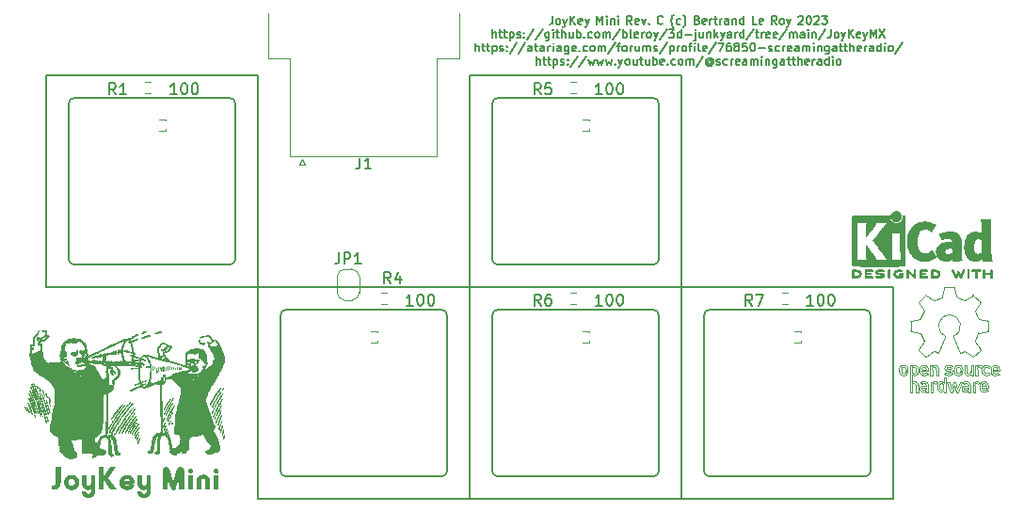
<source format=gbr>
%TF.GenerationSoftware,KiCad,Pcbnew,(7.0.0)*%
%TF.CreationDate,2023-03-01T23:29:27-08:00*%
%TF.ProjectId,JoyKeyMini,4a6f794b-6579-44d6-996e-692e6b696361,1*%
%TF.SameCoordinates,Original*%
%TF.FileFunction,Legend,Top*%
%TF.FilePolarity,Positive*%
%FSLAX46Y46*%
G04 Gerber Fmt 4.6, Leading zero omitted, Abs format (unit mm)*
G04 Created by KiCad (PCBNEW (7.0.0)) date 2023-03-01 23:29:27*
%MOMM*%
%LPD*%
G01*
G04 APERTURE LIST*
%ADD10C,0.150000*%
%ADD11C,0.010000*%
%ADD12C,0.090000*%
%ADD13C,0.120000*%
%ADD14C,0.152400*%
G04 APERTURE END LIST*
D10*
G36*
X31100984Y-66537941D02*
G01*
X31100984Y-65129149D01*
X30664278Y-65129149D01*
X30664278Y-66546246D01*
X30663230Y-66569527D01*
X30660110Y-66591171D01*
X30654952Y-66611418D01*
X30647791Y-66630509D01*
X30638661Y-66648685D01*
X30627595Y-66666184D01*
X30614630Y-66683249D01*
X30599797Y-66700119D01*
X30583361Y-66714689D01*
X30567123Y-66726929D01*
X30545321Y-66739966D01*
X30522769Y-66749674D01*
X30498838Y-66756517D01*
X30479605Y-66760048D01*
X30458976Y-66762424D01*
X30436686Y-66763840D01*
X30412469Y-66764492D01*
X30395122Y-66764599D01*
X30272024Y-66764599D01*
X30272024Y-67167600D01*
X30400984Y-67167600D01*
X30437102Y-67167864D01*
X30472059Y-67167475D01*
X30505942Y-67166305D01*
X30538836Y-67164226D01*
X30570829Y-67161111D01*
X30602006Y-67156832D01*
X30632455Y-67151262D01*
X30662263Y-67144274D01*
X30691515Y-67135741D01*
X30720298Y-67125534D01*
X30748699Y-67113528D01*
X30776805Y-67099593D01*
X30804702Y-67083604D01*
X30832476Y-67065432D01*
X30860215Y-67044950D01*
X30888004Y-67022031D01*
X30915753Y-66996700D01*
X30941334Y-66971036D01*
X30964798Y-66944971D01*
X30986197Y-66918434D01*
X31005585Y-66891355D01*
X31023012Y-66863667D01*
X31038532Y-66835299D01*
X31052196Y-66806181D01*
X31064057Y-66776245D01*
X31074168Y-66745421D01*
X31082579Y-66713639D01*
X31089344Y-66680831D01*
X31094515Y-66646927D01*
X31098144Y-66611856D01*
X31100282Y-66575551D01*
X31100984Y-66537941D01*
G37*
G36*
X32122966Y-65824191D02*
G01*
X32157767Y-65826874D01*
X32192084Y-65831290D01*
X32225873Y-65837396D01*
X32259088Y-65845146D01*
X32291686Y-65854495D01*
X32323622Y-65865399D01*
X32354850Y-65877814D01*
X32385328Y-65891694D01*
X32415009Y-65906995D01*
X32443850Y-65923672D01*
X32471806Y-65941680D01*
X32498833Y-65960974D01*
X32524885Y-65981511D01*
X32549919Y-66003245D01*
X32573890Y-66026131D01*
X32596753Y-66050124D01*
X32618464Y-66075181D01*
X32638979Y-66101256D01*
X32658251Y-66128304D01*
X32676238Y-66156281D01*
X32692895Y-66185143D01*
X32708177Y-66214843D01*
X32722039Y-66245339D01*
X32734437Y-66276584D01*
X32745327Y-66308534D01*
X32754663Y-66341145D01*
X32762402Y-66374371D01*
X32768499Y-66408169D01*
X32772908Y-66442493D01*
X32775587Y-66477298D01*
X32776490Y-66512540D01*
X32775587Y-66547817D01*
X32772908Y-66582635D01*
X32768499Y-66616952D01*
X32762402Y-66650723D01*
X32754663Y-66683906D01*
X32745327Y-66716457D01*
X32734437Y-66748333D01*
X32722039Y-66779490D01*
X32708177Y-66809885D01*
X32692895Y-66839474D01*
X32676238Y-66868215D01*
X32658251Y-66896063D01*
X32638979Y-66922976D01*
X32618464Y-66948910D01*
X32596753Y-66973822D01*
X32573890Y-66997668D01*
X32549919Y-67020404D01*
X32524885Y-67041988D01*
X32498833Y-67062377D01*
X32471806Y-67081526D01*
X32443850Y-67099392D01*
X32415009Y-67115933D01*
X32385328Y-67131104D01*
X32354850Y-67144862D01*
X32323622Y-67157164D01*
X32291686Y-67167967D01*
X32259088Y-67177226D01*
X32225873Y-67184900D01*
X32192084Y-67190943D01*
X32157767Y-67195314D01*
X32122966Y-67197968D01*
X32087725Y-67198863D01*
X32052484Y-67197968D01*
X32017683Y-67195314D01*
X31983366Y-67190943D01*
X31949577Y-67184900D01*
X31916362Y-67177226D01*
X31883764Y-67167967D01*
X31851828Y-67157164D01*
X31820600Y-67144862D01*
X31790122Y-67131104D01*
X31760441Y-67115933D01*
X31731600Y-67099392D01*
X31703643Y-67081526D01*
X31676617Y-67062377D01*
X31650564Y-67041988D01*
X31625530Y-67020404D01*
X31601560Y-66997668D01*
X31578696Y-66973822D01*
X31556985Y-66948910D01*
X31536471Y-66922976D01*
X31517198Y-66896063D01*
X31499211Y-66868215D01*
X31482555Y-66839474D01*
X31467273Y-66809885D01*
X31453411Y-66779490D01*
X31441013Y-66748333D01*
X31430123Y-66716457D01*
X31420787Y-66683906D01*
X31413048Y-66650723D01*
X31406951Y-66616952D01*
X31402541Y-66582635D01*
X31399863Y-66547817D01*
X31398960Y-66512540D01*
X31782421Y-66512540D01*
X31784036Y-66543231D01*
X31788768Y-66573098D01*
X31796448Y-66601982D01*
X31806907Y-66629723D01*
X31819976Y-66656162D01*
X31835487Y-66681139D01*
X31853270Y-66704495D01*
X31873158Y-66726069D01*
X31894980Y-66745703D01*
X31918568Y-66763237D01*
X31943753Y-66778511D01*
X31970366Y-66791366D01*
X31998239Y-66801642D01*
X32027202Y-66809180D01*
X32057087Y-66813819D01*
X32087725Y-66815401D01*
X32118363Y-66813819D01*
X32148248Y-66809180D01*
X32177211Y-66801642D01*
X32205084Y-66791366D01*
X32231697Y-66778511D01*
X32256882Y-66763237D01*
X32280470Y-66745703D01*
X32302292Y-66726069D01*
X32322179Y-66704495D01*
X32339963Y-66681139D01*
X32355474Y-66656162D01*
X32368543Y-66629723D01*
X32379002Y-66601982D01*
X32386682Y-66573098D01*
X32391414Y-66543231D01*
X32393028Y-66512540D01*
X32391446Y-66481419D01*
X32386802Y-66451176D01*
X32379253Y-66421966D01*
X32368955Y-66393945D01*
X32356064Y-66367269D01*
X32340736Y-66342095D01*
X32323126Y-66318578D01*
X32303391Y-66296874D01*
X32281687Y-66277139D01*
X32258170Y-66259529D01*
X32232996Y-66244201D01*
X32206320Y-66231310D01*
X32178299Y-66221012D01*
X32149089Y-66213463D01*
X32118846Y-66208819D01*
X32087725Y-66207237D01*
X32056604Y-66208819D01*
X32026361Y-66213463D01*
X31997151Y-66221012D01*
X31969130Y-66231310D01*
X31942454Y-66244201D01*
X31917280Y-66259529D01*
X31893762Y-66277139D01*
X31872058Y-66296874D01*
X31852324Y-66318578D01*
X31834714Y-66342095D01*
X31819386Y-66367269D01*
X31806495Y-66393945D01*
X31796196Y-66421966D01*
X31788648Y-66451176D01*
X31784004Y-66481419D01*
X31782421Y-66512540D01*
X31398960Y-66512540D01*
X31399863Y-66477298D01*
X31402541Y-66442493D01*
X31406951Y-66408169D01*
X31413048Y-66374371D01*
X31420787Y-66341145D01*
X31430123Y-66308534D01*
X31441013Y-66276584D01*
X31453411Y-66245339D01*
X31467273Y-66214843D01*
X31482555Y-66185143D01*
X31499211Y-66156281D01*
X31517198Y-66128304D01*
X31536471Y-66101256D01*
X31556985Y-66075181D01*
X31578696Y-66050124D01*
X31601560Y-66026131D01*
X31625530Y-66003245D01*
X31650564Y-65981511D01*
X31676617Y-65960974D01*
X31703643Y-65941680D01*
X31731600Y-65923672D01*
X31760441Y-65906995D01*
X31790122Y-65891694D01*
X31820600Y-65877814D01*
X31851828Y-65865399D01*
X31883764Y-65854495D01*
X31916362Y-65845146D01*
X31949577Y-65837396D01*
X31983366Y-65831290D01*
X32017683Y-65826874D01*
X32052484Y-65824191D01*
X32087725Y-65823287D01*
X32122966Y-65824191D01*
G37*
G36*
X34218500Y-67321472D02*
G01*
X34218500Y-65826218D01*
X33812568Y-65826218D01*
X33812568Y-66611703D01*
X33810609Y-66640523D01*
X33804879Y-66668230D01*
X33795600Y-66694483D01*
X33782995Y-66718942D01*
X33767287Y-66741265D01*
X33748696Y-66761114D01*
X33727446Y-66778147D01*
X33703758Y-66792023D01*
X33677854Y-66802402D01*
X33649958Y-66808944D01*
X33630363Y-66811005D01*
X33609569Y-66811402D01*
X33589220Y-66809560D01*
X33569439Y-66805594D01*
X33550350Y-66799625D01*
X33532077Y-66791769D01*
X33514743Y-66782145D01*
X33498473Y-66770871D01*
X33483390Y-66758065D01*
X33469617Y-66743845D01*
X33457279Y-66728330D01*
X33446500Y-66711636D01*
X33437403Y-66693883D01*
X33430112Y-66675188D01*
X33424751Y-66655669D01*
X33421444Y-66635445D01*
X33420314Y-66614634D01*
X33420314Y-65823287D01*
X33022687Y-65823287D01*
X33022687Y-66614634D01*
X33023088Y-66639235D01*
X33024290Y-66663568D01*
X33026287Y-66687610D01*
X33029077Y-66711342D01*
X33032654Y-66734744D01*
X33037016Y-66757795D01*
X33042156Y-66780474D01*
X33048073Y-66802762D01*
X33054760Y-66824637D01*
X33062215Y-66846080D01*
X33070433Y-66867070D01*
X33079410Y-66887587D01*
X33089142Y-66907609D01*
X33099625Y-66927118D01*
X33110854Y-66946092D01*
X33122826Y-66964512D01*
X33135537Y-66982356D01*
X33148981Y-66999604D01*
X33163156Y-67016236D01*
X33178057Y-67032232D01*
X33193681Y-67047571D01*
X33210022Y-67062232D01*
X33227076Y-67076196D01*
X33244841Y-67089442D01*
X33263311Y-67101949D01*
X33282482Y-67113698D01*
X33302351Y-67124667D01*
X33322913Y-67134837D01*
X33344163Y-67144186D01*
X33366099Y-67152695D01*
X33388716Y-67160344D01*
X33412010Y-67167111D01*
X33440966Y-67173782D01*
X33469088Y-67179127D01*
X33496457Y-67183123D01*
X33523155Y-67185750D01*
X33549264Y-67186986D01*
X33574864Y-67186809D01*
X33600038Y-67185198D01*
X33624867Y-67182132D01*
X33649433Y-67177589D01*
X33673817Y-67171547D01*
X33698101Y-67163986D01*
X33722366Y-67154884D01*
X33746694Y-67144218D01*
X33771167Y-67131969D01*
X33795866Y-67118113D01*
X33820872Y-67102631D01*
X33820872Y-67329777D01*
X33819586Y-67352535D01*
X33815830Y-67374406D01*
X33809753Y-67395308D01*
X33801508Y-67415155D01*
X33791245Y-67433863D01*
X33779115Y-67451347D01*
X33765269Y-67467523D01*
X33749859Y-67482306D01*
X33733034Y-67495613D01*
X33714946Y-67507358D01*
X33695746Y-67517458D01*
X33675586Y-67525827D01*
X33654615Y-67532382D01*
X33632985Y-67537038D01*
X33610848Y-67539710D01*
X33588353Y-67540314D01*
X33562974Y-67538192D01*
X33538419Y-67533065D01*
X33514845Y-67525148D01*
X33492411Y-67514653D01*
X33471277Y-67501795D01*
X33451602Y-67486785D01*
X33433543Y-67469837D01*
X33417261Y-67451165D01*
X33402913Y-67430982D01*
X33390659Y-67409501D01*
X33380658Y-67386935D01*
X33373068Y-67363498D01*
X33368049Y-67339402D01*
X33365758Y-67314861D01*
X33366356Y-67290088D01*
X33370000Y-67265297D01*
X32966999Y-67265297D01*
X32968084Y-67300485D01*
X32970851Y-67335042D01*
X32975256Y-67368934D01*
X32981256Y-67402125D01*
X32988807Y-67434580D01*
X32997865Y-67466264D01*
X33008387Y-67497142D01*
X33020328Y-67527178D01*
X33033645Y-67556338D01*
X33048295Y-67584586D01*
X33064233Y-67611888D01*
X33081416Y-67638207D01*
X33099801Y-67663509D01*
X33119342Y-67687759D01*
X33139997Y-67710921D01*
X33161722Y-67732961D01*
X33184473Y-67753843D01*
X33208206Y-67773532D01*
X33232878Y-67791992D01*
X33258445Y-67809190D01*
X33284863Y-67825089D01*
X33312088Y-67839655D01*
X33340077Y-67852852D01*
X33368786Y-67864646D01*
X33398171Y-67875000D01*
X33428189Y-67883880D01*
X33458796Y-67891251D01*
X33489947Y-67897078D01*
X33521600Y-67901324D01*
X33553710Y-67903957D01*
X33586234Y-67904939D01*
X33619128Y-67904236D01*
X33649169Y-67902233D01*
X33678908Y-67898899D01*
X33708301Y-67894262D01*
X33737306Y-67888352D01*
X33765879Y-67881196D01*
X33793979Y-67872823D01*
X33821562Y-67863261D01*
X33848586Y-67852540D01*
X33875008Y-67840688D01*
X33900786Y-67827733D01*
X33925877Y-67813704D01*
X33950238Y-67798629D01*
X33973826Y-67782536D01*
X33996600Y-67765456D01*
X34018515Y-67747415D01*
X34039531Y-67728442D01*
X34059603Y-67708567D01*
X34078689Y-67687817D01*
X34096747Y-67666221D01*
X34113734Y-67643807D01*
X34129607Y-67620605D01*
X34144323Y-67596642D01*
X34157841Y-67571948D01*
X34170117Y-67546550D01*
X34181108Y-67520477D01*
X34190772Y-67493759D01*
X34199067Y-67466422D01*
X34205949Y-67438496D01*
X34211376Y-67410010D01*
X34215305Y-67380992D01*
X34217694Y-67351470D01*
X34218500Y-67321472D01*
G37*
G36*
X36099658Y-67162226D02*
G01*
X35391354Y-66093908D01*
X36043971Y-65129149D01*
X35522756Y-65129149D01*
X34951717Y-66035778D01*
X34948786Y-65129149D01*
X34512079Y-65129149D01*
X34515010Y-67167600D01*
X34951717Y-67167600D01*
X34951717Y-66194536D01*
X35554019Y-67162226D01*
X36099658Y-67162226D01*
G37*
G36*
X37115003Y-65824267D02*
G01*
X37150323Y-65827159D01*
X37184999Y-65831886D01*
X37218995Y-65838373D01*
X37252277Y-65846544D01*
X37284809Y-65856324D01*
X37316558Y-65867638D01*
X37347487Y-65880409D01*
X37377563Y-65894563D01*
X37406750Y-65910024D01*
X37435014Y-65926716D01*
X37462320Y-65944565D01*
X37488633Y-65963494D01*
X37513919Y-65983428D01*
X37538142Y-66004291D01*
X37561268Y-66026008D01*
X37583262Y-66048504D01*
X37604089Y-66071703D01*
X37623715Y-66095530D01*
X37642104Y-66119908D01*
X37659222Y-66144763D01*
X37675034Y-66170020D01*
X37689505Y-66195601D01*
X37702601Y-66221433D01*
X37714286Y-66247440D01*
X37724526Y-66273545D01*
X37733286Y-66299674D01*
X37740532Y-66325752D01*
X37746228Y-66351702D01*
X37750339Y-66377449D01*
X37752832Y-66402917D01*
X37753670Y-66428032D01*
X37753373Y-66443565D01*
X37750952Y-66473295D01*
X37746000Y-66501224D01*
X37738402Y-66527325D01*
X37728041Y-66551572D01*
X37714804Y-66573941D01*
X37698575Y-66594405D01*
X37679238Y-66612938D01*
X37656679Y-66629515D01*
X37630782Y-66644110D01*
X37601433Y-66656697D01*
X37568515Y-66667250D01*
X37531914Y-66675744D01*
X37512196Y-66679211D01*
X37491514Y-66682153D01*
X37469854Y-66684567D01*
X37447200Y-66686451D01*
X37423540Y-66687800D01*
X37398858Y-66688612D01*
X37373140Y-66688884D01*
X36827013Y-66688884D01*
X36841010Y-66708485D01*
X36857586Y-66727043D01*
X36876538Y-66744364D01*
X36897664Y-66760256D01*
X36920761Y-66774525D01*
X36945625Y-66786978D01*
X36972054Y-66797421D01*
X36999845Y-66805662D01*
X37019029Y-66809837D01*
X37038669Y-66812890D01*
X37058703Y-66814764D01*
X37079072Y-66815401D01*
X37096573Y-66814932D01*
X37121498Y-66812582D01*
X37144865Y-66808471D01*
X37166711Y-66802840D01*
X37187077Y-66795930D01*
X37206000Y-66787984D01*
X37223518Y-66779242D01*
X37244760Y-66766766D01*
X37263666Y-66753879D01*
X37280328Y-66741151D01*
X37725827Y-66741151D01*
X37716425Y-66766231D01*
X37706097Y-66790808D01*
X37694864Y-66814863D01*
X37682749Y-66838376D01*
X37669777Y-66861329D01*
X37655969Y-66883702D01*
X37641349Y-66905476D01*
X37625939Y-66926631D01*
X37609763Y-66947149D01*
X37592844Y-66967010D01*
X37575204Y-66986195D01*
X37556867Y-67004685D01*
X37537856Y-67022460D01*
X37518193Y-67039502D01*
X37497901Y-67055790D01*
X37477004Y-67071307D01*
X37455525Y-67086032D01*
X37433486Y-67099946D01*
X37410911Y-67113031D01*
X37387822Y-67125266D01*
X37364243Y-67136633D01*
X37340196Y-67147113D01*
X37315705Y-67156686D01*
X37290792Y-67165333D01*
X37265481Y-67173034D01*
X37239794Y-67179771D01*
X37213754Y-67185525D01*
X37187385Y-67190275D01*
X37160709Y-67194003D01*
X37133750Y-67196690D01*
X37106529Y-67198316D01*
X37079072Y-67198863D01*
X37043822Y-67197984D01*
X37008997Y-67195378D01*
X36974640Y-67191088D01*
X36940798Y-67185158D01*
X36907516Y-67177633D01*
X36874840Y-67168556D01*
X36842816Y-67157971D01*
X36811488Y-67145923D01*
X36780904Y-67132455D01*
X36751108Y-67117611D01*
X36722146Y-67101436D01*
X36694063Y-67083973D01*
X36666906Y-67065266D01*
X36640719Y-67045360D01*
X36615549Y-67024298D01*
X36591441Y-67002125D01*
X36568441Y-66978884D01*
X36546593Y-66954619D01*
X36525945Y-66929375D01*
X36506542Y-66903195D01*
X36488428Y-66876124D01*
X36471651Y-66848205D01*
X36456254Y-66819482D01*
X36442285Y-66790000D01*
X36429788Y-66759802D01*
X36418810Y-66728933D01*
X36409395Y-66697436D01*
X36401590Y-66665356D01*
X36395440Y-66632736D01*
X36390990Y-66599621D01*
X36388287Y-66566054D01*
X36387376Y-66532080D01*
X36388264Y-66496266D01*
X36390899Y-66460847D01*
X36395241Y-66425871D01*
X36401249Y-66391388D01*
X36402456Y-66386022D01*
X36801612Y-66386022D01*
X37350670Y-66386022D01*
X37341926Y-66366707D01*
X37331526Y-66348187D01*
X37319591Y-66330524D01*
X37306240Y-66313780D01*
X37291593Y-66298018D01*
X37275768Y-66283300D01*
X37258886Y-66269688D01*
X37241066Y-66257245D01*
X37222427Y-66246033D01*
X37203089Y-66236114D01*
X37183171Y-66227549D01*
X37162794Y-66220403D01*
X37142075Y-66214736D01*
X37121136Y-66210611D01*
X37100095Y-66208091D01*
X37079072Y-66207237D01*
X37056255Y-66208091D01*
X37033991Y-66210611D01*
X37012318Y-66214736D01*
X36991274Y-66220403D01*
X36970897Y-66227549D01*
X36951225Y-66236114D01*
X36932295Y-66246033D01*
X36914147Y-66257245D01*
X36896817Y-66269688D01*
X36880343Y-66283300D01*
X36864764Y-66298018D01*
X36850117Y-66313780D01*
X36836440Y-66330524D01*
X36823772Y-66348187D01*
X36812150Y-66366707D01*
X36801612Y-66386022D01*
X36402456Y-66386022D01*
X36408882Y-66357446D01*
X36418098Y-66324093D01*
X36428857Y-66291379D01*
X36441117Y-66259352D01*
X36454838Y-66228060D01*
X36469978Y-66197553D01*
X36486496Y-66167878D01*
X36504352Y-66139085D01*
X36523504Y-66111222D01*
X36543911Y-66084339D01*
X36565532Y-66058482D01*
X36588327Y-66033702D01*
X36612253Y-66010047D01*
X36637270Y-65987565D01*
X36663338Y-65966305D01*
X36690414Y-65946317D01*
X36718457Y-65927647D01*
X36747428Y-65910346D01*
X36777284Y-65894462D01*
X36807985Y-65880043D01*
X36839489Y-65867138D01*
X36871756Y-65855796D01*
X36904745Y-65846065D01*
X36938414Y-65837995D01*
X36972722Y-65831633D01*
X37007628Y-65827029D01*
X37043092Y-65824230D01*
X37079072Y-65823287D01*
X37115003Y-65824267D01*
G37*
G36*
X39216685Y-67321472D02*
G01*
X39216685Y-65826218D01*
X38810754Y-65826218D01*
X38810754Y-66611703D01*
X38808794Y-66640523D01*
X38803064Y-66668230D01*
X38793786Y-66694483D01*
X38781181Y-66718942D01*
X38765472Y-66741265D01*
X38746882Y-66761114D01*
X38725631Y-66778147D01*
X38701943Y-66792023D01*
X38676040Y-66802402D01*
X38648144Y-66808944D01*
X38628548Y-66811005D01*
X38607755Y-66811402D01*
X38587406Y-66809560D01*
X38567625Y-66805594D01*
X38548536Y-66799625D01*
X38530263Y-66791769D01*
X38512929Y-66782145D01*
X38496659Y-66770871D01*
X38481575Y-66758065D01*
X38467803Y-66743845D01*
X38455465Y-66728330D01*
X38444686Y-66711636D01*
X38435589Y-66693883D01*
X38428298Y-66675188D01*
X38422937Y-66655669D01*
X38419629Y-66635445D01*
X38418500Y-66614634D01*
X38418500Y-65823287D01*
X38020872Y-65823287D01*
X38020872Y-66614634D01*
X38021274Y-66639235D01*
X38022475Y-66663568D01*
X38024473Y-66687610D01*
X38027263Y-66711342D01*
X38030840Y-66734744D01*
X38035201Y-66757795D01*
X38040342Y-66780474D01*
X38046258Y-66802762D01*
X38052946Y-66824637D01*
X38060401Y-66846080D01*
X38068619Y-66867070D01*
X38077596Y-66887587D01*
X38087328Y-66907609D01*
X38097810Y-66927118D01*
X38109040Y-66946092D01*
X38121012Y-66964512D01*
X38133722Y-66982356D01*
X38147167Y-66999604D01*
X38161342Y-67016236D01*
X38176243Y-67032232D01*
X38191866Y-67047571D01*
X38208207Y-67062232D01*
X38225262Y-67076196D01*
X38243026Y-67089442D01*
X38261496Y-67101949D01*
X38280668Y-67113698D01*
X38300536Y-67124667D01*
X38321098Y-67134837D01*
X38342349Y-67144186D01*
X38364285Y-67152695D01*
X38386902Y-67160344D01*
X38410195Y-67167111D01*
X38439152Y-67173782D01*
X38467274Y-67179127D01*
X38494643Y-67183123D01*
X38521341Y-67185750D01*
X38547449Y-67186986D01*
X38573050Y-67186809D01*
X38598224Y-67185198D01*
X38623053Y-67182132D01*
X38647619Y-67177589D01*
X38672003Y-67171547D01*
X38696286Y-67163986D01*
X38720552Y-67154884D01*
X38744880Y-67144218D01*
X38769352Y-67131969D01*
X38794051Y-67118113D01*
X38819058Y-67102631D01*
X38819058Y-67329777D01*
X38817772Y-67352535D01*
X38814015Y-67374406D01*
X38807939Y-67395308D01*
X38799694Y-67415155D01*
X38789431Y-67433863D01*
X38777301Y-67451347D01*
X38763455Y-67467523D01*
X38748044Y-67482306D01*
X38731219Y-67495613D01*
X38713132Y-67507358D01*
X38693932Y-67517458D01*
X38673771Y-67525827D01*
X38652801Y-67532382D01*
X38631171Y-67537038D01*
X38609033Y-67539710D01*
X38586539Y-67540314D01*
X38561160Y-67538192D01*
X38536604Y-67533065D01*
X38513030Y-67525148D01*
X38490597Y-67514653D01*
X38469463Y-67501795D01*
X38449787Y-67486785D01*
X38431729Y-67469837D01*
X38415446Y-67451165D01*
X38401099Y-67430982D01*
X38388845Y-67409501D01*
X38378844Y-67386935D01*
X38371254Y-67363498D01*
X38366234Y-67339402D01*
X38363944Y-67314861D01*
X38364541Y-67290088D01*
X38368185Y-67265297D01*
X37965185Y-67265297D01*
X37966269Y-67300485D01*
X37969036Y-67335042D01*
X37973442Y-67368934D01*
X37979442Y-67402125D01*
X37986992Y-67434580D01*
X37996051Y-67466264D01*
X38006572Y-67497142D01*
X38018514Y-67527178D01*
X38031831Y-67556338D01*
X38046481Y-67584586D01*
X38062419Y-67611888D01*
X38079602Y-67638207D01*
X38097986Y-67663509D01*
X38117528Y-67687759D01*
X38138183Y-67710921D01*
X38159907Y-67732961D01*
X38182658Y-67753843D01*
X38206392Y-67773532D01*
X38231064Y-67791992D01*
X38256630Y-67809190D01*
X38283048Y-67825089D01*
X38310274Y-67839655D01*
X38338263Y-67852852D01*
X38366972Y-67864646D01*
X38396357Y-67875000D01*
X38426375Y-67883880D01*
X38456981Y-67891251D01*
X38488133Y-67897078D01*
X38519785Y-67901324D01*
X38551895Y-67903957D01*
X38584419Y-67904939D01*
X38617313Y-67904236D01*
X38647355Y-67902233D01*
X38677094Y-67898899D01*
X38706487Y-67894262D01*
X38735491Y-67888352D01*
X38764065Y-67881196D01*
X38792164Y-67872823D01*
X38819748Y-67863261D01*
X38846772Y-67852540D01*
X38873194Y-67840688D01*
X38898972Y-67827733D01*
X38924063Y-67813704D01*
X38948423Y-67798629D01*
X38972012Y-67782536D01*
X38994785Y-67765456D01*
X39016701Y-67747415D01*
X39037716Y-67728442D01*
X39057788Y-67708567D01*
X39076875Y-67687817D01*
X39094932Y-67666221D01*
X39111919Y-67643807D01*
X39127792Y-67620605D01*
X39142509Y-67596642D01*
X39156026Y-67571948D01*
X39168302Y-67546550D01*
X39179293Y-67520477D01*
X39188958Y-67493759D01*
X39197252Y-67466422D01*
X39204134Y-67438496D01*
X39209561Y-67410010D01*
X39213491Y-67380992D01*
X39215879Y-67351470D01*
X39216685Y-67321472D01*
G37*
G36*
X42201333Y-67171019D02*
G01*
X42201333Y-65451061D01*
X42199907Y-65417615D01*
X42195693Y-65384654D01*
X42188791Y-65352399D01*
X42179297Y-65321070D01*
X42167311Y-65290889D01*
X42152930Y-65262077D01*
X42136251Y-65234855D01*
X42117374Y-65209444D01*
X42096396Y-65186065D01*
X42073415Y-65164939D01*
X42048530Y-65146288D01*
X42021837Y-65130332D01*
X41993436Y-65117293D01*
X41963424Y-65107391D01*
X41931899Y-65100848D01*
X41898960Y-65097886D01*
X41871395Y-65097369D01*
X41844446Y-65098903D01*
X41818205Y-65102443D01*
X41792760Y-65107945D01*
X41768203Y-65115365D01*
X41744623Y-65124659D01*
X41722111Y-65135781D01*
X41700757Y-65148688D01*
X41680651Y-65163335D01*
X41661882Y-65179678D01*
X41644542Y-65197673D01*
X41628721Y-65217275D01*
X41614508Y-65238439D01*
X41601993Y-65261122D01*
X41591268Y-65285279D01*
X41582421Y-65310865D01*
X41240970Y-66420216D01*
X40888283Y-65307934D01*
X40878058Y-65280442D01*
X40865444Y-65254783D01*
X40850604Y-65231004D01*
X40833703Y-65209153D01*
X40814904Y-65189278D01*
X40794371Y-65171424D01*
X40772268Y-65155639D01*
X40748759Y-65141971D01*
X40724009Y-65130467D01*
X40698179Y-65121175D01*
X40671435Y-65114140D01*
X40643941Y-65109411D01*
X40615860Y-65107034D01*
X40587356Y-65107058D01*
X40558593Y-65109529D01*
X40529735Y-65114494D01*
X40501124Y-65121605D01*
X40474115Y-65131128D01*
X40448742Y-65142934D01*
X40425038Y-65156893D01*
X40403038Y-65172876D01*
X40382774Y-65190752D01*
X40364280Y-65210393D01*
X40347591Y-65231670D01*
X40332738Y-65254451D01*
X40319757Y-65278609D01*
X40308681Y-65304013D01*
X40299543Y-65330535D01*
X40292378Y-65358043D01*
X40287218Y-65386410D01*
X40284097Y-65415505D01*
X40283049Y-65445199D01*
X40283049Y-67171019D01*
X40703147Y-67171019D01*
X40703147Y-66005492D01*
X41003077Y-66960970D01*
X41010839Y-66983928D01*
X41019486Y-67006535D01*
X41029049Y-67028635D01*
X41039553Y-67050073D01*
X41051028Y-67070692D01*
X41063502Y-67090337D01*
X41077001Y-67108851D01*
X41091554Y-67126078D01*
X41107190Y-67141863D01*
X41123935Y-67156049D01*
X41141817Y-67168481D01*
X41160866Y-67179003D01*
X41181108Y-67187457D01*
X41202571Y-67193690D01*
X41225284Y-67197543D01*
X41249274Y-67198863D01*
X41272377Y-67197736D01*
X41294424Y-67194429D01*
X41315410Y-67189051D01*
X41335332Y-67181712D01*
X41354186Y-67172521D01*
X41371969Y-67161588D01*
X41388677Y-67149022D01*
X41404307Y-67134932D01*
X41418855Y-67119428D01*
X41432318Y-67102620D01*
X41444691Y-67084617D01*
X41455972Y-67065529D01*
X41466157Y-67045464D01*
X41475242Y-67024533D01*
X41483223Y-67002845D01*
X41490098Y-66980509D01*
X41767557Y-66081207D01*
X41767557Y-67171019D01*
X42201333Y-67171019D01*
G37*
G36*
X42766511Y-65701165D02*
G01*
X42792979Y-65699425D01*
X42817707Y-65695316D01*
X42840697Y-65689001D01*
X42861950Y-65680638D01*
X42881468Y-65670387D01*
X42899255Y-65658408D01*
X42915312Y-65644862D01*
X42929642Y-65629908D01*
X42942247Y-65613705D01*
X42953128Y-65596415D01*
X42962289Y-65578197D01*
X42969731Y-65559211D01*
X42975457Y-65539616D01*
X42979469Y-65519573D01*
X42981770Y-65499242D01*
X42982360Y-65478782D01*
X42981244Y-65458354D01*
X42978422Y-65438117D01*
X42973897Y-65418232D01*
X42967672Y-65398858D01*
X42959749Y-65380155D01*
X42950129Y-65362283D01*
X42938816Y-65345402D01*
X42925810Y-65329672D01*
X42911116Y-65315253D01*
X42894734Y-65302305D01*
X42876667Y-65290988D01*
X42856918Y-65281461D01*
X42835488Y-65273885D01*
X42812380Y-65268419D01*
X42787595Y-65265224D01*
X42761137Y-65264459D01*
X42734712Y-65266201D01*
X42710021Y-65270314D01*
X42687064Y-65276636D01*
X42665839Y-65285007D01*
X42646343Y-65295268D01*
X42628574Y-65307258D01*
X42612531Y-65320818D01*
X42598212Y-65335786D01*
X42585614Y-65352003D01*
X42574736Y-65369308D01*
X42565576Y-65387541D01*
X42558131Y-65406543D01*
X42552401Y-65426152D01*
X42548382Y-65446209D01*
X42546072Y-65466554D01*
X42545471Y-65487026D01*
X42546575Y-65507464D01*
X42549384Y-65527710D01*
X42553894Y-65547603D01*
X42560104Y-65566982D01*
X42568013Y-65585687D01*
X42577617Y-65603558D01*
X42588916Y-65620436D01*
X42601906Y-65636159D01*
X42616587Y-65650567D01*
X42632956Y-65663501D01*
X42651011Y-65674800D01*
X42670750Y-65684304D01*
X42692172Y-65691853D01*
X42715274Y-65697286D01*
X42740054Y-65700444D01*
X42766511Y-65701165D01*
G37*
G36*
X42965324Y-67167600D02*
G01*
X42965324Y-65825241D01*
X42567697Y-65825241D01*
X42567697Y-67167600D01*
X42965324Y-67167600D01*
G37*
G36*
X44518220Y-67167600D02*
G01*
X44518220Y-66347921D01*
X44517393Y-66318637D01*
X44514941Y-66289882D01*
X44510912Y-66261681D01*
X44505355Y-66234062D01*
X44498316Y-66207052D01*
X44489843Y-66180677D01*
X44479983Y-66154965D01*
X44468784Y-66129941D01*
X44456294Y-66105635D01*
X44442559Y-66082071D01*
X44427628Y-66059277D01*
X44411548Y-66037281D01*
X44394367Y-66016108D01*
X44376131Y-65995787D01*
X44356888Y-65976343D01*
X44336687Y-65957804D01*
X44315574Y-65940196D01*
X44293596Y-65923547D01*
X44270803Y-65907884D01*
X44247240Y-65893233D01*
X44222955Y-65879621D01*
X44197996Y-65867076D01*
X44172411Y-65855624D01*
X44146246Y-65845292D01*
X44119550Y-65836107D01*
X44092369Y-65828096D01*
X44064752Y-65821285D01*
X44036746Y-65815703D01*
X44008398Y-65811375D01*
X43979756Y-65808329D01*
X43950867Y-65806592D01*
X43921779Y-65806190D01*
X43891754Y-65806938D01*
X43862064Y-65809160D01*
X43832751Y-65812820D01*
X43803853Y-65817884D01*
X43775412Y-65824316D01*
X43747469Y-65832082D01*
X43720064Y-65841146D01*
X43693237Y-65851474D01*
X43667029Y-65863030D01*
X43641480Y-65875781D01*
X43616632Y-65889689D01*
X43592524Y-65904722D01*
X43569197Y-65920843D01*
X43546691Y-65938018D01*
X43525048Y-65956212D01*
X43504307Y-65975389D01*
X43484510Y-65995515D01*
X43465696Y-66016556D01*
X43447906Y-66038475D01*
X43431180Y-66061238D01*
X43415560Y-66084809D01*
X43401086Y-66109155D01*
X43387798Y-66134240D01*
X43375736Y-66160029D01*
X43364942Y-66186487D01*
X43355456Y-66213579D01*
X43347318Y-66241270D01*
X43340568Y-66269525D01*
X43335248Y-66298310D01*
X43331398Y-66327588D01*
X43329058Y-66357326D01*
X43328269Y-66387488D01*
X43328269Y-67167600D01*
X43720523Y-67167600D01*
X43720523Y-66367460D01*
X43721681Y-66346555D01*
X43725071Y-66326226D01*
X43730566Y-66306579D01*
X43738040Y-66287722D01*
X43747365Y-66269761D01*
X43758416Y-66252802D01*
X43771065Y-66236953D01*
X43785187Y-66222319D01*
X43800653Y-66209007D01*
X43817338Y-66197124D01*
X43835115Y-66186777D01*
X43853857Y-66178073D01*
X43873438Y-66171116D01*
X43893731Y-66166016D01*
X43914609Y-66162877D01*
X43935945Y-66161807D01*
X43955727Y-66163702D01*
X43975062Y-66167322D01*
X44002978Y-66175832D01*
X44029244Y-66187823D01*
X44053476Y-66203053D01*
X44075286Y-66221281D01*
X44094288Y-66242265D01*
X44110096Y-66265764D01*
X44122324Y-66291536D01*
X44130584Y-66319340D01*
X44133696Y-66338886D01*
X44134759Y-66359156D01*
X44134759Y-67167600D01*
X44518220Y-67167600D01*
G37*
G36*
X45091703Y-65701165D02*
G01*
X45118171Y-65699425D01*
X45142899Y-65695316D01*
X45165889Y-65689001D01*
X45187141Y-65680638D01*
X45206660Y-65670387D01*
X45224447Y-65658408D01*
X45240504Y-65644862D01*
X45254834Y-65629908D01*
X45267438Y-65613705D01*
X45278320Y-65596415D01*
X45287481Y-65578197D01*
X45294923Y-65559211D01*
X45300649Y-65539616D01*
X45304661Y-65519573D01*
X45306961Y-65499242D01*
X45307552Y-65478782D01*
X45306436Y-65458354D01*
X45303614Y-65438117D01*
X45299089Y-65418232D01*
X45292864Y-65398858D01*
X45284941Y-65380155D01*
X45275321Y-65362283D01*
X45264008Y-65345402D01*
X45251002Y-65329672D01*
X45236308Y-65315253D01*
X45219926Y-65302305D01*
X45201859Y-65290988D01*
X45182110Y-65281461D01*
X45160680Y-65273885D01*
X45137571Y-65268419D01*
X45112787Y-65265224D01*
X45086329Y-65264459D01*
X45059903Y-65266201D01*
X45035213Y-65270314D01*
X45012256Y-65276636D01*
X44991031Y-65285007D01*
X44971535Y-65295268D01*
X44953766Y-65307258D01*
X44937723Y-65320818D01*
X44923404Y-65335786D01*
X44910806Y-65352003D01*
X44899928Y-65369308D01*
X44890768Y-65387541D01*
X44883323Y-65406543D01*
X44877593Y-65426152D01*
X44873573Y-65446209D01*
X44871264Y-65466554D01*
X44870663Y-65487026D01*
X44871767Y-65507464D01*
X44874576Y-65527710D01*
X44879086Y-65547603D01*
X44885296Y-65566982D01*
X44893205Y-65585687D01*
X44902809Y-65603558D01*
X44914108Y-65620436D01*
X44927098Y-65636159D01*
X44941779Y-65650567D01*
X44958148Y-65663501D01*
X44976203Y-65674800D01*
X44995942Y-65684304D01*
X45017364Y-65691853D01*
X45040466Y-65697286D01*
X45065246Y-65700444D01*
X45091703Y-65701165D01*
G37*
G36*
X45290516Y-67167600D02*
G01*
X45290516Y-65825241D01*
X44892889Y-65825241D01*
X44892889Y-67167600D01*
X45290516Y-67167600D01*
G37*
X75333228Y-24540635D02*
X75333228Y-25076350D01*
X75333228Y-25076350D02*
X75297513Y-25183492D01*
X75297513Y-25183492D02*
X75226085Y-25254921D01*
X75226085Y-25254921D02*
X75118942Y-25290635D01*
X75118942Y-25290635D02*
X75047513Y-25290635D01*
X75797514Y-25290635D02*
X75726085Y-25254921D01*
X75726085Y-25254921D02*
X75690371Y-25219207D01*
X75690371Y-25219207D02*
X75654657Y-25147778D01*
X75654657Y-25147778D02*
X75654657Y-24933492D01*
X75654657Y-24933492D02*
X75690371Y-24862064D01*
X75690371Y-24862064D02*
X75726085Y-24826350D01*
X75726085Y-24826350D02*
X75797514Y-24790635D01*
X75797514Y-24790635D02*
X75904657Y-24790635D01*
X75904657Y-24790635D02*
X75976085Y-24826350D01*
X75976085Y-24826350D02*
X76011800Y-24862064D01*
X76011800Y-24862064D02*
X76047514Y-24933492D01*
X76047514Y-24933492D02*
X76047514Y-25147778D01*
X76047514Y-25147778D02*
X76011800Y-25219207D01*
X76011800Y-25219207D02*
X75976085Y-25254921D01*
X75976085Y-25254921D02*
X75904657Y-25290635D01*
X75904657Y-25290635D02*
X75797514Y-25290635D01*
X76297513Y-24790635D02*
X76476085Y-25290635D01*
X76654656Y-24790635D02*
X76476085Y-25290635D01*
X76476085Y-25290635D02*
X76404656Y-25469207D01*
X76404656Y-25469207D02*
X76368942Y-25504921D01*
X76368942Y-25504921D02*
X76297513Y-25540635D01*
X76940371Y-25290635D02*
X76940371Y-24540635D01*
X77368942Y-25290635D02*
X77047514Y-24862064D01*
X77368942Y-24540635D02*
X76940371Y-24969207D01*
X77976085Y-25254921D02*
X77904657Y-25290635D01*
X77904657Y-25290635D02*
X77761800Y-25290635D01*
X77761800Y-25290635D02*
X77690371Y-25254921D01*
X77690371Y-25254921D02*
X77654657Y-25183492D01*
X77654657Y-25183492D02*
X77654657Y-24897778D01*
X77654657Y-24897778D02*
X77690371Y-24826350D01*
X77690371Y-24826350D02*
X77761800Y-24790635D01*
X77761800Y-24790635D02*
X77904657Y-24790635D01*
X77904657Y-24790635D02*
X77976085Y-24826350D01*
X77976085Y-24826350D02*
X78011800Y-24897778D01*
X78011800Y-24897778D02*
X78011800Y-24969207D01*
X78011800Y-24969207D02*
X77654657Y-25040635D01*
X78261799Y-24790635D02*
X78440371Y-25290635D01*
X78618942Y-24790635D02*
X78440371Y-25290635D01*
X78440371Y-25290635D02*
X78368942Y-25469207D01*
X78368942Y-25469207D02*
X78333228Y-25504921D01*
X78333228Y-25504921D02*
X78261799Y-25540635D01*
X79354657Y-25290635D02*
X79354657Y-24540635D01*
X79354657Y-24540635D02*
X79604657Y-25076350D01*
X79604657Y-25076350D02*
X79854657Y-24540635D01*
X79854657Y-24540635D02*
X79854657Y-25290635D01*
X80211800Y-25290635D02*
X80211800Y-24790635D01*
X80211800Y-24540635D02*
X80176086Y-24576350D01*
X80176086Y-24576350D02*
X80211800Y-24612064D01*
X80211800Y-24612064D02*
X80247514Y-24576350D01*
X80247514Y-24576350D02*
X80211800Y-24540635D01*
X80211800Y-24540635D02*
X80211800Y-24612064D01*
X80568943Y-24790635D02*
X80568943Y-25290635D01*
X80568943Y-24862064D02*
X80604657Y-24826350D01*
X80604657Y-24826350D02*
X80676086Y-24790635D01*
X80676086Y-24790635D02*
X80783229Y-24790635D01*
X80783229Y-24790635D02*
X80854657Y-24826350D01*
X80854657Y-24826350D02*
X80890372Y-24897778D01*
X80890372Y-24897778D02*
X80890372Y-25290635D01*
X81247514Y-25290635D02*
X81247514Y-24790635D01*
X81247514Y-24540635D02*
X81211800Y-24576350D01*
X81211800Y-24576350D02*
X81247514Y-24612064D01*
X81247514Y-24612064D02*
X81283228Y-24576350D01*
X81283228Y-24576350D02*
X81247514Y-24540635D01*
X81247514Y-24540635D02*
X81247514Y-24612064D01*
X82483228Y-25290635D02*
X82233228Y-24933492D01*
X82054657Y-25290635D02*
X82054657Y-24540635D01*
X82054657Y-24540635D02*
X82340371Y-24540635D01*
X82340371Y-24540635D02*
X82411800Y-24576350D01*
X82411800Y-24576350D02*
X82447514Y-24612064D01*
X82447514Y-24612064D02*
X82483228Y-24683492D01*
X82483228Y-24683492D02*
X82483228Y-24790635D01*
X82483228Y-24790635D02*
X82447514Y-24862064D01*
X82447514Y-24862064D02*
X82411800Y-24897778D01*
X82411800Y-24897778D02*
X82340371Y-24933492D01*
X82340371Y-24933492D02*
X82054657Y-24933492D01*
X83090371Y-25254921D02*
X83018943Y-25290635D01*
X83018943Y-25290635D02*
X82876086Y-25290635D01*
X82876086Y-25290635D02*
X82804657Y-25254921D01*
X82804657Y-25254921D02*
X82768943Y-25183492D01*
X82768943Y-25183492D02*
X82768943Y-24897778D01*
X82768943Y-24897778D02*
X82804657Y-24826350D01*
X82804657Y-24826350D02*
X82876086Y-24790635D01*
X82876086Y-24790635D02*
X83018943Y-24790635D01*
X83018943Y-24790635D02*
X83090371Y-24826350D01*
X83090371Y-24826350D02*
X83126086Y-24897778D01*
X83126086Y-24897778D02*
X83126086Y-24969207D01*
X83126086Y-24969207D02*
X82768943Y-25040635D01*
X83376085Y-24790635D02*
X83554657Y-25290635D01*
X83554657Y-25290635D02*
X83733228Y-24790635D01*
X84018943Y-25219207D02*
X84054657Y-25254921D01*
X84054657Y-25254921D02*
X84018943Y-25290635D01*
X84018943Y-25290635D02*
X83983229Y-25254921D01*
X83983229Y-25254921D02*
X84018943Y-25219207D01*
X84018943Y-25219207D02*
X84018943Y-25290635D01*
X85254657Y-25219207D02*
X85218943Y-25254921D01*
X85218943Y-25254921D02*
X85111800Y-25290635D01*
X85111800Y-25290635D02*
X85040372Y-25290635D01*
X85040372Y-25290635D02*
X84933229Y-25254921D01*
X84933229Y-25254921D02*
X84861800Y-25183492D01*
X84861800Y-25183492D02*
X84826086Y-25112064D01*
X84826086Y-25112064D02*
X84790372Y-24969207D01*
X84790372Y-24969207D02*
X84790372Y-24862064D01*
X84790372Y-24862064D02*
X84826086Y-24719207D01*
X84826086Y-24719207D02*
X84861800Y-24647778D01*
X84861800Y-24647778D02*
X84933229Y-24576350D01*
X84933229Y-24576350D02*
X85040372Y-24540635D01*
X85040372Y-24540635D02*
X85111800Y-24540635D01*
X85111800Y-24540635D02*
X85218943Y-24576350D01*
X85218943Y-24576350D02*
X85254657Y-24612064D01*
X86240372Y-25576350D02*
X86204657Y-25540635D01*
X86204657Y-25540635D02*
X86133229Y-25433492D01*
X86133229Y-25433492D02*
X86097515Y-25362064D01*
X86097515Y-25362064D02*
X86061800Y-25254921D01*
X86061800Y-25254921D02*
X86026086Y-25076350D01*
X86026086Y-25076350D02*
X86026086Y-24933492D01*
X86026086Y-24933492D02*
X86061800Y-24754921D01*
X86061800Y-24754921D02*
X86097515Y-24647778D01*
X86097515Y-24647778D02*
X86133229Y-24576350D01*
X86133229Y-24576350D02*
X86204657Y-24469207D01*
X86204657Y-24469207D02*
X86240372Y-24433492D01*
X86847515Y-25254921D02*
X86776086Y-25290635D01*
X86776086Y-25290635D02*
X86633229Y-25290635D01*
X86633229Y-25290635D02*
X86561800Y-25254921D01*
X86561800Y-25254921D02*
X86526086Y-25219207D01*
X86526086Y-25219207D02*
X86490372Y-25147778D01*
X86490372Y-25147778D02*
X86490372Y-24933492D01*
X86490372Y-24933492D02*
X86526086Y-24862064D01*
X86526086Y-24862064D02*
X86561800Y-24826350D01*
X86561800Y-24826350D02*
X86633229Y-24790635D01*
X86633229Y-24790635D02*
X86776086Y-24790635D01*
X86776086Y-24790635D02*
X86847515Y-24826350D01*
X87097514Y-25576350D02*
X87133229Y-25540635D01*
X87133229Y-25540635D02*
X87204657Y-25433492D01*
X87204657Y-25433492D02*
X87240372Y-25362064D01*
X87240372Y-25362064D02*
X87276086Y-25254921D01*
X87276086Y-25254921D02*
X87311800Y-25076350D01*
X87311800Y-25076350D02*
X87311800Y-24933492D01*
X87311800Y-24933492D02*
X87276086Y-24754921D01*
X87276086Y-24754921D02*
X87240372Y-24647778D01*
X87240372Y-24647778D02*
X87204657Y-24576350D01*
X87204657Y-24576350D02*
X87133229Y-24469207D01*
X87133229Y-24469207D02*
X87097514Y-24433492D01*
X88368943Y-24897778D02*
X88476086Y-24933492D01*
X88476086Y-24933492D02*
X88511800Y-24969207D01*
X88511800Y-24969207D02*
X88547514Y-25040635D01*
X88547514Y-25040635D02*
X88547514Y-25147778D01*
X88547514Y-25147778D02*
X88511800Y-25219207D01*
X88511800Y-25219207D02*
X88476086Y-25254921D01*
X88476086Y-25254921D02*
X88404657Y-25290635D01*
X88404657Y-25290635D02*
X88118943Y-25290635D01*
X88118943Y-25290635D02*
X88118943Y-24540635D01*
X88118943Y-24540635D02*
X88368943Y-24540635D01*
X88368943Y-24540635D02*
X88440372Y-24576350D01*
X88440372Y-24576350D02*
X88476086Y-24612064D01*
X88476086Y-24612064D02*
X88511800Y-24683492D01*
X88511800Y-24683492D02*
X88511800Y-24754921D01*
X88511800Y-24754921D02*
X88476086Y-24826350D01*
X88476086Y-24826350D02*
X88440372Y-24862064D01*
X88440372Y-24862064D02*
X88368943Y-24897778D01*
X88368943Y-24897778D02*
X88118943Y-24897778D01*
X89154657Y-25254921D02*
X89083229Y-25290635D01*
X89083229Y-25290635D02*
X88940372Y-25290635D01*
X88940372Y-25290635D02*
X88868943Y-25254921D01*
X88868943Y-25254921D02*
X88833229Y-25183492D01*
X88833229Y-25183492D02*
X88833229Y-24897778D01*
X88833229Y-24897778D02*
X88868943Y-24826350D01*
X88868943Y-24826350D02*
X88940372Y-24790635D01*
X88940372Y-24790635D02*
X89083229Y-24790635D01*
X89083229Y-24790635D02*
X89154657Y-24826350D01*
X89154657Y-24826350D02*
X89190372Y-24897778D01*
X89190372Y-24897778D02*
X89190372Y-24969207D01*
X89190372Y-24969207D02*
X88833229Y-25040635D01*
X89511800Y-25290635D02*
X89511800Y-24790635D01*
X89511800Y-24933492D02*
X89547514Y-24862064D01*
X89547514Y-24862064D02*
X89583229Y-24826350D01*
X89583229Y-24826350D02*
X89654657Y-24790635D01*
X89654657Y-24790635D02*
X89726086Y-24790635D01*
X89868943Y-24790635D02*
X90154657Y-24790635D01*
X89976086Y-24540635D02*
X89976086Y-25183492D01*
X89976086Y-25183492D02*
X90011800Y-25254921D01*
X90011800Y-25254921D02*
X90083229Y-25290635D01*
X90083229Y-25290635D02*
X90154657Y-25290635D01*
X90404657Y-25290635D02*
X90404657Y-24790635D01*
X90404657Y-24933492D02*
X90440371Y-24862064D01*
X90440371Y-24862064D02*
X90476086Y-24826350D01*
X90476086Y-24826350D02*
X90547514Y-24790635D01*
X90547514Y-24790635D02*
X90618943Y-24790635D01*
X91190372Y-25290635D02*
X91190372Y-24897778D01*
X91190372Y-24897778D02*
X91154657Y-24826350D01*
X91154657Y-24826350D02*
X91083229Y-24790635D01*
X91083229Y-24790635D02*
X90940372Y-24790635D01*
X90940372Y-24790635D02*
X90868943Y-24826350D01*
X91190372Y-25254921D02*
X91118943Y-25290635D01*
X91118943Y-25290635D02*
X90940372Y-25290635D01*
X90940372Y-25290635D02*
X90868943Y-25254921D01*
X90868943Y-25254921D02*
X90833229Y-25183492D01*
X90833229Y-25183492D02*
X90833229Y-25112064D01*
X90833229Y-25112064D02*
X90868943Y-25040635D01*
X90868943Y-25040635D02*
X90940372Y-25004921D01*
X90940372Y-25004921D02*
X91118943Y-25004921D01*
X91118943Y-25004921D02*
X91190372Y-24969207D01*
X91547514Y-24790635D02*
X91547514Y-25290635D01*
X91547514Y-24862064D02*
X91583228Y-24826350D01*
X91583228Y-24826350D02*
X91654657Y-24790635D01*
X91654657Y-24790635D02*
X91761800Y-24790635D01*
X91761800Y-24790635D02*
X91833228Y-24826350D01*
X91833228Y-24826350D02*
X91868943Y-24897778D01*
X91868943Y-24897778D02*
X91868943Y-25290635D01*
X92547514Y-25290635D02*
X92547514Y-24540635D01*
X92547514Y-25254921D02*
X92476085Y-25290635D01*
X92476085Y-25290635D02*
X92333228Y-25290635D01*
X92333228Y-25290635D02*
X92261799Y-25254921D01*
X92261799Y-25254921D02*
X92226085Y-25219207D01*
X92226085Y-25219207D02*
X92190371Y-25147778D01*
X92190371Y-25147778D02*
X92190371Y-24933492D01*
X92190371Y-24933492D02*
X92226085Y-24862064D01*
X92226085Y-24862064D02*
X92261799Y-24826350D01*
X92261799Y-24826350D02*
X92333228Y-24790635D01*
X92333228Y-24790635D02*
X92476085Y-24790635D01*
X92476085Y-24790635D02*
X92547514Y-24826350D01*
X93711799Y-25290635D02*
X93354656Y-25290635D01*
X93354656Y-25290635D02*
X93354656Y-24540635D01*
X94247513Y-25254921D02*
X94176085Y-25290635D01*
X94176085Y-25290635D02*
X94033228Y-25290635D01*
X94033228Y-25290635D02*
X93961799Y-25254921D01*
X93961799Y-25254921D02*
X93926085Y-25183492D01*
X93926085Y-25183492D02*
X93926085Y-24897778D01*
X93926085Y-24897778D02*
X93961799Y-24826350D01*
X93961799Y-24826350D02*
X94033228Y-24790635D01*
X94033228Y-24790635D02*
X94176085Y-24790635D01*
X94176085Y-24790635D02*
X94247513Y-24826350D01*
X94247513Y-24826350D02*
X94283228Y-24897778D01*
X94283228Y-24897778D02*
X94283228Y-24969207D01*
X94283228Y-24969207D02*
X93926085Y-25040635D01*
X95483227Y-25290635D02*
X95233227Y-24933492D01*
X95054656Y-25290635D02*
X95054656Y-24540635D01*
X95054656Y-24540635D02*
X95340370Y-24540635D01*
X95340370Y-24540635D02*
X95411799Y-24576350D01*
X95411799Y-24576350D02*
X95447513Y-24612064D01*
X95447513Y-24612064D02*
X95483227Y-24683492D01*
X95483227Y-24683492D02*
X95483227Y-24790635D01*
X95483227Y-24790635D02*
X95447513Y-24862064D01*
X95447513Y-24862064D02*
X95411799Y-24897778D01*
X95411799Y-24897778D02*
X95340370Y-24933492D01*
X95340370Y-24933492D02*
X95054656Y-24933492D01*
X95911799Y-25290635D02*
X95840370Y-25254921D01*
X95840370Y-25254921D02*
X95804656Y-25219207D01*
X95804656Y-25219207D02*
X95768942Y-25147778D01*
X95768942Y-25147778D02*
X95768942Y-24933492D01*
X95768942Y-24933492D02*
X95804656Y-24862064D01*
X95804656Y-24862064D02*
X95840370Y-24826350D01*
X95840370Y-24826350D02*
X95911799Y-24790635D01*
X95911799Y-24790635D02*
X96018942Y-24790635D01*
X96018942Y-24790635D02*
X96090370Y-24826350D01*
X96090370Y-24826350D02*
X96126085Y-24862064D01*
X96126085Y-24862064D02*
X96161799Y-24933492D01*
X96161799Y-24933492D02*
X96161799Y-25147778D01*
X96161799Y-25147778D02*
X96126085Y-25219207D01*
X96126085Y-25219207D02*
X96090370Y-25254921D01*
X96090370Y-25254921D02*
X96018942Y-25290635D01*
X96018942Y-25290635D02*
X95911799Y-25290635D01*
X96411798Y-24790635D02*
X96590370Y-25290635D01*
X96768941Y-24790635D02*
X96590370Y-25290635D01*
X96590370Y-25290635D02*
X96518941Y-25469207D01*
X96518941Y-25469207D02*
X96483227Y-25504921D01*
X96483227Y-25504921D02*
X96411798Y-25540635D01*
X97468942Y-24612064D02*
X97504656Y-24576350D01*
X97504656Y-24576350D02*
X97576085Y-24540635D01*
X97576085Y-24540635D02*
X97754656Y-24540635D01*
X97754656Y-24540635D02*
X97826085Y-24576350D01*
X97826085Y-24576350D02*
X97861799Y-24612064D01*
X97861799Y-24612064D02*
X97897513Y-24683492D01*
X97897513Y-24683492D02*
X97897513Y-24754921D01*
X97897513Y-24754921D02*
X97861799Y-24862064D01*
X97861799Y-24862064D02*
X97433227Y-25290635D01*
X97433227Y-25290635D02*
X97897513Y-25290635D01*
X98361799Y-24540635D02*
X98433228Y-24540635D01*
X98433228Y-24540635D02*
X98504656Y-24576350D01*
X98504656Y-24576350D02*
X98540371Y-24612064D01*
X98540371Y-24612064D02*
X98576085Y-24683492D01*
X98576085Y-24683492D02*
X98611799Y-24826350D01*
X98611799Y-24826350D02*
X98611799Y-25004921D01*
X98611799Y-25004921D02*
X98576085Y-25147778D01*
X98576085Y-25147778D02*
X98540371Y-25219207D01*
X98540371Y-25219207D02*
X98504656Y-25254921D01*
X98504656Y-25254921D02*
X98433228Y-25290635D01*
X98433228Y-25290635D02*
X98361799Y-25290635D01*
X98361799Y-25290635D02*
X98290371Y-25254921D01*
X98290371Y-25254921D02*
X98254656Y-25219207D01*
X98254656Y-25219207D02*
X98218942Y-25147778D01*
X98218942Y-25147778D02*
X98183228Y-25004921D01*
X98183228Y-25004921D02*
X98183228Y-24826350D01*
X98183228Y-24826350D02*
X98218942Y-24683492D01*
X98218942Y-24683492D02*
X98254656Y-24612064D01*
X98254656Y-24612064D02*
X98290371Y-24576350D01*
X98290371Y-24576350D02*
X98361799Y-24540635D01*
X98897514Y-24612064D02*
X98933228Y-24576350D01*
X98933228Y-24576350D02*
X99004657Y-24540635D01*
X99004657Y-24540635D02*
X99183228Y-24540635D01*
X99183228Y-24540635D02*
X99254657Y-24576350D01*
X99254657Y-24576350D02*
X99290371Y-24612064D01*
X99290371Y-24612064D02*
X99326085Y-24683492D01*
X99326085Y-24683492D02*
X99326085Y-24754921D01*
X99326085Y-24754921D02*
X99290371Y-24862064D01*
X99290371Y-24862064D02*
X98861799Y-25290635D01*
X98861799Y-25290635D02*
X99326085Y-25290635D01*
X99576085Y-24540635D02*
X100040371Y-24540635D01*
X100040371Y-24540635D02*
X99790371Y-24826350D01*
X99790371Y-24826350D02*
X99897514Y-24826350D01*
X99897514Y-24826350D02*
X99968943Y-24862064D01*
X99968943Y-24862064D02*
X100004657Y-24897778D01*
X100004657Y-24897778D02*
X100040371Y-24969207D01*
X100040371Y-24969207D02*
X100040371Y-25147778D01*
X100040371Y-25147778D02*
X100004657Y-25219207D01*
X100004657Y-25219207D02*
X99968943Y-25254921D01*
X99968943Y-25254921D02*
X99897514Y-25290635D01*
X99897514Y-25290635D02*
X99683228Y-25290635D01*
X99683228Y-25290635D02*
X99611800Y-25254921D01*
X99611800Y-25254921D02*
X99576085Y-25219207D01*
X69954661Y-26505635D02*
X69954661Y-25755635D01*
X70276090Y-26505635D02*
X70276090Y-26112778D01*
X70276090Y-26112778D02*
X70240375Y-26041350D01*
X70240375Y-26041350D02*
X70168947Y-26005635D01*
X70168947Y-26005635D02*
X70061804Y-26005635D01*
X70061804Y-26005635D02*
X69990375Y-26041350D01*
X69990375Y-26041350D02*
X69954661Y-26077064D01*
X70526089Y-26005635D02*
X70811803Y-26005635D01*
X70633232Y-25755635D02*
X70633232Y-26398492D01*
X70633232Y-26398492D02*
X70668946Y-26469921D01*
X70668946Y-26469921D02*
X70740375Y-26505635D01*
X70740375Y-26505635D02*
X70811803Y-26505635D01*
X70954660Y-26005635D02*
X71240374Y-26005635D01*
X71061803Y-25755635D02*
X71061803Y-26398492D01*
X71061803Y-26398492D02*
X71097517Y-26469921D01*
X71097517Y-26469921D02*
X71168946Y-26505635D01*
X71168946Y-26505635D02*
X71240374Y-26505635D01*
X71490374Y-26005635D02*
X71490374Y-26755635D01*
X71490374Y-26041350D02*
X71561803Y-26005635D01*
X71561803Y-26005635D02*
X71704660Y-26005635D01*
X71704660Y-26005635D02*
X71776088Y-26041350D01*
X71776088Y-26041350D02*
X71811803Y-26077064D01*
X71811803Y-26077064D02*
X71847517Y-26148492D01*
X71847517Y-26148492D02*
X71847517Y-26362778D01*
X71847517Y-26362778D02*
X71811803Y-26434207D01*
X71811803Y-26434207D02*
X71776088Y-26469921D01*
X71776088Y-26469921D02*
X71704660Y-26505635D01*
X71704660Y-26505635D02*
X71561803Y-26505635D01*
X71561803Y-26505635D02*
X71490374Y-26469921D01*
X72133231Y-26469921D02*
X72204659Y-26505635D01*
X72204659Y-26505635D02*
X72347516Y-26505635D01*
X72347516Y-26505635D02*
X72418945Y-26469921D01*
X72418945Y-26469921D02*
X72454659Y-26398492D01*
X72454659Y-26398492D02*
X72454659Y-26362778D01*
X72454659Y-26362778D02*
X72418945Y-26291350D01*
X72418945Y-26291350D02*
X72347516Y-26255635D01*
X72347516Y-26255635D02*
X72240374Y-26255635D01*
X72240374Y-26255635D02*
X72168945Y-26219921D01*
X72168945Y-26219921D02*
X72133231Y-26148492D01*
X72133231Y-26148492D02*
X72133231Y-26112778D01*
X72133231Y-26112778D02*
X72168945Y-26041350D01*
X72168945Y-26041350D02*
X72240374Y-26005635D01*
X72240374Y-26005635D02*
X72347516Y-26005635D01*
X72347516Y-26005635D02*
X72418945Y-26041350D01*
X72776088Y-26434207D02*
X72811802Y-26469921D01*
X72811802Y-26469921D02*
X72776088Y-26505635D01*
X72776088Y-26505635D02*
X72740374Y-26469921D01*
X72740374Y-26469921D02*
X72776088Y-26434207D01*
X72776088Y-26434207D02*
X72776088Y-26505635D01*
X72776088Y-26041350D02*
X72811802Y-26077064D01*
X72811802Y-26077064D02*
X72776088Y-26112778D01*
X72776088Y-26112778D02*
X72740374Y-26077064D01*
X72740374Y-26077064D02*
X72776088Y-26041350D01*
X72776088Y-26041350D02*
X72776088Y-26112778D01*
X73668945Y-25719921D02*
X73026088Y-26684207D01*
X74454659Y-25719921D02*
X73811802Y-26684207D01*
X75026088Y-26005635D02*
X75026088Y-26612778D01*
X75026088Y-26612778D02*
X74990373Y-26684207D01*
X74990373Y-26684207D02*
X74954659Y-26719921D01*
X74954659Y-26719921D02*
X74883230Y-26755635D01*
X74883230Y-26755635D02*
X74776088Y-26755635D01*
X74776088Y-26755635D02*
X74704659Y-26719921D01*
X75026088Y-26469921D02*
X74954659Y-26505635D01*
X74954659Y-26505635D02*
X74811802Y-26505635D01*
X74811802Y-26505635D02*
X74740373Y-26469921D01*
X74740373Y-26469921D02*
X74704659Y-26434207D01*
X74704659Y-26434207D02*
X74668945Y-26362778D01*
X74668945Y-26362778D02*
X74668945Y-26148492D01*
X74668945Y-26148492D02*
X74704659Y-26077064D01*
X74704659Y-26077064D02*
X74740373Y-26041350D01*
X74740373Y-26041350D02*
X74811802Y-26005635D01*
X74811802Y-26005635D02*
X74954659Y-26005635D01*
X74954659Y-26005635D02*
X75026088Y-26041350D01*
X75383230Y-26505635D02*
X75383230Y-26005635D01*
X75383230Y-25755635D02*
X75347516Y-25791350D01*
X75347516Y-25791350D02*
X75383230Y-25827064D01*
X75383230Y-25827064D02*
X75418944Y-25791350D01*
X75418944Y-25791350D02*
X75383230Y-25755635D01*
X75383230Y-25755635D02*
X75383230Y-25827064D01*
X75633230Y-26005635D02*
X75918944Y-26005635D01*
X75740373Y-25755635D02*
X75740373Y-26398492D01*
X75740373Y-26398492D02*
X75776087Y-26469921D01*
X75776087Y-26469921D02*
X75847516Y-26505635D01*
X75847516Y-26505635D02*
X75918944Y-26505635D01*
X76168944Y-26505635D02*
X76168944Y-25755635D01*
X76490373Y-26505635D02*
X76490373Y-26112778D01*
X76490373Y-26112778D02*
X76454658Y-26041350D01*
X76454658Y-26041350D02*
X76383230Y-26005635D01*
X76383230Y-26005635D02*
X76276087Y-26005635D01*
X76276087Y-26005635D02*
X76204658Y-26041350D01*
X76204658Y-26041350D02*
X76168944Y-26077064D01*
X77168944Y-26005635D02*
X77168944Y-26505635D01*
X76847515Y-26005635D02*
X76847515Y-26398492D01*
X76847515Y-26398492D02*
X76883229Y-26469921D01*
X76883229Y-26469921D02*
X76954658Y-26505635D01*
X76954658Y-26505635D02*
X77061801Y-26505635D01*
X77061801Y-26505635D02*
X77133229Y-26469921D01*
X77133229Y-26469921D02*
X77168944Y-26434207D01*
X77526086Y-26505635D02*
X77526086Y-25755635D01*
X77526086Y-26041350D02*
X77597515Y-26005635D01*
X77597515Y-26005635D02*
X77740372Y-26005635D01*
X77740372Y-26005635D02*
X77811800Y-26041350D01*
X77811800Y-26041350D02*
X77847515Y-26077064D01*
X77847515Y-26077064D02*
X77883229Y-26148492D01*
X77883229Y-26148492D02*
X77883229Y-26362778D01*
X77883229Y-26362778D02*
X77847515Y-26434207D01*
X77847515Y-26434207D02*
X77811800Y-26469921D01*
X77811800Y-26469921D02*
X77740372Y-26505635D01*
X77740372Y-26505635D02*
X77597515Y-26505635D01*
X77597515Y-26505635D02*
X77526086Y-26469921D01*
X78204657Y-26434207D02*
X78240371Y-26469921D01*
X78240371Y-26469921D02*
X78204657Y-26505635D01*
X78204657Y-26505635D02*
X78168943Y-26469921D01*
X78168943Y-26469921D02*
X78204657Y-26434207D01*
X78204657Y-26434207D02*
X78204657Y-26505635D01*
X78883229Y-26469921D02*
X78811800Y-26505635D01*
X78811800Y-26505635D02*
X78668943Y-26505635D01*
X78668943Y-26505635D02*
X78597514Y-26469921D01*
X78597514Y-26469921D02*
X78561800Y-26434207D01*
X78561800Y-26434207D02*
X78526086Y-26362778D01*
X78526086Y-26362778D02*
X78526086Y-26148492D01*
X78526086Y-26148492D02*
X78561800Y-26077064D01*
X78561800Y-26077064D02*
X78597514Y-26041350D01*
X78597514Y-26041350D02*
X78668943Y-26005635D01*
X78668943Y-26005635D02*
X78811800Y-26005635D01*
X78811800Y-26005635D02*
X78883229Y-26041350D01*
X79311800Y-26505635D02*
X79240371Y-26469921D01*
X79240371Y-26469921D02*
X79204657Y-26434207D01*
X79204657Y-26434207D02*
X79168943Y-26362778D01*
X79168943Y-26362778D02*
X79168943Y-26148492D01*
X79168943Y-26148492D02*
X79204657Y-26077064D01*
X79204657Y-26077064D02*
X79240371Y-26041350D01*
X79240371Y-26041350D02*
X79311800Y-26005635D01*
X79311800Y-26005635D02*
X79418943Y-26005635D01*
X79418943Y-26005635D02*
X79490371Y-26041350D01*
X79490371Y-26041350D02*
X79526086Y-26077064D01*
X79526086Y-26077064D02*
X79561800Y-26148492D01*
X79561800Y-26148492D02*
X79561800Y-26362778D01*
X79561800Y-26362778D02*
X79526086Y-26434207D01*
X79526086Y-26434207D02*
X79490371Y-26469921D01*
X79490371Y-26469921D02*
X79418943Y-26505635D01*
X79418943Y-26505635D02*
X79311800Y-26505635D01*
X79883228Y-26505635D02*
X79883228Y-26005635D01*
X79883228Y-26077064D02*
X79918942Y-26041350D01*
X79918942Y-26041350D02*
X79990371Y-26005635D01*
X79990371Y-26005635D02*
X80097514Y-26005635D01*
X80097514Y-26005635D02*
X80168942Y-26041350D01*
X80168942Y-26041350D02*
X80204657Y-26112778D01*
X80204657Y-26112778D02*
X80204657Y-26505635D01*
X80204657Y-26112778D02*
X80240371Y-26041350D01*
X80240371Y-26041350D02*
X80311799Y-26005635D01*
X80311799Y-26005635D02*
X80418942Y-26005635D01*
X80418942Y-26005635D02*
X80490371Y-26041350D01*
X80490371Y-26041350D02*
X80526085Y-26112778D01*
X80526085Y-26112778D02*
X80526085Y-26505635D01*
X81418942Y-25719921D02*
X80776085Y-26684207D01*
X81668942Y-26505635D02*
X81668942Y-25755635D01*
X81668942Y-26041350D02*
X81740371Y-26005635D01*
X81740371Y-26005635D02*
X81883228Y-26005635D01*
X81883228Y-26005635D02*
X81954656Y-26041350D01*
X81954656Y-26041350D02*
X81990371Y-26077064D01*
X81990371Y-26077064D02*
X82026085Y-26148492D01*
X82026085Y-26148492D02*
X82026085Y-26362778D01*
X82026085Y-26362778D02*
X81990371Y-26434207D01*
X81990371Y-26434207D02*
X81954656Y-26469921D01*
X81954656Y-26469921D02*
X81883228Y-26505635D01*
X81883228Y-26505635D02*
X81740371Y-26505635D01*
X81740371Y-26505635D02*
X81668942Y-26469921D01*
X82454656Y-26505635D02*
X82383227Y-26469921D01*
X82383227Y-26469921D02*
X82347513Y-26398492D01*
X82347513Y-26398492D02*
X82347513Y-25755635D01*
X83026084Y-26469921D02*
X82954656Y-26505635D01*
X82954656Y-26505635D02*
X82811799Y-26505635D01*
X82811799Y-26505635D02*
X82740370Y-26469921D01*
X82740370Y-26469921D02*
X82704656Y-26398492D01*
X82704656Y-26398492D02*
X82704656Y-26112778D01*
X82704656Y-26112778D02*
X82740370Y-26041350D01*
X82740370Y-26041350D02*
X82811799Y-26005635D01*
X82811799Y-26005635D02*
X82954656Y-26005635D01*
X82954656Y-26005635D02*
X83026084Y-26041350D01*
X83026084Y-26041350D02*
X83061799Y-26112778D01*
X83061799Y-26112778D02*
X83061799Y-26184207D01*
X83061799Y-26184207D02*
X82704656Y-26255635D01*
X83383227Y-26505635D02*
X83383227Y-26005635D01*
X83383227Y-26148492D02*
X83418941Y-26077064D01*
X83418941Y-26077064D02*
X83454656Y-26041350D01*
X83454656Y-26041350D02*
X83526084Y-26005635D01*
X83526084Y-26005635D02*
X83597513Y-26005635D01*
X83954656Y-26505635D02*
X83883227Y-26469921D01*
X83883227Y-26469921D02*
X83847513Y-26434207D01*
X83847513Y-26434207D02*
X83811799Y-26362778D01*
X83811799Y-26362778D02*
X83811799Y-26148492D01*
X83811799Y-26148492D02*
X83847513Y-26077064D01*
X83847513Y-26077064D02*
X83883227Y-26041350D01*
X83883227Y-26041350D02*
X83954656Y-26005635D01*
X83954656Y-26005635D02*
X84061799Y-26005635D01*
X84061799Y-26005635D02*
X84133227Y-26041350D01*
X84133227Y-26041350D02*
X84168942Y-26077064D01*
X84168942Y-26077064D02*
X84204656Y-26148492D01*
X84204656Y-26148492D02*
X84204656Y-26362778D01*
X84204656Y-26362778D02*
X84168942Y-26434207D01*
X84168942Y-26434207D02*
X84133227Y-26469921D01*
X84133227Y-26469921D02*
X84061799Y-26505635D01*
X84061799Y-26505635D02*
X83954656Y-26505635D01*
X84454655Y-26005635D02*
X84633227Y-26505635D01*
X84811798Y-26005635D02*
X84633227Y-26505635D01*
X84633227Y-26505635D02*
X84561798Y-26684207D01*
X84561798Y-26684207D02*
X84526084Y-26719921D01*
X84526084Y-26719921D02*
X84454655Y-26755635D01*
X85633227Y-25719921D02*
X84990370Y-26684207D01*
X85811798Y-25755635D02*
X86276084Y-25755635D01*
X86276084Y-25755635D02*
X86026084Y-26041350D01*
X86026084Y-26041350D02*
X86133227Y-26041350D01*
X86133227Y-26041350D02*
X86204656Y-26077064D01*
X86204656Y-26077064D02*
X86240370Y-26112778D01*
X86240370Y-26112778D02*
X86276084Y-26184207D01*
X86276084Y-26184207D02*
X86276084Y-26362778D01*
X86276084Y-26362778D02*
X86240370Y-26434207D01*
X86240370Y-26434207D02*
X86204656Y-26469921D01*
X86204656Y-26469921D02*
X86133227Y-26505635D01*
X86133227Y-26505635D02*
X85918941Y-26505635D01*
X85918941Y-26505635D02*
X85847513Y-26469921D01*
X85847513Y-26469921D02*
X85811798Y-26434207D01*
X86918942Y-26505635D02*
X86918942Y-25755635D01*
X86918942Y-26469921D02*
X86847513Y-26505635D01*
X86847513Y-26505635D02*
X86704656Y-26505635D01*
X86704656Y-26505635D02*
X86633227Y-26469921D01*
X86633227Y-26469921D02*
X86597513Y-26434207D01*
X86597513Y-26434207D02*
X86561799Y-26362778D01*
X86561799Y-26362778D02*
X86561799Y-26148492D01*
X86561799Y-26148492D02*
X86597513Y-26077064D01*
X86597513Y-26077064D02*
X86633227Y-26041350D01*
X86633227Y-26041350D02*
X86704656Y-26005635D01*
X86704656Y-26005635D02*
X86847513Y-26005635D01*
X86847513Y-26005635D02*
X86918942Y-26041350D01*
X87276084Y-26219921D02*
X87847513Y-26219921D01*
X88204655Y-26005635D02*
X88204655Y-26648492D01*
X88204655Y-26648492D02*
X88168941Y-26719921D01*
X88168941Y-26719921D02*
X88097512Y-26755635D01*
X88097512Y-26755635D02*
X88061798Y-26755635D01*
X88204655Y-25755635D02*
X88168941Y-25791350D01*
X88168941Y-25791350D02*
X88204655Y-25827064D01*
X88204655Y-25827064D02*
X88240369Y-25791350D01*
X88240369Y-25791350D02*
X88204655Y-25755635D01*
X88204655Y-25755635D02*
X88204655Y-25827064D01*
X88883227Y-26005635D02*
X88883227Y-26505635D01*
X88561798Y-26005635D02*
X88561798Y-26398492D01*
X88561798Y-26398492D02*
X88597512Y-26469921D01*
X88597512Y-26469921D02*
X88668941Y-26505635D01*
X88668941Y-26505635D02*
X88776084Y-26505635D01*
X88776084Y-26505635D02*
X88847512Y-26469921D01*
X88847512Y-26469921D02*
X88883227Y-26434207D01*
X89240369Y-26005635D02*
X89240369Y-26505635D01*
X89240369Y-26077064D02*
X89276083Y-26041350D01*
X89276083Y-26041350D02*
X89347512Y-26005635D01*
X89347512Y-26005635D02*
X89454655Y-26005635D01*
X89454655Y-26005635D02*
X89526083Y-26041350D01*
X89526083Y-26041350D02*
X89561798Y-26112778D01*
X89561798Y-26112778D02*
X89561798Y-26505635D01*
X89918940Y-26505635D02*
X89918940Y-25755635D01*
X89990369Y-26219921D02*
X90204654Y-26505635D01*
X90204654Y-26005635D02*
X89918940Y-26291350D01*
X90454654Y-26005635D02*
X90633226Y-26505635D01*
X90811797Y-26005635D02*
X90633226Y-26505635D01*
X90633226Y-26505635D02*
X90561797Y-26684207D01*
X90561797Y-26684207D02*
X90526083Y-26719921D01*
X90526083Y-26719921D02*
X90454654Y-26755635D01*
X91418941Y-26505635D02*
X91418941Y-26112778D01*
X91418941Y-26112778D02*
X91383226Y-26041350D01*
X91383226Y-26041350D02*
X91311798Y-26005635D01*
X91311798Y-26005635D02*
X91168941Y-26005635D01*
X91168941Y-26005635D02*
X91097512Y-26041350D01*
X91418941Y-26469921D02*
X91347512Y-26505635D01*
X91347512Y-26505635D02*
X91168941Y-26505635D01*
X91168941Y-26505635D02*
X91097512Y-26469921D01*
X91097512Y-26469921D02*
X91061798Y-26398492D01*
X91061798Y-26398492D02*
X91061798Y-26327064D01*
X91061798Y-26327064D02*
X91097512Y-26255635D01*
X91097512Y-26255635D02*
X91168941Y-26219921D01*
X91168941Y-26219921D02*
X91347512Y-26219921D01*
X91347512Y-26219921D02*
X91418941Y-26184207D01*
X91776083Y-26505635D02*
X91776083Y-26005635D01*
X91776083Y-26148492D02*
X91811797Y-26077064D01*
X91811797Y-26077064D02*
X91847512Y-26041350D01*
X91847512Y-26041350D02*
X91918940Y-26005635D01*
X91918940Y-26005635D02*
X91990369Y-26005635D01*
X92561798Y-26505635D02*
X92561798Y-25755635D01*
X92561798Y-26469921D02*
X92490369Y-26505635D01*
X92490369Y-26505635D02*
X92347512Y-26505635D01*
X92347512Y-26505635D02*
X92276083Y-26469921D01*
X92276083Y-26469921D02*
X92240369Y-26434207D01*
X92240369Y-26434207D02*
X92204655Y-26362778D01*
X92204655Y-26362778D02*
X92204655Y-26148492D01*
X92204655Y-26148492D02*
X92240369Y-26077064D01*
X92240369Y-26077064D02*
X92276083Y-26041350D01*
X92276083Y-26041350D02*
X92347512Y-26005635D01*
X92347512Y-26005635D02*
X92490369Y-26005635D01*
X92490369Y-26005635D02*
X92561798Y-26041350D01*
X93454654Y-25719921D02*
X92811797Y-26684207D01*
X93597511Y-26005635D02*
X93883225Y-26005635D01*
X93704654Y-25755635D02*
X93704654Y-26398492D01*
X93704654Y-26398492D02*
X93740368Y-26469921D01*
X93740368Y-26469921D02*
X93811797Y-26505635D01*
X93811797Y-26505635D02*
X93883225Y-26505635D01*
X94133225Y-26505635D02*
X94133225Y-26005635D01*
X94133225Y-26148492D02*
X94168939Y-26077064D01*
X94168939Y-26077064D02*
X94204654Y-26041350D01*
X94204654Y-26041350D02*
X94276082Y-26005635D01*
X94276082Y-26005635D02*
X94347511Y-26005635D01*
X94883225Y-26469921D02*
X94811797Y-26505635D01*
X94811797Y-26505635D02*
X94668940Y-26505635D01*
X94668940Y-26505635D02*
X94597511Y-26469921D01*
X94597511Y-26469921D02*
X94561797Y-26398492D01*
X94561797Y-26398492D02*
X94561797Y-26112778D01*
X94561797Y-26112778D02*
X94597511Y-26041350D01*
X94597511Y-26041350D02*
X94668940Y-26005635D01*
X94668940Y-26005635D02*
X94811797Y-26005635D01*
X94811797Y-26005635D02*
X94883225Y-26041350D01*
X94883225Y-26041350D02*
X94918940Y-26112778D01*
X94918940Y-26112778D02*
X94918940Y-26184207D01*
X94918940Y-26184207D02*
X94561797Y-26255635D01*
X95526082Y-26469921D02*
X95454654Y-26505635D01*
X95454654Y-26505635D02*
X95311797Y-26505635D01*
X95311797Y-26505635D02*
X95240368Y-26469921D01*
X95240368Y-26469921D02*
X95204654Y-26398492D01*
X95204654Y-26398492D02*
X95204654Y-26112778D01*
X95204654Y-26112778D02*
X95240368Y-26041350D01*
X95240368Y-26041350D02*
X95311797Y-26005635D01*
X95311797Y-26005635D02*
X95454654Y-26005635D01*
X95454654Y-26005635D02*
X95526082Y-26041350D01*
X95526082Y-26041350D02*
X95561797Y-26112778D01*
X95561797Y-26112778D02*
X95561797Y-26184207D01*
X95561797Y-26184207D02*
X95204654Y-26255635D01*
X96418939Y-25719921D02*
X95776082Y-26684207D01*
X96668939Y-26505635D02*
X96668939Y-26005635D01*
X96668939Y-26077064D02*
X96704653Y-26041350D01*
X96704653Y-26041350D02*
X96776082Y-26005635D01*
X96776082Y-26005635D02*
X96883225Y-26005635D01*
X96883225Y-26005635D02*
X96954653Y-26041350D01*
X96954653Y-26041350D02*
X96990368Y-26112778D01*
X96990368Y-26112778D02*
X96990368Y-26505635D01*
X96990368Y-26112778D02*
X97026082Y-26041350D01*
X97026082Y-26041350D02*
X97097510Y-26005635D01*
X97097510Y-26005635D02*
X97204653Y-26005635D01*
X97204653Y-26005635D02*
X97276082Y-26041350D01*
X97276082Y-26041350D02*
X97311796Y-26112778D01*
X97311796Y-26112778D02*
X97311796Y-26505635D01*
X97990368Y-26505635D02*
X97990368Y-26112778D01*
X97990368Y-26112778D02*
X97954653Y-26041350D01*
X97954653Y-26041350D02*
X97883225Y-26005635D01*
X97883225Y-26005635D02*
X97740368Y-26005635D01*
X97740368Y-26005635D02*
X97668939Y-26041350D01*
X97990368Y-26469921D02*
X97918939Y-26505635D01*
X97918939Y-26505635D02*
X97740368Y-26505635D01*
X97740368Y-26505635D02*
X97668939Y-26469921D01*
X97668939Y-26469921D02*
X97633225Y-26398492D01*
X97633225Y-26398492D02*
X97633225Y-26327064D01*
X97633225Y-26327064D02*
X97668939Y-26255635D01*
X97668939Y-26255635D02*
X97740368Y-26219921D01*
X97740368Y-26219921D02*
X97918939Y-26219921D01*
X97918939Y-26219921D02*
X97990368Y-26184207D01*
X98347510Y-26505635D02*
X98347510Y-26005635D01*
X98347510Y-25755635D02*
X98311796Y-25791350D01*
X98311796Y-25791350D02*
X98347510Y-25827064D01*
X98347510Y-25827064D02*
X98383224Y-25791350D01*
X98383224Y-25791350D02*
X98347510Y-25755635D01*
X98347510Y-25755635D02*
X98347510Y-25827064D01*
X98704653Y-26005635D02*
X98704653Y-26505635D01*
X98704653Y-26077064D02*
X98740367Y-26041350D01*
X98740367Y-26041350D02*
X98811796Y-26005635D01*
X98811796Y-26005635D02*
X98918939Y-26005635D01*
X98918939Y-26005635D02*
X98990367Y-26041350D01*
X98990367Y-26041350D02*
X99026082Y-26112778D01*
X99026082Y-26112778D02*
X99026082Y-26505635D01*
X99918938Y-25719921D02*
X99276081Y-26684207D01*
X100383224Y-25755635D02*
X100383224Y-26291350D01*
X100383224Y-26291350D02*
X100347509Y-26398492D01*
X100347509Y-26398492D02*
X100276081Y-26469921D01*
X100276081Y-26469921D02*
X100168938Y-26505635D01*
X100168938Y-26505635D02*
X100097509Y-26505635D01*
X100847510Y-26505635D02*
X100776081Y-26469921D01*
X100776081Y-26469921D02*
X100740367Y-26434207D01*
X100740367Y-26434207D02*
X100704653Y-26362778D01*
X100704653Y-26362778D02*
X100704653Y-26148492D01*
X100704653Y-26148492D02*
X100740367Y-26077064D01*
X100740367Y-26077064D02*
X100776081Y-26041350D01*
X100776081Y-26041350D02*
X100847510Y-26005635D01*
X100847510Y-26005635D02*
X100954653Y-26005635D01*
X100954653Y-26005635D02*
X101026081Y-26041350D01*
X101026081Y-26041350D02*
X101061796Y-26077064D01*
X101061796Y-26077064D02*
X101097510Y-26148492D01*
X101097510Y-26148492D02*
X101097510Y-26362778D01*
X101097510Y-26362778D02*
X101061796Y-26434207D01*
X101061796Y-26434207D02*
X101026081Y-26469921D01*
X101026081Y-26469921D02*
X100954653Y-26505635D01*
X100954653Y-26505635D02*
X100847510Y-26505635D01*
X101347509Y-26005635D02*
X101526081Y-26505635D01*
X101704652Y-26005635D02*
X101526081Y-26505635D01*
X101526081Y-26505635D02*
X101454652Y-26684207D01*
X101454652Y-26684207D02*
X101418938Y-26719921D01*
X101418938Y-26719921D02*
X101347509Y-26755635D01*
X101990367Y-26505635D02*
X101990367Y-25755635D01*
X102418938Y-26505635D02*
X102097510Y-26077064D01*
X102418938Y-25755635D02*
X101990367Y-26184207D01*
X103026081Y-26469921D02*
X102954653Y-26505635D01*
X102954653Y-26505635D02*
X102811796Y-26505635D01*
X102811796Y-26505635D02*
X102740367Y-26469921D01*
X102740367Y-26469921D02*
X102704653Y-26398492D01*
X102704653Y-26398492D02*
X102704653Y-26112778D01*
X102704653Y-26112778D02*
X102740367Y-26041350D01*
X102740367Y-26041350D02*
X102811796Y-26005635D01*
X102811796Y-26005635D02*
X102954653Y-26005635D01*
X102954653Y-26005635D02*
X103026081Y-26041350D01*
X103026081Y-26041350D02*
X103061796Y-26112778D01*
X103061796Y-26112778D02*
X103061796Y-26184207D01*
X103061796Y-26184207D02*
X102704653Y-26255635D01*
X103311795Y-26005635D02*
X103490367Y-26505635D01*
X103668938Y-26005635D02*
X103490367Y-26505635D01*
X103490367Y-26505635D02*
X103418938Y-26684207D01*
X103418938Y-26684207D02*
X103383224Y-26719921D01*
X103383224Y-26719921D02*
X103311795Y-26755635D01*
X103954653Y-26505635D02*
X103954653Y-25755635D01*
X103954653Y-25755635D02*
X104204653Y-26291350D01*
X104204653Y-26291350D02*
X104454653Y-25755635D01*
X104454653Y-25755635D02*
X104454653Y-26505635D01*
X104740367Y-25755635D02*
X105240367Y-26505635D01*
X105240367Y-25755635D02*
X104740367Y-26505635D01*
X68418948Y-27720635D02*
X68418948Y-26970635D01*
X68740377Y-27720635D02*
X68740377Y-27327778D01*
X68740377Y-27327778D02*
X68704662Y-27256350D01*
X68704662Y-27256350D02*
X68633234Y-27220635D01*
X68633234Y-27220635D02*
X68526091Y-27220635D01*
X68526091Y-27220635D02*
X68454662Y-27256350D01*
X68454662Y-27256350D02*
X68418948Y-27292064D01*
X68990376Y-27220635D02*
X69276090Y-27220635D01*
X69097519Y-26970635D02*
X69097519Y-27613492D01*
X69097519Y-27613492D02*
X69133233Y-27684921D01*
X69133233Y-27684921D02*
X69204662Y-27720635D01*
X69204662Y-27720635D02*
X69276090Y-27720635D01*
X69418947Y-27220635D02*
X69704661Y-27220635D01*
X69526090Y-26970635D02*
X69526090Y-27613492D01*
X69526090Y-27613492D02*
X69561804Y-27684921D01*
X69561804Y-27684921D02*
X69633233Y-27720635D01*
X69633233Y-27720635D02*
X69704661Y-27720635D01*
X69954661Y-27220635D02*
X69954661Y-27970635D01*
X69954661Y-27256350D02*
X70026090Y-27220635D01*
X70026090Y-27220635D02*
X70168947Y-27220635D01*
X70168947Y-27220635D02*
X70240375Y-27256350D01*
X70240375Y-27256350D02*
X70276090Y-27292064D01*
X70276090Y-27292064D02*
X70311804Y-27363492D01*
X70311804Y-27363492D02*
X70311804Y-27577778D01*
X70311804Y-27577778D02*
X70276090Y-27649207D01*
X70276090Y-27649207D02*
X70240375Y-27684921D01*
X70240375Y-27684921D02*
X70168947Y-27720635D01*
X70168947Y-27720635D02*
X70026090Y-27720635D01*
X70026090Y-27720635D02*
X69954661Y-27684921D01*
X70597518Y-27684921D02*
X70668946Y-27720635D01*
X70668946Y-27720635D02*
X70811803Y-27720635D01*
X70811803Y-27720635D02*
X70883232Y-27684921D01*
X70883232Y-27684921D02*
X70918946Y-27613492D01*
X70918946Y-27613492D02*
X70918946Y-27577778D01*
X70918946Y-27577778D02*
X70883232Y-27506350D01*
X70883232Y-27506350D02*
X70811803Y-27470635D01*
X70811803Y-27470635D02*
X70704661Y-27470635D01*
X70704661Y-27470635D02*
X70633232Y-27434921D01*
X70633232Y-27434921D02*
X70597518Y-27363492D01*
X70597518Y-27363492D02*
X70597518Y-27327778D01*
X70597518Y-27327778D02*
X70633232Y-27256350D01*
X70633232Y-27256350D02*
X70704661Y-27220635D01*
X70704661Y-27220635D02*
X70811803Y-27220635D01*
X70811803Y-27220635D02*
X70883232Y-27256350D01*
X71240375Y-27649207D02*
X71276089Y-27684921D01*
X71276089Y-27684921D02*
X71240375Y-27720635D01*
X71240375Y-27720635D02*
X71204661Y-27684921D01*
X71204661Y-27684921D02*
X71240375Y-27649207D01*
X71240375Y-27649207D02*
X71240375Y-27720635D01*
X71240375Y-27256350D02*
X71276089Y-27292064D01*
X71276089Y-27292064D02*
X71240375Y-27327778D01*
X71240375Y-27327778D02*
X71204661Y-27292064D01*
X71204661Y-27292064D02*
X71240375Y-27256350D01*
X71240375Y-27256350D02*
X71240375Y-27327778D01*
X72133232Y-26934921D02*
X71490375Y-27899207D01*
X72918946Y-26934921D02*
X72276089Y-27899207D01*
X73490375Y-27720635D02*
X73490375Y-27327778D01*
X73490375Y-27327778D02*
X73454660Y-27256350D01*
X73454660Y-27256350D02*
X73383232Y-27220635D01*
X73383232Y-27220635D02*
X73240375Y-27220635D01*
X73240375Y-27220635D02*
X73168946Y-27256350D01*
X73490375Y-27684921D02*
X73418946Y-27720635D01*
X73418946Y-27720635D02*
X73240375Y-27720635D01*
X73240375Y-27720635D02*
X73168946Y-27684921D01*
X73168946Y-27684921D02*
X73133232Y-27613492D01*
X73133232Y-27613492D02*
X73133232Y-27542064D01*
X73133232Y-27542064D02*
X73168946Y-27470635D01*
X73168946Y-27470635D02*
X73240375Y-27434921D01*
X73240375Y-27434921D02*
X73418946Y-27434921D01*
X73418946Y-27434921D02*
X73490375Y-27399207D01*
X73740374Y-27220635D02*
X74026088Y-27220635D01*
X73847517Y-26970635D02*
X73847517Y-27613492D01*
X73847517Y-27613492D02*
X73883231Y-27684921D01*
X73883231Y-27684921D02*
X73954660Y-27720635D01*
X73954660Y-27720635D02*
X74026088Y-27720635D01*
X74597517Y-27720635D02*
X74597517Y-27327778D01*
X74597517Y-27327778D02*
X74561802Y-27256350D01*
X74561802Y-27256350D02*
X74490374Y-27220635D01*
X74490374Y-27220635D02*
X74347517Y-27220635D01*
X74347517Y-27220635D02*
X74276088Y-27256350D01*
X74597517Y-27684921D02*
X74526088Y-27720635D01*
X74526088Y-27720635D02*
X74347517Y-27720635D01*
X74347517Y-27720635D02*
X74276088Y-27684921D01*
X74276088Y-27684921D02*
X74240374Y-27613492D01*
X74240374Y-27613492D02*
X74240374Y-27542064D01*
X74240374Y-27542064D02*
X74276088Y-27470635D01*
X74276088Y-27470635D02*
X74347517Y-27434921D01*
X74347517Y-27434921D02*
X74526088Y-27434921D01*
X74526088Y-27434921D02*
X74597517Y-27399207D01*
X74954659Y-27720635D02*
X74954659Y-27220635D01*
X74954659Y-27363492D02*
X74990373Y-27292064D01*
X74990373Y-27292064D02*
X75026088Y-27256350D01*
X75026088Y-27256350D02*
X75097516Y-27220635D01*
X75097516Y-27220635D02*
X75168945Y-27220635D01*
X75418945Y-27720635D02*
X75418945Y-27220635D01*
X75418945Y-26970635D02*
X75383231Y-27006350D01*
X75383231Y-27006350D02*
X75418945Y-27042064D01*
X75418945Y-27042064D02*
X75454659Y-27006350D01*
X75454659Y-27006350D02*
X75418945Y-26970635D01*
X75418945Y-26970635D02*
X75418945Y-27042064D01*
X76097517Y-27720635D02*
X76097517Y-27327778D01*
X76097517Y-27327778D02*
X76061802Y-27256350D01*
X76061802Y-27256350D02*
X75990374Y-27220635D01*
X75990374Y-27220635D02*
X75847517Y-27220635D01*
X75847517Y-27220635D02*
X75776088Y-27256350D01*
X76097517Y-27684921D02*
X76026088Y-27720635D01*
X76026088Y-27720635D02*
X75847517Y-27720635D01*
X75847517Y-27720635D02*
X75776088Y-27684921D01*
X75776088Y-27684921D02*
X75740374Y-27613492D01*
X75740374Y-27613492D02*
X75740374Y-27542064D01*
X75740374Y-27542064D02*
X75776088Y-27470635D01*
X75776088Y-27470635D02*
X75847517Y-27434921D01*
X75847517Y-27434921D02*
X76026088Y-27434921D01*
X76026088Y-27434921D02*
X76097517Y-27399207D01*
X76776088Y-27220635D02*
X76776088Y-27827778D01*
X76776088Y-27827778D02*
X76740373Y-27899207D01*
X76740373Y-27899207D02*
X76704659Y-27934921D01*
X76704659Y-27934921D02*
X76633230Y-27970635D01*
X76633230Y-27970635D02*
X76526088Y-27970635D01*
X76526088Y-27970635D02*
X76454659Y-27934921D01*
X76776088Y-27684921D02*
X76704659Y-27720635D01*
X76704659Y-27720635D02*
X76561802Y-27720635D01*
X76561802Y-27720635D02*
X76490373Y-27684921D01*
X76490373Y-27684921D02*
X76454659Y-27649207D01*
X76454659Y-27649207D02*
X76418945Y-27577778D01*
X76418945Y-27577778D02*
X76418945Y-27363492D01*
X76418945Y-27363492D02*
X76454659Y-27292064D01*
X76454659Y-27292064D02*
X76490373Y-27256350D01*
X76490373Y-27256350D02*
X76561802Y-27220635D01*
X76561802Y-27220635D02*
X76704659Y-27220635D01*
X76704659Y-27220635D02*
X76776088Y-27256350D01*
X77418944Y-27684921D02*
X77347516Y-27720635D01*
X77347516Y-27720635D02*
X77204659Y-27720635D01*
X77204659Y-27720635D02*
X77133230Y-27684921D01*
X77133230Y-27684921D02*
X77097516Y-27613492D01*
X77097516Y-27613492D02*
X77097516Y-27327778D01*
X77097516Y-27327778D02*
X77133230Y-27256350D01*
X77133230Y-27256350D02*
X77204659Y-27220635D01*
X77204659Y-27220635D02*
X77347516Y-27220635D01*
X77347516Y-27220635D02*
X77418944Y-27256350D01*
X77418944Y-27256350D02*
X77454659Y-27327778D01*
X77454659Y-27327778D02*
X77454659Y-27399207D01*
X77454659Y-27399207D02*
X77097516Y-27470635D01*
X77776087Y-27649207D02*
X77811801Y-27684921D01*
X77811801Y-27684921D02*
X77776087Y-27720635D01*
X77776087Y-27720635D02*
X77740373Y-27684921D01*
X77740373Y-27684921D02*
X77776087Y-27649207D01*
X77776087Y-27649207D02*
X77776087Y-27720635D01*
X78454659Y-27684921D02*
X78383230Y-27720635D01*
X78383230Y-27720635D02*
X78240373Y-27720635D01*
X78240373Y-27720635D02*
X78168944Y-27684921D01*
X78168944Y-27684921D02*
X78133230Y-27649207D01*
X78133230Y-27649207D02*
X78097516Y-27577778D01*
X78097516Y-27577778D02*
X78097516Y-27363492D01*
X78097516Y-27363492D02*
X78133230Y-27292064D01*
X78133230Y-27292064D02*
X78168944Y-27256350D01*
X78168944Y-27256350D02*
X78240373Y-27220635D01*
X78240373Y-27220635D02*
X78383230Y-27220635D01*
X78383230Y-27220635D02*
X78454659Y-27256350D01*
X78883230Y-27720635D02*
X78811801Y-27684921D01*
X78811801Y-27684921D02*
X78776087Y-27649207D01*
X78776087Y-27649207D02*
X78740373Y-27577778D01*
X78740373Y-27577778D02*
X78740373Y-27363492D01*
X78740373Y-27363492D02*
X78776087Y-27292064D01*
X78776087Y-27292064D02*
X78811801Y-27256350D01*
X78811801Y-27256350D02*
X78883230Y-27220635D01*
X78883230Y-27220635D02*
X78990373Y-27220635D01*
X78990373Y-27220635D02*
X79061801Y-27256350D01*
X79061801Y-27256350D02*
X79097516Y-27292064D01*
X79097516Y-27292064D02*
X79133230Y-27363492D01*
X79133230Y-27363492D02*
X79133230Y-27577778D01*
X79133230Y-27577778D02*
X79097516Y-27649207D01*
X79097516Y-27649207D02*
X79061801Y-27684921D01*
X79061801Y-27684921D02*
X78990373Y-27720635D01*
X78990373Y-27720635D02*
X78883230Y-27720635D01*
X79454658Y-27720635D02*
X79454658Y-27220635D01*
X79454658Y-27292064D02*
X79490372Y-27256350D01*
X79490372Y-27256350D02*
X79561801Y-27220635D01*
X79561801Y-27220635D02*
X79668944Y-27220635D01*
X79668944Y-27220635D02*
X79740372Y-27256350D01*
X79740372Y-27256350D02*
X79776087Y-27327778D01*
X79776087Y-27327778D02*
X79776087Y-27720635D01*
X79776087Y-27327778D02*
X79811801Y-27256350D01*
X79811801Y-27256350D02*
X79883229Y-27220635D01*
X79883229Y-27220635D02*
X79990372Y-27220635D01*
X79990372Y-27220635D02*
X80061801Y-27256350D01*
X80061801Y-27256350D02*
X80097515Y-27327778D01*
X80097515Y-27327778D02*
X80097515Y-27720635D01*
X80990372Y-26934921D02*
X80347515Y-27899207D01*
X81133229Y-27220635D02*
X81418943Y-27220635D01*
X81240372Y-27720635D02*
X81240372Y-27077778D01*
X81240372Y-27077778D02*
X81276086Y-27006350D01*
X81276086Y-27006350D02*
X81347515Y-26970635D01*
X81347515Y-26970635D02*
X81418943Y-26970635D01*
X81776086Y-27720635D02*
X81704657Y-27684921D01*
X81704657Y-27684921D02*
X81668943Y-27649207D01*
X81668943Y-27649207D02*
X81633229Y-27577778D01*
X81633229Y-27577778D02*
X81633229Y-27363492D01*
X81633229Y-27363492D02*
X81668943Y-27292064D01*
X81668943Y-27292064D02*
X81704657Y-27256350D01*
X81704657Y-27256350D02*
X81776086Y-27220635D01*
X81776086Y-27220635D02*
X81883229Y-27220635D01*
X81883229Y-27220635D02*
X81954657Y-27256350D01*
X81954657Y-27256350D02*
X81990372Y-27292064D01*
X81990372Y-27292064D02*
X82026086Y-27363492D01*
X82026086Y-27363492D02*
X82026086Y-27577778D01*
X82026086Y-27577778D02*
X81990372Y-27649207D01*
X81990372Y-27649207D02*
X81954657Y-27684921D01*
X81954657Y-27684921D02*
X81883229Y-27720635D01*
X81883229Y-27720635D02*
X81776086Y-27720635D01*
X82347514Y-27720635D02*
X82347514Y-27220635D01*
X82347514Y-27363492D02*
X82383228Y-27292064D01*
X82383228Y-27292064D02*
X82418943Y-27256350D01*
X82418943Y-27256350D02*
X82490371Y-27220635D01*
X82490371Y-27220635D02*
X82561800Y-27220635D01*
X83133229Y-27220635D02*
X83133229Y-27720635D01*
X82811800Y-27220635D02*
X82811800Y-27613492D01*
X82811800Y-27613492D02*
X82847514Y-27684921D01*
X82847514Y-27684921D02*
X82918943Y-27720635D01*
X82918943Y-27720635D02*
X83026086Y-27720635D01*
X83026086Y-27720635D02*
X83097514Y-27684921D01*
X83097514Y-27684921D02*
X83133229Y-27649207D01*
X83490371Y-27720635D02*
X83490371Y-27220635D01*
X83490371Y-27292064D02*
X83526085Y-27256350D01*
X83526085Y-27256350D02*
X83597514Y-27220635D01*
X83597514Y-27220635D02*
X83704657Y-27220635D01*
X83704657Y-27220635D02*
X83776085Y-27256350D01*
X83776085Y-27256350D02*
X83811800Y-27327778D01*
X83811800Y-27327778D02*
X83811800Y-27720635D01*
X83811800Y-27327778D02*
X83847514Y-27256350D01*
X83847514Y-27256350D02*
X83918942Y-27220635D01*
X83918942Y-27220635D02*
X84026085Y-27220635D01*
X84026085Y-27220635D02*
X84097514Y-27256350D01*
X84097514Y-27256350D02*
X84133228Y-27327778D01*
X84133228Y-27327778D02*
X84133228Y-27720635D01*
X84454657Y-27684921D02*
X84526085Y-27720635D01*
X84526085Y-27720635D02*
X84668942Y-27720635D01*
X84668942Y-27720635D02*
X84740371Y-27684921D01*
X84740371Y-27684921D02*
X84776085Y-27613492D01*
X84776085Y-27613492D02*
X84776085Y-27577778D01*
X84776085Y-27577778D02*
X84740371Y-27506350D01*
X84740371Y-27506350D02*
X84668942Y-27470635D01*
X84668942Y-27470635D02*
X84561800Y-27470635D01*
X84561800Y-27470635D02*
X84490371Y-27434921D01*
X84490371Y-27434921D02*
X84454657Y-27363492D01*
X84454657Y-27363492D02*
X84454657Y-27327778D01*
X84454657Y-27327778D02*
X84490371Y-27256350D01*
X84490371Y-27256350D02*
X84561800Y-27220635D01*
X84561800Y-27220635D02*
X84668942Y-27220635D01*
X84668942Y-27220635D02*
X84740371Y-27256350D01*
X85633228Y-26934921D02*
X84990371Y-27899207D01*
X85883228Y-27220635D02*
X85883228Y-27970635D01*
X85883228Y-27256350D02*
X85954657Y-27220635D01*
X85954657Y-27220635D02*
X86097514Y-27220635D01*
X86097514Y-27220635D02*
X86168942Y-27256350D01*
X86168942Y-27256350D02*
X86204657Y-27292064D01*
X86204657Y-27292064D02*
X86240371Y-27363492D01*
X86240371Y-27363492D02*
X86240371Y-27577778D01*
X86240371Y-27577778D02*
X86204657Y-27649207D01*
X86204657Y-27649207D02*
X86168942Y-27684921D01*
X86168942Y-27684921D02*
X86097514Y-27720635D01*
X86097514Y-27720635D02*
X85954657Y-27720635D01*
X85954657Y-27720635D02*
X85883228Y-27684921D01*
X86561799Y-27720635D02*
X86561799Y-27220635D01*
X86561799Y-27363492D02*
X86597513Y-27292064D01*
X86597513Y-27292064D02*
X86633228Y-27256350D01*
X86633228Y-27256350D02*
X86704656Y-27220635D01*
X86704656Y-27220635D02*
X86776085Y-27220635D01*
X87133228Y-27720635D02*
X87061799Y-27684921D01*
X87061799Y-27684921D02*
X87026085Y-27649207D01*
X87026085Y-27649207D02*
X86990371Y-27577778D01*
X86990371Y-27577778D02*
X86990371Y-27363492D01*
X86990371Y-27363492D02*
X87026085Y-27292064D01*
X87026085Y-27292064D02*
X87061799Y-27256350D01*
X87061799Y-27256350D02*
X87133228Y-27220635D01*
X87133228Y-27220635D02*
X87240371Y-27220635D01*
X87240371Y-27220635D02*
X87311799Y-27256350D01*
X87311799Y-27256350D02*
X87347514Y-27292064D01*
X87347514Y-27292064D02*
X87383228Y-27363492D01*
X87383228Y-27363492D02*
X87383228Y-27577778D01*
X87383228Y-27577778D02*
X87347514Y-27649207D01*
X87347514Y-27649207D02*
X87311799Y-27684921D01*
X87311799Y-27684921D02*
X87240371Y-27720635D01*
X87240371Y-27720635D02*
X87133228Y-27720635D01*
X87597513Y-27220635D02*
X87883227Y-27220635D01*
X87704656Y-27720635D02*
X87704656Y-27077778D01*
X87704656Y-27077778D02*
X87740370Y-27006350D01*
X87740370Y-27006350D02*
X87811799Y-26970635D01*
X87811799Y-26970635D02*
X87883227Y-26970635D01*
X88133227Y-27720635D02*
X88133227Y-27220635D01*
X88133227Y-26970635D02*
X88097513Y-27006350D01*
X88097513Y-27006350D02*
X88133227Y-27042064D01*
X88133227Y-27042064D02*
X88168941Y-27006350D01*
X88168941Y-27006350D02*
X88133227Y-26970635D01*
X88133227Y-26970635D02*
X88133227Y-27042064D01*
X88597513Y-27720635D02*
X88526084Y-27684921D01*
X88526084Y-27684921D02*
X88490370Y-27613492D01*
X88490370Y-27613492D02*
X88490370Y-26970635D01*
X89168941Y-27684921D02*
X89097513Y-27720635D01*
X89097513Y-27720635D02*
X88954656Y-27720635D01*
X88954656Y-27720635D02*
X88883227Y-27684921D01*
X88883227Y-27684921D02*
X88847513Y-27613492D01*
X88847513Y-27613492D02*
X88847513Y-27327778D01*
X88847513Y-27327778D02*
X88883227Y-27256350D01*
X88883227Y-27256350D02*
X88954656Y-27220635D01*
X88954656Y-27220635D02*
X89097513Y-27220635D01*
X89097513Y-27220635D02*
X89168941Y-27256350D01*
X89168941Y-27256350D02*
X89204656Y-27327778D01*
X89204656Y-27327778D02*
X89204656Y-27399207D01*
X89204656Y-27399207D02*
X88847513Y-27470635D01*
X90061798Y-26934921D02*
X89418941Y-27899207D01*
X90240369Y-26970635D02*
X90740369Y-26970635D01*
X90740369Y-26970635D02*
X90418941Y-27720635D01*
X91347513Y-26970635D02*
X91204655Y-26970635D01*
X91204655Y-26970635D02*
X91133227Y-27006350D01*
X91133227Y-27006350D02*
X91097513Y-27042064D01*
X91097513Y-27042064D02*
X91026084Y-27149207D01*
X91026084Y-27149207D02*
X90990370Y-27292064D01*
X90990370Y-27292064D02*
X90990370Y-27577778D01*
X90990370Y-27577778D02*
X91026084Y-27649207D01*
X91026084Y-27649207D02*
X91061798Y-27684921D01*
X91061798Y-27684921D02*
X91133227Y-27720635D01*
X91133227Y-27720635D02*
X91276084Y-27720635D01*
X91276084Y-27720635D02*
X91347513Y-27684921D01*
X91347513Y-27684921D02*
X91383227Y-27649207D01*
X91383227Y-27649207D02*
X91418941Y-27577778D01*
X91418941Y-27577778D02*
X91418941Y-27399207D01*
X91418941Y-27399207D02*
X91383227Y-27327778D01*
X91383227Y-27327778D02*
X91347513Y-27292064D01*
X91347513Y-27292064D02*
X91276084Y-27256350D01*
X91276084Y-27256350D02*
X91133227Y-27256350D01*
X91133227Y-27256350D02*
X91061798Y-27292064D01*
X91061798Y-27292064D02*
X91026084Y-27327778D01*
X91026084Y-27327778D02*
X90990370Y-27399207D01*
X91847513Y-27292064D02*
X91776084Y-27256350D01*
X91776084Y-27256350D02*
X91740370Y-27220635D01*
X91740370Y-27220635D02*
X91704656Y-27149207D01*
X91704656Y-27149207D02*
X91704656Y-27113492D01*
X91704656Y-27113492D02*
X91740370Y-27042064D01*
X91740370Y-27042064D02*
X91776084Y-27006350D01*
X91776084Y-27006350D02*
X91847513Y-26970635D01*
X91847513Y-26970635D02*
X91990370Y-26970635D01*
X91990370Y-26970635D02*
X92061799Y-27006350D01*
X92061799Y-27006350D02*
X92097513Y-27042064D01*
X92097513Y-27042064D02*
X92133227Y-27113492D01*
X92133227Y-27113492D02*
X92133227Y-27149207D01*
X92133227Y-27149207D02*
X92097513Y-27220635D01*
X92097513Y-27220635D02*
X92061799Y-27256350D01*
X92061799Y-27256350D02*
X91990370Y-27292064D01*
X91990370Y-27292064D02*
X91847513Y-27292064D01*
X91847513Y-27292064D02*
X91776084Y-27327778D01*
X91776084Y-27327778D02*
X91740370Y-27363492D01*
X91740370Y-27363492D02*
X91704656Y-27434921D01*
X91704656Y-27434921D02*
X91704656Y-27577778D01*
X91704656Y-27577778D02*
X91740370Y-27649207D01*
X91740370Y-27649207D02*
X91776084Y-27684921D01*
X91776084Y-27684921D02*
X91847513Y-27720635D01*
X91847513Y-27720635D02*
X91990370Y-27720635D01*
X91990370Y-27720635D02*
X92061799Y-27684921D01*
X92061799Y-27684921D02*
X92097513Y-27649207D01*
X92097513Y-27649207D02*
X92133227Y-27577778D01*
X92133227Y-27577778D02*
X92133227Y-27434921D01*
X92133227Y-27434921D02*
X92097513Y-27363492D01*
X92097513Y-27363492D02*
X92061799Y-27327778D01*
X92061799Y-27327778D02*
X91990370Y-27292064D01*
X92811799Y-26970635D02*
X92454656Y-26970635D01*
X92454656Y-26970635D02*
X92418942Y-27327778D01*
X92418942Y-27327778D02*
X92454656Y-27292064D01*
X92454656Y-27292064D02*
X92526085Y-27256350D01*
X92526085Y-27256350D02*
X92704656Y-27256350D01*
X92704656Y-27256350D02*
X92776085Y-27292064D01*
X92776085Y-27292064D02*
X92811799Y-27327778D01*
X92811799Y-27327778D02*
X92847513Y-27399207D01*
X92847513Y-27399207D02*
X92847513Y-27577778D01*
X92847513Y-27577778D02*
X92811799Y-27649207D01*
X92811799Y-27649207D02*
X92776085Y-27684921D01*
X92776085Y-27684921D02*
X92704656Y-27720635D01*
X92704656Y-27720635D02*
X92526085Y-27720635D01*
X92526085Y-27720635D02*
X92454656Y-27684921D01*
X92454656Y-27684921D02*
X92418942Y-27649207D01*
X93311799Y-26970635D02*
X93383228Y-26970635D01*
X93383228Y-26970635D02*
X93454656Y-27006350D01*
X93454656Y-27006350D02*
X93490371Y-27042064D01*
X93490371Y-27042064D02*
X93526085Y-27113492D01*
X93526085Y-27113492D02*
X93561799Y-27256350D01*
X93561799Y-27256350D02*
X93561799Y-27434921D01*
X93561799Y-27434921D02*
X93526085Y-27577778D01*
X93526085Y-27577778D02*
X93490371Y-27649207D01*
X93490371Y-27649207D02*
X93454656Y-27684921D01*
X93454656Y-27684921D02*
X93383228Y-27720635D01*
X93383228Y-27720635D02*
X93311799Y-27720635D01*
X93311799Y-27720635D02*
X93240371Y-27684921D01*
X93240371Y-27684921D02*
X93204656Y-27649207D01*
X93204656Y-27649207D02*
X93168942Y-27577778D01*
X93168942Y-27577778D02*
X93133228Y-27434921D01*
X93133228Y-27434921D02*
X93133228Y-27256350D01*
X93133228Y-27256350D02*
X93168942Y-27113492D01*
X93168942Y-27113492D02*
X93204656Y-27042064D01*
X93204656Y-27042064D02*
X93240371Y-27006350D01*
X93240371Y-27006350D02*
X93311799Y-26970635D01*
X93883228Y-27434921D02*
X94454657Y-27434921D01*
X94776085Y-27684921D02*
X94847513Y-27720635D01*
X94847513Y-27720635D02*
X94990370Y-27720635D01*
X94990370Y-27720635D02*
X95061799Y-27684921D01*
X95061799Y-27684921D02*
X95097513Y-27613492D01*
X95097513Y-27613492D02*
X95097513Y-27577778D01*
X95097513Y-27577778D02*
X95061799Y-27506350D01*
X95061799Y-27506350D02*
X94990370Y-27470635D01*
X94990370Y-27470635D02*
X94883228Y-27470635D01*
X94883228Y-27470635D02*
X94811799Y-27434921D01*
X94811799Y-27434921D02*
X94776085Y-27363492D01*
X94776085Y-27363492D02*
X94776085Y-27327778D01*
X94776085Y-27327778D02*
X94811799Y-27256350D01*
X94811799Y-27256350D02*
X94883228Y-27220635D01*
X94883228Y-27220635D02*
X94990370Y-27220635D01*
X94990370Y-27220635D02*
X95061799Y-27256350D01*
X95740371Y-27684921D02*
X95668942Y-27720635D01*
X95668942Y-27720635D02*
X95526085Y-27720635D01*
X95526085Y-27720635D02*
X95454656Y-27684921D01*
X95454656Y-27684921D02*
X95418942Y-27649207D01*
X95418942Y-27649207D02*
X95383228Y-27577778D01*
X95383228Y-27577778D02*
X95383228Y-27363492D01*
X95383228Y-27363492D02*
X95418942Y-27292064D01*
X95418942Y-27292064D02*
X95454656Y-27256350D01*
X95454656Y-27256350D02*
X95526085Y-27220635D01*
X95526085Y-27220635D02*
X95668942Y-27220635D01*
X95668942Y-27220635D02*
X95740371Y-27256350D01*
X96061799Y-27720635D02*
X96061799Y-27220635D01*
X96061799Y-27363492D02*
X96097513Y-27292064D01*
X96097513Y-27292064D02*
X96133228Y-27256350D01*
X96133228Y-27256350D02*
X96204656Y-27220635D01*
X96204656Y-27220635D02*
X96276085Y-27220635D01*
X96811799Y-27684921D02*
X96740371Y-27720635D01*
X96740371Y-27720635D02*
X96597514Y-27720635D01*
X96597514Y-27720635D02*
X96526085Y-27684921D01*
X96526085Y-27684921D02*
X96490371Y-27613492D01*
X96490371Y-27613492D02*
X96490371Y-27327778D01*
X96490371Y-27327778D02*
X96526085Y-27256350D01*
X96526085Y-27256350D02*
X96597514Y-27220635D01*
X96597514Y-27220635D02*
X96740371Y-27220635D01*
X96740371Y-27220635D02*
X96811799Y-27256350D01*
X96811799Y-27256350D02*
X96847514Y-27327778D01*
X96847514Y-27327778D02*
X96847514Y-27399207D01*
X96847514Y-27399207D02*
X96490371Y-27470635D01*
X97490371Y-27720635D02*
X97490371Y-27327778D01*
X97490371Y-27327778D02*
X97454656Y-27256350D01*
X97454656Y-27256350D02*
X97383228Y-27220635D01*
X97383228Y-27220635D02*
X97240371Y-27220635D01*
X97240371Y-27220635D02*
X97168942Y-27256350D01*
X97490371Y-27684921D02*
X97418942Y-27720635D01*
X97418942Y-27720635D02*
X97240371Y-27720635D01*
X97240371Y-27720635D02*
X97168942Y-27684921D01*
X97168942Y-27684921D02*
X97133228Y-27613492D01*
X97133228Y-27613492D02*
X97133228Y-27542064D01*
X97133228Y-27542064D02*
X97168942Y-27470635D01*
X97168942Y-27470635D02*
X97240371Y-27434921D01*
X97240371Y-27434921D02*
X97418942Y-27434921D01*
X97418942Y-27434921D02*
X97490371Y-27399207D01*
X97847513Y-27720635D02*
X97847513Y-27220635D01*
X97847513Y-27292064D02*
X97883227Y-27256350D01*
X97883227Y-27256350D02*
X97954656Y-27220635D01*
X97954656Y-27220635D02*
X98061799Y-27220635D01*
X98061799Y-27220635D02*
X98133227Y-27256350D01*
X98133227Y-27256350D02*
X98168942Y-27327778D01*
X98168942Y-27327778D02*
X98168942Y-27720635D01*
X98168942Y-27327778D02*
X98204656Y-27256350D01*
X98204656Y-27256350D02*
X98276084Y-27220635D01*
X98276084Y-27220635D02*
X98383227Y-27220635D01*
X98383227Y-27220635D02*
X98454656Y-27256350D01*
X98454656Y-27256350D02*
X98490370Y-27327778D01*
X98490370Y-27327778D02*
X98490370Y-27720635D01*
X98847513Y-27720635D02*
X98847513Y-27220635D01*
X98847513Y-26970635D02*
X98811799Y-27006350D01*
X98811799Y-27006350D02*
X98847513Y-27042064D01*
X98847513Y-27042064D02*
X98883227Y-27006350D01*
X98883227Y-27006350D02*
X98847513Y-26970635D01*
X98847513Y-26970635D02*
X98847513Y-27042064D01*
X99204656Y-27220635D02*
X99204656Y-27720635D01*
X99204656Y-27292064D02*
X99240370Y-27256350D01*
X99240370Y-27256350D02*
X99311799Y-27220635D01*
X99311799Y-27220635D02*
X99418942Y-27220635D01*
X99418942Y-27220635D02*
X99490370Y-27256350D01*
X99490370Y-27256350D02*
X99526085Y-27327778D01*
X99526085Y-27327778D02*
X99526085Y-27720635D01*
X100204656Y-27220635D02*
X100204656Y-27827778D01*
X100204656Y-27827778D02*
X100168941Y-27899207D01*
X100168941Y-27899207D02*
X100133227Y-27934921D01*
X100133227Y-27934921D02*
X100061798Y-27970635D01*
X100061798Y-27970635D02*
X99954656Y-27970635D01*
X99954656Y-27970635D02*
X99883227Y-27934921D01*
X100204656Y-27684921D02*
X100133227Y-27720635D01*
X100133227Y-27720635D02*
X99990370Y-27720635D01*
X99990370Y-27720635D02*
X99918941Y-27684921D01*
X99918941Y-27684921D02*
X99883227Y-27649207D01*
X99883227Y-27649207D02*
X99847513Y-27577778D01*
X99847513Y-27577778D02*
X99847513Y-27363492D01*
X99847513Y-27363492D02*
X99883227Y-27292064D01*
X99883227Y-27292064D02*
X99918941Y-27256350D01*
X99918941Y-27256350D02*
X99990370Y-27220635D01*
X99990370Y-27220635D02*
X100133227Y-27220635D01*
X100133227Y-27220635D02*
X100204656Y-27256350D01*
X100883227Y-27720635D02*
X100883227Y-27327778D01*
X100883227Y-27327778D02*
X100847512Y-27256350D01*
X100847512Y-27256350D02*
X100776084Y-27220635D01*
X100776084Y-27220635D02*
X100633227Y-27220635D01*
X100633227Y-27220635D02*
X100561798Y-27256350D01*
X100883227Y-27684921D02*
X100811798Y-27720635D01*
X100811798Y-27720635D02*
X100633227Y-27720635D01*
X100633227Y-27720635D02*
X100561798Y-27684921D01*
X100561798Y-27684921D02*
X100526084Y-27613492D01*
X100526084Y-27613492D02*
X100526084Y-27542064D01*
X100526084Y-27542064D02*
X100561798Y-27470635D01*
X100561798Y-27470635D02*
X100633227Y-27434921D01*
X100633227Y-27434921D02*
X100811798Y-27434921D01*
X100811798Y-27434921D02*
X100883227Y-27399207D01*
X101133226Y-27220635D02*
X101418940Y-27220635D01*
X101240369Y-26970635D02*
X101240369Y-27613492D01*
X101240369Y-27613492D02*
X101276083Y-27684921D01*
X101276083Y-27684921D02*
X101347512Y-27720635D01*
X101347512Y-27720635D02*
X101418940Y-27720635D01*
X101561797Y-27220635D02*
X101847511Y-27220635D01*
X101668940Y-26970635D02*
X101668940Y-27613492D01*
X101668940Y-27613492D02*
X101704654Y-27684921D01*
X101704654Y-27684921D02*
X101776083Y-27720635D01*
X101776083Y-27720635D02*
X101847511Y-27720635D01*
X102097511Y-27720635D02*
X102097511Y-26970635D01*
X102418940Y-27720635D02*
X102418940Y-27327778D01*
X102418940Y-27327778D02*
X102383225Y-27256350D01*
X102383225Y-27256350D02*
X102311797Y-27220635D01*
X102311797Y-27220635D02*
X102204654Y-27220635D01*
X102204654Y-27220635D02*
X102133225Y-27256350D01*
X102133225Y-27256350D02*
X102097511Y-27292064D01*
X103061796Y-27684921D02*
X102990368Y-27720635D01*
X102990368Y-27720635D02*
X102847511Y-27720635D01*
X102847511Y-27720635D02*
X102776082Y-27684921D01*
X102776082Y-27684921D02*
X102740368Y-27613492D01*
X102740368Y-27613492D02*
X102740368Y-27327778D01*
X102740368Y-27327778D02*
X102776082Y-27256350D01*
X102776082Y-27256350D02*
X102847511Y-27220635D01*
X102847511Y-27220635D02*
X102990368Y-27220635D01*
X102990368Y-27220635D02*
X103061796Y-27256350D01*
X103061796Y-27256350D02*
X103097511Y-27327778D01*
X103097511Y-27327778D02*
X103097511Y-27399207D01*
X103097511Y-27399207D02*
X102740368Y-27470635D01*
X103418939Y-27720635D02*
X103418939Y-27220635D01*
X103418939Y-27363492D02*
X103454653Y-27292064D01*
X103454653Y-27292064D02*
X103490368Y-27256350D01*
X103490368Y-27256350D02*
X103561796Y-27220635D01*
X103561796Y-27220635D02*
X103633225Y-27220635D01*
X104204654Y-27720635D02*
X104204654Y-27327778D01*
X104204654Y-27327778D02*
X104168939Y-27256350D01*
X104168939Y-27256350D02*
X104097511Y-27220635D01*
X104097511Y-27220635D02*
X103954654Y-27220635D01*
X103954654Y-27220635D02*
X103883225Y-27256350D01*
X104204654Y-27684921D02*
X104133225Y-27720635D01*
X104133225Y-27720635D02*
X103954654Y-27720635D01*
X103954654Y-27720635D02*
X103883225Y-27684921D01*
X103883225Y-27684921D02*
X103847511Y-27613492D01*
X103847511Y-27613492D02*
X103847511Y-27542064D01*
X103847511Y-27542064D02*
X103883225Y-27470635D01*
X103883225Y-27470635D02*
X103954654Y-27434921D01*
X103954654Y-27434921D02*
X104133225Y-27434921D01*
X104133225Y-27434921D02*
X104204654Y-27399207D01*
X104883225Y-27720635D02*
X104883225Y-26970635D01*
X104883225Y-27684921D02*
X104811796Y-27720635D01*
X104811796Y-27720635D02*
X104668939Y-27720635D01*
X104668939Y-27720635D02*
X104597510Y-27684921D01*
X104597510Y-27684921D02*
X104561796Y-27649207D01*
X104561796Y-27649207D02*
X104526082Y-27577778D01*
X104526082Y-27577778D02*
X104526082Y-27363492D01*
X104526082Y-27363492D02*
X104561796Y-27292064D01*
X104561796Y-27292064D02*
X104597510Y-27256350D01*
X104597510Y-27256350D02*
X104668939Y-27220635D01*
X104668939Y-27220635D02*
X104811796Y-27220635D01*
X104811796Y-27220635D02*
X104883225Y-27256350D01*
X105240367Y-27720635D02*
X105240367Y-27220635D01*
X105240367Y-26970635D02*
X105204653Y-27006350D01*
X105204653Y-27006350D02*
X105240367Y-27042064D01*
X105240367Y-27042064D02*
X105276081Y-27006350D01*
X105276081Y-27006350D02*
X105240367Y-26970635D01*
X105240367Y-26970635D02*
X105240367Y-27042064D01*
X105704653Y-27720635D02*
X105633224Y-27684921D01*
X105633224Y-27684921D02*
X105597510Y-27649207D01*
X105597510Y-27649207D02*
X105561796Y-27577778D01*
X105561796Y-27577778D02*
X105561796Y-27363492D01*
X105561796Y-27363492D02*
X105597510Y-27292064D01*
X105597510Y-27292064D02*
X105633224Y-27256350D01*
X105633224Y-27256350D02*
X105704653Y-27220635D01*
X105704653Y-27220635D02*
X105811796Y-27220635D01*
X105811796Y-27220635D02*
X105883224Y-27256350D01*
X105883224Y-27256350D02*
X105918939Y-27292064D01*
X105918939Y-27292064D02*
X105954653Y-27363492D01*
X105954653Y-27363492D02*
X105954653Y-27577778D01*
X105954653Y-27577778D02*
X105918939Y-27649207D01*
X105918939Y-27649207D02*
X105883224Y-27684921D01*
X105883224Y-27684921D02*
X105811796Y-27720635D01*
X105811796Y-27720635D02*
X105704653Y-27720635D01*
X106811795Y-26934921D02*
X106168938Y-27899207D01*
X73883233Y-28935635D02*
X73883233Y-28185635D01*
X74204662Y-28935635D02*
X74204662Y-28542778D01*
X74204662Y-28542778D02*
X74168947Y-28471350D01*
X74168947Y-28471350D02*
X74097519Y-28435635D01*
X74097519Y-28435635D02*
X73990376Y-28435635D01*
X73990376Y-28435635D02*
X73918947Y-28471350D01*
X73918947Y-28471350D02*
X73883233Y-28507064D01*
X74454661Y-28435635D02*
X74740375Y-28435635D01*
X74561804Y-28185635D02*
X74561804Y-28828492D01*
X74561804Y-28828492D02*
X74597518Y-28899921D01*
X74597518Y-28899921D02*
X74668947Y-28935635D01*
X74668947Y-28935635D02*
X74740375Y-28935635D01*
X74883232Y-28435635D02*
X75168946Y-28435635D01*
X74990375Y-28185635D02*
X74990375Y-28828492D01*
X74990375Y-28828492D02*
X75026089Y-28899921D01*
X75026089Y-28899921D02*
X75097518Y-28935635D01*
X75097518Y-28935635D02*
X75168946Y-28935635D01*
X75418946Y-28435635D02*
X75418946Y-29185635D01*
X75418946Y-28471350D02*
X75490375Y-28435635D01*
X75490375Y-28435635D02*
X75633232Y-28435635D01*
X75633232Y-28435635D02*
X75704660Y-28471350D01*
X75704660Y-28471350D02*
X75740375Y-28507064D01*
X75740375Y-28507064D02*
X75776089Y-28578492D01*
X75776089Y-28578492D02*
X75776089Y-28792778D01*
X75776089Y-28792778D02*
X75740375Y-28864207D01*
X75740375Y-28864207D02*
X75704660Y-28899921D01*
X75704660Y-28899921D02*
X75633232Y-28935635D01*
X75633232Y-28935635D02*
X75490375Y-28935635D01*
X75490375Y-28935635D02*
X75418946Y-28899921D01*
X76061803Y-28899921D02*
X76133231Y-28935635D01*
X76133231Y-28935635D02*
X76276088Y-28935635D01*
X76276088Y-28935635D02*
X76347517Y-28899921D01*
X76347517Y-28899921D02*
X76383231Y-28828492D01*
X76383231Y-28828492D02*
X76383231Y-28792778D01*
X76383231Y-28792778D02*
X76347517Y-28721350D01*
X76347517Y-28721350D02*
X76276088Y-28685635D01*
X76276088Y-28685635D02*
X76168946Y-28685635D01*
X76168946Y-28685635D02*
X76097517Y-28649921D01*
X76097517Y-28649921D02*
X76061803Y-28578492D01*
X76061803Y-28578492D02*
X76061803Y-28542778D01*
X76061803Y-28542778D02*
X76097517Y-28471350D01*
X76097517Y-28471350D02*
X76168946Y-28435635D01*
X76168946Y-28435635D02*
X76276088Y-28435635D01*
X76276088Y-28435635D02*
X76347517Y-28471350D01*
X76704660Y-28864207D02*
X76740374Y-28899921D01*
X76740374Y-28899921D02*
X76704660Y-28935635D01*
X76704660Y-28935635D02*
X76668946Y-28899921D01*
X76668946Y-28899921D02*
X76704660Y-28864207D01*
X76704660Y-28864207D02*
X76704660Y-28935635D01*
X76704660Y-28471350D02*
X76740374Y-28507064D01*
X76740374Y-28507064D02*
X76704660Y-28542778D01*
X76704660Y-28542778D02*
X76668946Y-28507064D01*
X76668946Y-28507064D02*
X76704660Y-28471350D01*
X76704660Y-28471350D02*
X76704660Y-28542778D01*
X77597517Y-28149921D02*
X76954660Y-29114207D01*
X78383231Y-28149921D02*
X77740374Y-29114207D01*
X78561802Y-28435635D02*
X78704660Y-28935635D01*
X78704660Y-28935635D02*
X78847517Y-28578492D01*
X78847517Y-28578492D02*
X78990374Y-28935635D01*
X78990374Y-28935635D02*
X79133231Y-28435635D01*
X79347516Y-28435635D02*
X79490374Y-28935635D01*
X79490374Y-28935635D02*
X79633231Y-28578492D01*
X79633231Y-28578492D02*
X79776088Y-28935635D01*
X79776088Y-28935635D02*
X79918945Y-28435635D01*
X80133230Y-28435635D02*
X80276088Y-28935635D01*
X80276088Y-28935635D02*
X80418945Y-28578492D01*
X80418945Y-28578492D02*
X80561802Y-28935635D01*
X80561802Y-28935635D02*
X80704659Y-28435635D01*
X80990373Y-28864207D02*
X81026087Y-28899921D01*
X81026087Y-28899921D02*
X80990373Y-28935635D01*
X80990373Y-28935635D02*
X80954659Y-28899921D01*
X80954659Y-28899921D02*
X80990373Y-28864207D01*
X80990373Y-28864207D02*
X80990373Y-28935635D01*
X81276087Y-28435635D02*
X81454659Y-28935635D01*
X81633230Y-28435635D02*
X81454659Y-28935635D01*
X81454659Y-28935635D02*
X81383230Y-29114207D01*
X81383230Y-29114207D02*
X81347516Y-29149921D01*
X81347516Y-29149921D02*
X81276087Y-29185635D01*
X82026088Y-28935635D02*
X81954659Y-28899921D01*
X81954659Y-28899921D02*
X81918945Y-28864207D01*
X81918945Y-28864207D02*
X81883231Y-28792778D01*
X81883231Y-28792778D02*
X81883231Y-28578492D01*
X81883231Y-28578492D02*
X81918945Y-28507064D01*
X81918945Y-28507064D02*
X81954659Y-28471350D01*
X81954659Y-28471350D02*
X82026088Y-28435635D01*
X82026088Y-28435635D02*
X82133231Y-28435635D01*
X82133231Y-28435635D02*
X82204659Y-28471350D01*
X82204659Y-28471350D02*
X82240374Y-28507064D01*
X82240374Y-28507064D02*
X82276088Y-28578492D01*
X82276088Y-28578492D02*
X82276088Y-28792778D01*
X82276088Y-28792778D02*
X82240374Y-28864207D01*
X82240374Y-28864207D02*
X82204659Y-28899921D01*
X82204659Y-28899921D02*
X82133231Y-28935635D01*
X82133231Y-28935635D02*
X82026088Y-28935635D01*
X82918945Y-28435635D02*
X82918945Y-28935635D01*
X82597516Y-28435635D02*
X82597516Y-28828492D01*
X82597516Y-28828492D02*
X82633230Y-28899921D01*
X82633230Y-28899921D02*
X82704659Y-28935635D01*
X82704659Y-28935635D02*
X82811802Y-28935635D01*
X82811802Y-28935635D02*
X82883230Y-28899921D01*
X82883230Y-28899921D02*
X82918945Y-28864207D01*
X83168944Y-28435635D02*
X83454658Y-28435635D01*
X83276087Y-28185635D02*
X83276087Y-28828492D01*
X83276087Y-28828492D02*
X83311801Y-28899921D01*
X83311801Y-28899921D02*
X83383230Y-28935635D01*
X83383230Y-28935635D02*
X83454658Y-28935635D01*
X84026087Y-28435635D02*
X84026087Y-28935635D01*
X83704658Y-28435635D02*
X83704658Y-28828492D01*
X83704658Y-28828492D02*
X83740372Y-28899921D01*
X83740372Y-28899921D02*
X83811801Y-28935635D01*
X83811801Y-28935635D02*
X83918944Y-28935635D01*
X83918944Y-28935635D02*
X83990372Y-28899921D01*
X83990372Y-28899921D02*
X84026087Y-28864207D01*
X84383229Y-28935635D02*
X84383229Y-28185635D01*
X84383229Y-28471350D02*
X84454658Y-28435635D01*
X84454658Y-28435635D02*
X84597515Y-28435635D01*
X84597515Y-28435635D02*
X84668943Y-28471350D01*
X84668943Y-28471350D02*
X84704658Y-28507064D01*
X84704658Y-28507064D02*
X84740372Y-28578492D01*
X84740372Y-28578492D02*
X84740372Y-28792778D01*
X84740372Y-28792778D02*
X84704658Y-28864207D01*
X84704658Y-28864207D02*
X84668943Y-28899921D01*
X84668943Y-28899921D02*
X84597515Y-28935635D01*
X84597515Y-28935635D02*
X84454658Y-28935635D01*
X84454658Y-28935635D02*
X84383229Y-28899921D01*
X85347514Y-28899921D02*
X85276086Y-28935635D01*
X85276086Y-28935635D02*
X85133229Y-28935635D01*
X85133229Y-28935635D02*
X85061800Y-28899921D01*
X85061800Y-28899921D02*
X85026086Y-28828492D01*
X85026086Y-28828492D02*
X85026086Y-28542778D01*
X85026086Y-28542778D02*
X85061800Y-28471350D01*
X85061800Y-28471350D02*
X85133229Y-28435635D01*
X85133229Y-28435635D02*
X85276086Y-28435635D01*
X85276086Y-28435635D02*
X85347514Y-28471350D01*
X85347514Y-28471350D02*
X85383229Y-28542778D01*
X85383229Y-28542778D02*
X85383229Y-28614207D01*
X85383229Y-28614207D02*
X85026086Y-28685635D01*
X85704657Y-28864207D02*
X85740371Y-28899921D01*
X85740371Y-28899921D02*
X85704657Y-28935635D01*
X85704657Y-28935635D02*
X85668943Y-28899921D01*
X85668943Y-28899921D02*
X85704657Y-28864207D01*
X85704657Y-28864207D02*
X85704657Y-28935635D01*
X86383229Y-28899921D02*
X86311800Y-28935635D01*
X86311800Y-28935635D02*
X86168943Y-28935635D01*
X86168943Y-28935635D02*
X86097514Y-28899921D01*
X86097514Y-28899921D02*
X86061800Y-28864207D01*
X86061800Y-28864207D02*
X86026086Y-28792778D01*
X86026086Y-28792778D02*
X86026086Y-28578492D01*
X86026086Y-28578492D02*
X86061800Y-28507064D01*
X86061800Y-28507064D02*
X86097514Y-28471350D01*
X86097514Y-28471350D02*
X86168943Y-28435635D01*
X86168943Y-28435635D02*
X86311800Y-28435635D01*
X86311800Y-28435635D02*
X86383229Y-28471350D01*
X86811800Y-28935635D02*
X86740371Y-28899921D01*
X86740371Y-28899921D02*
X86704657Y-28864207D01*
X86704657Y-28864207D02*
X86668943Y-28792778D01*
X86668943Y-28792778D02*
X86668943Y-28578492D01*
X86668943Y-28578492D02*
X86704657Y-28507064D01*
X86704657Y-28507064D02*
X86740371Y-28471350D01*
X86740371Y-28471350D02*
X86811800Y-28435635D01*
X86811800Y-28435635D02*
X86918943Y-28435635D01*
X86918943Y-28435635D02*
X86990371Y-28471350D01*
X86990371Y-28471350D02*
X87026086Y-28507064D01*
X87026086Y-28507064D02*
X87061800Y-28578492D01*
X87061800Y-28578492D02*
X87061800Y-28792778D01*
X87061800Y-28792778D02*
X87026086Y-28864207D01*
X87026086Y-28864207D02*
X86990371Y-28899921D01*
X86990371Y-28899921D02*
X86918943Y-28935635D01*
X86918943Y-28935635D02*
X86811800Y-28935635D01*
X87383228Y-28935635D02*
X87383228Y-28435635D01*
X87383228Y-28507064D02*
X87418942Y-28471350D01*
X87418942Y-28471350D02*
X87490371Y-28435635D01*
X87490371Y-28435635D02*
X87597514Y-28435635D01*
X87597514Y-28435635D02*
X87668942Y-28471350D01*
X87668942Y-28471350D02*
X87704657Y-28542778D01*
X87704657Y-28542778D02*
X87704657Y-28935635D01*
X87704657Y-28542778D02*
X87740371Y-28471350D01*
X87740371Y-28471350D02*
X87811799Y-28435635D01*
X87811799Y-28435635D02*
X87918942Y-28435635D01*
X87918942Y-28435635D02*
X87990371Y-28471350D01*
X87990371Y-28471350D02*
X88026085Y-28542778D01*
X88026085Y-28542778D02*
X88026085Y-28935635D01*
X88918942Y-28149921D02*
X88276085Y-29114207D01*
X89633228Y-28578492D02*
X89597513Y-28542778D01*
X89597513Y-28542778D02*
X89526085Y-28507064D01*
X89526085Y-28507064D02*
X89454656Y-28507064D01*
X89454656Y-28507064D02*
X89383228Y-28542778D01*
X89383228Y-28542778D02*
X89347513Y-28578492D01*
X89347513Y-28578492D02*
X89311799Y-28649921D01*
X89311799Y-28649921D02*
X89311799Y-28721350D01*
X89311799Y-28721350D02*
X89347513Y-28792778D01*
X89347513Y-28792778D02*
X89383228Y-28828492D01*
X89383228Y-28828492D02*
X89454656Y-28864207D01*
X89454656Y-28864207D02*
X89526085Y-28864207D01*
X89526085Y-28864207D02*
X89597513Y-28828492D01*
X89597513Y-28828492D02*
X89633228Y-28792778D01*
X89633228Y-28507064D02*
X89633228Y-28792778D01*
X89633228Y-28792778D02*
X89668942Y-28828492D01*
X89668942Y-28828492D02*
X89704656Y-28828492D01*
X89704656Y-28828492D02*
X89776085Y-28792778D01*
X89776085Y-28792778D02*
X89811799Y-28721350D01*
X89811799Y-28721350D02*
X89811799Y-28542778D01*
X89811799Y-28542778D02*
X89740371Y-28435635D01*
X89740371Y-28435635D02*
X89633228Y-28364207D01*
X89633228Y-28364207D02*
X89490371Y-28328492D01*
X89490371Y-28328492D02*
X89347513Y-28364207D01*
X89347513Y-28364207D02*
X89240371Y-28435635D01*
X89240371Y-28435635D02*
X89168942Y-28542778D01*
X89168942Y-28542778D02*
X89133228Y-28685635D01*
X89133228Y-28685635D02*
X89168942Y-28828492D01*
X89168942Y-28828492D02*
X89240371Y-28935635D01*
X89240371Y-28935635D02*
X89347513Y-29007064D01*
X89347513Y-29007064D02*
X89490371Y-29042778D01*
X89490371Y-29042778D02*
X89633228Y-29007064D01*
X89633228Y-29007064D02*
X89740371Y-28935635D01*
X90097514Y-28899921D02*
X90168942Y-28935635D01*
X90168942Y-28935635D02*
X90311799Y-28935635D01*
X90311799Y-28935635D02*
X90383228Y-28899921D01*
X90383228Y-28899921D02*
X90418942Y-28828492D01*
X90418942Y-28828492D02*
X90418942Y-28792778D01*
X90418942Y-28792778D02*
X90383228Y-28721350D01*
X90383228Y-28721350D02*
X90311799Y-28685635D01*
X90311799Y-28685635D02*
X90204657Y-28685635D01*
X90204657Y-28685635D02*
X90133228Y-28649921D01*
X90133228Y-28649921D02*
X90097514Y-28578492D01*
X90097514Y-28578492D02*
X90097514Y-28542778D01*
X90097514Y-28542778D02*
X90133228Y-28471350D01*
X90133228Y-28471350D02*
X90204657Y-28435635D01*
X90204657Y-28435635D02*
X90311799Y-28435635D01*
X90311799Y-28435635D02*
X90383228Y-28471350D01*
X91061800Y-28899921D02*
X90990371Y-28935635D01*
X90990371Y-28935635D02*
X90847514Y-28935635D01*
X90847514Y-28935635D02*
X90776085Y-28899921D01*
X90776085Y-28899921D02*
X90740371Y-28864207D01*
X90740371Y-28864207D02*
X90704657Y-28792778D01*
X90704657Y-28792778D02*
X90704657Y-28578492D01*
X90704657Y-28578492D02*
X90740371Y-28507064D01*
X90740371Y-28507064D02*
X90776085Y-28471350D01*
X90776085Y-28471350D02*
X90847514Y-28435635D01*
X90847514Y-28435635D02*
X90990371Y-28435635D01*
X90990371Y-28435635D02*
X91061800Y-28471350D01*
X91383228Y-28935635D02*
X91383228Y-28435635D01*
X91383228Y-28578492D02*
X91418942Y-28507064D01*
X91418942Y-28507064D02*
X91454657Y-28471350D01*
X91454657Y-28471350D02*
X91526085Y-28435635D01*
X91526085Y-28435635D02*
X91597514Y-28435635D01*
X92133228Y-28899921D02*
X92061800Y-28935635D01*
X92061800Y-28935635D02*
X91918943Y-28935635D01*
X91918943Y-28935635D02*
X91847514Y-28899921D01*
X91847514Y-28899921D02*
X91811800Y-28828492D01*
X91811800Y-28828492D02*
X91811800Y-28542778D01*
X91811800Y-28542778D02*
X91847514Y-28471350D01*
X91847514Y-28471350D02*
X91918943Y-28435635D01*
X91918943Y-28435635D02*
X92061800Y-28435635D01*
X92061800Y-28435635D02*
X92133228Y-28471350D01*
X92133228Y-28471350D02*
X92168943Y-28542778D01*
X92168943Y-28542778D02*
X92168943Y-28614207D01*
X92168943Y-28614207D02*
X91811800Y-28685635D01*
X92811800Y-28935635D02*
X92811800Y-28542778D01*
X92811800Y-28542778D02*
X92776085Y-28471350D01*
X92776085Y-28471350D02*
X92704657Y-28435635D01*
X92704657Y-28435635D02*
X92561800Y-28435635D01*
X92561800Y-28435635D02*
X92490371Y-28471350D01*
X92811800Y-28899921D02*
X92740371Y-28935635D01*
X92740371Y-28935635D02*
X92561800Y-28935635D01*
X92561800Y-28935635D02*
X92490371Y-28899921D01*
X92490371Y-28899921D02*
X92454657Y-28828492D01*
X92454657Y-28828492D02*
X92454657Y-28757064D01*
X92454657Y-28757064D02*
X92490371Y-28685635D01*
X92490371Y-28685635D02*
X92561800Y-28649921D01*
X92561800Y-28649921D02*
X92740371Y-28649921D01*
X92740371Y-28649921D02*
X92811800Y-28614207D01*
X93168942Y-28935635D02*
X93168942Y-28435635D01*
X93168942Y-28507064D02*
X93204656Y-28471350D01*
X93204656Y-28471350D02*
X93276085Y-28435635D01*
X93276085Y-28435635D02*
X93383228Y-28435635D01*
X93383228Y-28435635D02*
X93454656Y-28471350D01*
X93454656Y-28471350D02*
X93490371Y-28542778D01*
X93490371Y-28542778D02*
X93490371Y-28935635D01*
X93490371Y-28542778D02*
X93526085Y-28471350D01*
X93526085Y-28471350D02*
X93597513Y-28435635D01*
X93597513Y-28435635D02*
X93704656Y-28435635D01*
X93704656Y-28435635D02*
X93776085Y-28471350D01*
X93776085Y-28471350D02*
X93811799Y-28542778D01*
X93811799Y-28542778D02*
X93811799Y-28935635D01*
X94168942Y-28935635D02*
X94168942Y-28435635D01*
X94168942Y-28185635D02*
X94133228Y-28221350D01*
X94133228Y-28221350D02*
X94168942Y-28257064D01*
X94168942Y-28257064D02*
X94204656Y-28221350D01*
X94204656Y-28221350D02*
X94168942Y-28185635D01*
X94168942Y-28185635D02*
X94168942Y-28257064D01*
X94526085Y-28435635D02*
X94526085Y-28935635D01*
X94526085Y-28507064D02*
X94561799Y-28471350D01*
X94561799Y-28471350D02*
X94633228Y-28435635D01*
X94633228Y-28435635D02*
X94740371Y-28435635D01*
X94740371Y-28435635D02*
X94811799Y-28471350D01*
X94811799Y-28471350D02*
X94847514Y-28542778D01*
X94847514Y-28542778D02*
X94847514Y-28935635D01*
X95526085Y-28435635D02*
X95526085Y-29042778D01*
X95526085Y-29042778D02*
X95490370Y-29114207D01*
X95490370Y-29114207D02*
X95454656Y-29149921D01*
X95454656Y-29149921D02*
X95383227Y-29185635D01*
X95383227Y-29185635D02*
X95276085Y-29185635D01*
X95276085Y-29185635D02*
X95204656Y-29149921D01*
X95526085Y-28899921D02*
X95454656Y-28935635D01*
X95454656Y-28935635D02*
X95311799Y-28935635D01*
X95311799Y-28935635D02*
X95240370Y-28899921D01*
X95240370Y-28899921D02*
X95204656Y-28864207D01*
X95204656Y-28864207D02*
X95168942Y-28792778D01*
X95168942Y-28792778D02*
X95168942Y-28578492D01*
X95168942Y-28578492D02*
X95204656Y-28507064D01*
X95204656Y-28507064D02*
X95240370Y-28471350D01*
X95240370Y-28471350D02*
X95311799Y-28435635D01*
X95311799Y-28435635D02*
X95454656Y-28435635D01*
X95454656Y-28435635D02*
X95526085Y-28471350D01*
X96204656Y-28935635D02*
X96204656Y-28542778D01*
X96204656Y-28542778D02*
X96168941Y-28471350D01*
X96168941Y-28471350D02*
X96097513Y-28435635D01*
X96097513Y-28435635D02*
X95954656Y-28435635D01*
X95954656Y-28435635D02*
X95883227Y-28471350D01*
X96204656Y-28899921D02*
X96133227Y-28935635D01*
X96133227Y-28935635D02*
X95954656Y-28935635D01*
X95954656Y-28935635D02*
X95883227Y-28899921D01*
X95883227Y-28899921D02*
X95847513Y-28828492D01*
X95847513Y-28828492D02*
X95847513Y-28757064D01*
X95847513Y-28757064D02*
X95883227Y-28685635D01*
X95883227Y-28685635D02*
X95954656Y-28649921D01*
X95954656Y-28649921D02*
X96133227Y-28649921D01*
X96133227Y-28649921D02*
X96204656Y-28614207D01*
X96454655Y-28435635D02*
X96740369Y-28435635D01*
X96561798Y-28185635D02*
X96561798Y-28828492D01*
X96561798Y-28828492D02*
X96597512Y-28899921D01*
X96597512Y-28899921D02*
X96668941Y-28935635D01*
X96668941Y-28935635D02*
X96740369Y-28935635D01*
X96883226Y-28435635D02*
X97168940Y-28435635D01*
X96990369Y-28185635D02*
X96990369Y-28828492D01*
X96990369Y-28828492D02*
X97026083Y-28899921D01*
X97026083Y-28899921D02*
X97097512Y-28935635D01*
X97097512Y-28935635D02*
X97168940Y-28935635D01*
X97418940Y-28935635D02*
X97418940Y-28185635D01*
X97740369Y-28935635D02*
X97740369Y-28542778D01*
X97740369Y-28542778D02*
X97704654Y-28471350D01*
X97704654Y-28471350D02*
X97633226Y-28435635D01*
X97633226Y-28435635D02*
X97526083Y-28435635D01*
X97526083Y-28435635D02*
X97454654Y-28471350D01*
X97454654Y-28471350D02*
X97418940Y-28507064D01*
X98383225Y-28899921D02*
X98311797Y-28935635D01*
X98311797Y-28935635D02*
X98168940Y-28935635D01*
X98168940Y-28935635D02*
X98097511Y-28899921D01*
X98097511Y-28899921D02*
X98061797Y-28828492D01*
X98061797Y-28828492D02*
X98061797Y-28542778D01*
X98061797Y-28542778D02*
X98097511Y-28471350D01*
X98097511Y-28471350D02*
X98168940Y-28435635D01*
X98168940Y-28435635D02*
X98311797Y-28435635D01*
X98311797Y-28435635D02*
X98383225Y-28471350D01*
X98383225Y-28471350D02*
X98418940Y-28542778D01*
X98418940Y-28542778D02*
X98418940Y-28614207D01*
X98418940Y-28614207D02*
X98061797Y-28685635D01*
X98740368Y-28935635D02*
X98740368Y-28435635D01*
X98740368Y-28578492D02*
X98776082Y-28507064D01*
X98776082Y-28507064D02*
X98811797Y-28471350D01*
X98811797Y-28471350D02*
X98883225Y-28435635D01*
X98883225Y-28435635D02*
X98954654Y-28435635D01*
X99526083Y-28935635D02*
X99526083Y-28542778D01*
X99526083Y-28542778D02*
X99490368Y-28471350D01*
X99490368Y-28471350D02*
X99418940Y-28435635D01*
X99418940Y-28435635D02*
X99276083Y-28435635D01*
X99276083Y-28435635D02*
X99204654Y-28471350D01*
X99526083Y-28899921D02*
X99454654Y-28935635D01*
X99454654Y-28935635D02*
X99276083Y-28935635D01*
X99276083Y-28935635D02*
X99204654Y-28899921D01*
X99204654Y-28899921D02*
X99168940Y-28828492D01*
X99168940Y-28828492D02*
X99168940Y-28757064D01*
X99168940Y-28757064D02*
X99204654Y-28685635D01*
X99204654Y-28685635D02*
X99276083Y-28649921D01*
X99276083Y-28649921D02*
X99454654Y-28649921D01*
X99454654Y-28649921D02*
X99526083Y-28614207D01*
X100204654Y-28935635D02*
X100204654Y-28185635D01*
X100204654Y-28899921D02*
X100133225Y-28935635D01*
X100133225Y-28935635D02*
X99990368Y-28935635D01*
X99990368Y-28935635D02*
X99918939Y-28899921D01*
X99918939Y-28899921D02*
X99883225Y-28864207D01*
X99883225Y-28864207D02*
X99847511Y-28792778D01*
X99847511Y-28792778D02*
X99847511Y-28578492D01*
X99847511Y-28578492D02*
X99883225Y-28507064D01*
X99883225Y-28507064D02*
X99918939Y-28471350D01*
X99918939Y-28471350D02*
X99990368Y-28435635D01*
X99990368Y-28435635D02*
X100133225Y-28435635D01*
X100133225Y-28435635D02*
X100204654Y-28471350D01*
X100561796Y-28935635D02*
X100561796Y-28435635D01*
X100561796Y-28185635D02*
X100526082Y-28221350D01*
X100526082Y-28221350D02*
X100561796Y-28257064D01*
X100561796Y-28257064D02*
X100597510Y-28221350D01*
X100597510Y-28221350D02*
X100561796Y-28185635D01*
X100561796Y-28185635D02*
X100561796Y-28257064D01*
X101026082Y-28935635D02*
X100954653Y-28899921D01*
X100954653Y-28899921D02*
X100918939Y-28864207D01*
X100918939Y-28864207D02*
X100883225Y-28792778D01*
X100883225Y-28792778D02*
X100883225Y-28578492D01*
X100883225Y-28578492D02*
X100918939Y-28507064D01*
X100918939Y-28507064D02*
X100954653Y-28471350D01*
X100954653Y-28471350D02*
X101026082Y-28435635D01*
X101026082Y-28435635D02*
X101133225Y-28435635D01*
X101133225Y-28435635D02*
X101204653Y-28471350D01*
X101204653Y-28471350D02*
X101240368Y-28507064D01*
X101240368Y-28507064D02*
X101276082Y-28578492D01*
X101276082Y-28578492D02*
X101276082Y-28792778D01*
X101276082Y-28792778D02*
X101240368Y-28864207D01*
X101240368Y-28864207D02*
X101204653Y-28899921D01*
X101204653Y-28899921D02*
X101133225Y-28935635D01*
X101133225Y-28935635D02*
X101026082Y-28935635D01*
%TO.C,*%
%TO.C,JP1*%
X56129831Y-45836230D02*
X56129831Y-46550516D01*
X56129831Y-46550516D02*
X56082212Y-46693373D01*
X56082212Y-46693373D02*
X55986974Y-46788611D01*
X55986974Y-46788611D02*
X55844117Y-46836230D01*
X55844117Y-46836230D02*
X55748879Y-46836230D01*
X56606022Y-46836230D02*
X56606022Y-45836230D01*
X56606022Y-45836230D02*
X56986974Y-45836230D01*
X56986974Y-45836230D02*
X57082212Y-45883850D01*
X57082212Y-45883850D02*
X57129831Y-45931469D01*
X57129831Y-45931469D02*
X57177450Y-46026707D01*
X57177450Y-46026707D02*
X57177450Y-46169564D01*
X57177450Y-46169564D02*
X57129831Y-46264802D01*
X57129831Y-46264802D02*
X57082212Y-46312421D01*
X57082212Y-46312421D02*
X56986974Y-46360040D01*
X56986974Y-46360040D02*
X56606022Y-46360040D01*
X58129831Y-46836230D02*
X57558403Y-46836230D01*
X57844117Y-46836230D02*
X57844117Y-45836230D01*
X57844117Y-45836230D02*
X57748879Y-45979088D01*
X57748879Y-45979088D02*
X57653641Y-46074326D01*
X57653641Y-46074326D02*
X57558403Y-46121945D01*
%TO.C,R7*%
X93296498Y-50586230D02*
X92963165Y-50110040D01*
X92725070Y-50586230D02*
X92725070Y-49586230D01*
X92725070Y-49586230D02*
X93106022Y-49586230D01*
X93106022Y-49586230D02*
X93201260Y-49633850D01*
X93201260Y-49633850D02*
X93248879Y-49681469D01*
X93248879Y-49681469D02*
X93296498Y-49776707D01*
X93296498Y-49776707D02*
X93296498Y-49919564D01*
X93296498Y-49919564D02*
X93248879Y-50014802D01*
X93248879Y-50014802D02*
X93201260Y-50062421D01*
X93201260Y-50062421D02*
X93106022Y-50110040D01*
X93106022Y-50110040D02*
X92725070Y-50110040D01*
X93629832Y-49586230D02*
X94296498Y-49586230D01*
X94296498Y-49586230D02*
X93867927Y-50586230D01*
X98796498Y-50586230D02*
X98225070Y-50586230D01*
X98510784Y-50586230D02*
X98510784Y-49586230D01*
X98510784Y-49586230D02*
X98415546Y-49729088D01*
X98415546Y-49729088D02*
X98320308Y-49824326D01*
X98320308Y-49824326D02*
X98225070Y-49871945D01*
X99415546Y-49586230D02*
X99510784Y-49586230D01*
X99510784Y-49586230D02*
X99606022Y-49633850D01*
X99606022Y-49633850D02*
X99653641Y-49681469D01*
X99653641Y-49681469D02*
X99701260Y-49776707D01*
X99701260Y-49776707D02*
X99748879Y-49967183D01*
X99748879Y-49967183D02*
X99748879Y-50205278D01*
X99748879Y-50205278D02*
X99701260Y-50395754D01*
X99701260Y-50395754D02*
X99653641Y-50490992D01*
X99653641Y-50490992D02*
X99606022Y-50538611D01*
X99606022Y-50538611D02*
X99510784Y-50586230D01*
X99510784Y-50586230D02*
X99415546Y-50586230D01*
X99415546Y-50586230D02*
X99320308Y-50538611D01*
X99320308Y-50538611D02*
X99272689Y-50490992D01*
X99272689Y-50490992D02*
X99225070Y-50395754D01*
X99225070Y-50395754D02*
X99177451Y-50205278D01*
X99177451Y-50205278D02*
X99177451Y-49967183D01*
X99177451Y-49967183D02*
X99225070Y-49776707D01*
X99225070Y-49776707D02*
X99272689Y-49681469D01*
X99272689Y-49681469D02*
X99320308Y-49633850D01*
X99320308Y-49633850D02*
X99415546Y-49586230D01*
X100367927Y-49586230D02*
X100463165Y-49586230D01*
X100463165Y-49586230D02*
X100558403Y-49633850D01*
X100558403Y-49633850D02*
X100606022Y-49681469D01*
X100606022Y-49681469D02*
X100653641Y-49776707D01*
X100653641Y-49776707D02*
X100701260Y-49967183D01*
X100701260Y-49967183D02*
X100701260Y-50205278D01*
X100701260Y-50205278D02*
X100653641Y-50395754D01*
X100653641Y-50395754D02*
X100606022Y-50490992D01*
X100606022Y-50490992D02*
X100558403Y-50538611D01*
X100558403Y-50538611D02*
X100463165Y-50586230D01*
X100463165Y-50586230D02*
X100367927Y-50586230D01*
X100367927Y-50586230D02*
X100272689Y-50538611D01*
X100272689Y-50538611D02*
X100225070Y-50490992D01*
X100225070Y-50490992D02*
X100177451Y-50395754D01*
X100177451Y-50395754D02*
X100129832Y-50205278D01*
X100129832Y-50205278D02*
X100129832Y-49967183D01*
X100129832Y-49967183D02*
X100177451Y-49776707D01*
X100177451Y-49776707D02*
X100225070Y-49681469D01*
X100225070Y-49681469D02*
X100272689Y-49633850D01*
X100272689Y-49633850D02*
X100367927Y-49586230D01*
%TO.C,R6*%
X74296498Y-50586230D02*
X73963165Y-50110040D01*
X73725070Y-50586230D02*
X73725070Y-49586230D01*
X73725070Y-49586230D02*
X74106022Y-49586230D01*
X74106022Y-49586230D02*
X74201260Y-49633850D01*
X74201260Y-49633850D02*
X74248879Y-49681469D01*
X74248879Y-49681469D02*
X74296498Y-49776707D01*
X74296498Y-49776707D02*
X74296498Y-49919564D01*
X74296498Y-49919564D02*
X74248879Y-50014802D01*
X74248879Y-50014802D02*
X74201260Y-50062421D01*
X74201260Y-50062421D02*
X74106022Y-50110040D01*
X74106022Y-50110040D02*
X73725070Y-50110040D01*
X75153641Y-49586230D02*
X74963165Y-49586230D01*
X74963165Y-49586230D02*
X74867927Y-49633850D01*
X74867927Y-49633850D02*
X74820308Y-49681469D01*
X74820308Y-49681469D02*
X74725070Y-49824326D01*
X74725070Y-49824326D02*
X74677451Y-50014802D01*
X74677451Y-50014802D02*
X74677451Y-50395754D01*
X74677451Y-50395754D02*
X74725070Y-50490992D01*
X74725070Y-50490992D02*
X74772689Y-50538611D01*
X74772689Y-50538611D02*
X74867927Y-50586230D01*
X74867927Y-50586230D02*
X75058403Y-50586230D01*
X75058403Y-50586230D02*
X75153641Y-50538611D01*
X75153641Y-50538611D02*
X75201260Y-50490992D01*
X75201260Y-50490992D02*
X75248879Y-50395754D01*
X75248879Y-50395754D02*
X75248879Y-50157659D01*
X75248879Y-50157659D02*
X75201260Y-50062421D01*
X75201260Y-50062421D02*
X75153641Y-50014802D01*
X75153641Y-50014802D02*
X75058403Y-49967183D01*
X75058403Y-49967183D02*
X74867927Y-49967183D01*
X74867927Y-49967183D02*
X74772689Y-50014802D01*
X74772689Y-50014802D02*
X74725070Y-50062421D01*
X74725070Y-50062421D02*
X74677451Y-50157659D01*
X79796498Y-50586230D02*
X79225070Y-50586230D01*
X79510784Y-50586230D02*
X79510784Y-49586230D01*
X79510784Y-49586230D02*
X79415546Y-49729088D01*
X79415546Y-49729088D02*
X79320308Y-49824326D01*
X79320308Y-49824326D02*
X79225070Y-49871945D01*
X80415546Y-49586230D02*
X80510784Y-49586230D01*
X80510784Y-49586230D02*
X80606022Y-49633850D01*
X80606022Y-49633850D02*
X80653641Y-49681469D01*
X80653641Y-49681469D02*
X80701260Y-49776707D01*
X80701260Y-49776707D02*
X80748879Y-49967183D01*
X80748879Y-49967183D02*
X80748879Y-50205278D01*
X80748879Y-50205278D02*
X80701260Y-50395754D01*
X80701260Y-50395754D02*
X80653641Y-50490992D01*
X80653641Y-50490992D02*
X80606022Y-50538611D01*
X80606022Y-50538611D02*
X80510784Y-50586230D01*
X80510784Y-50586230D02*
X80415546Y-50586230D01*
X80415546Y-50586230D02*
X80320308Y-50538611D01*
X80320308Y-50538611D02*
X80272689Y-50490992D01*
X80272689Y-50490992D02*
X80225070Y-50395754D01*
X80225070Y-50395754D02*
X80177451Y-50205278D01*
X80177451Y-50205278D02*
X80177451Y-49967183D01*
X80177451Y-49967183D02*
X80225070Y-49776707D01*
X80225070Y-49776707D02*
X80272689Y-49681469D01*
X80272689Y-49681469D02*
X80320308Y-49633850D01*
X80320308Y-49633850D02*
X80415546Y-49586230D01*
X81367927Y-49586230D02*
X81463165Y-49586230D01*
X81463165Y-49586230D02*
X81558403Y-49633850D01*
X81558403Y-49633850D02*
X81606022Y-49681469D01*
X81606022Y-49681469D02*
X81653641Y-49776707D01*
X81653641Y-49776707D02*
X81701260Y-49967183D01*
X81701260Y-49967183D02*
X81701260Y-50205278D01*
X81701260Y-50205278D02*
X81653641Y-50395754D01*
X81653641Y-50395754D02*
X81606022Y-50490992D01*
X81606022Y-50490992D02*
X81558403Y-50538611D01*
X81558403Y-50538611D02*
X81463165Y-50586230D01*
X81463165Y-50586230D02*
X81367927Y-50586230D01*
X81367927Y-50586230D02*
X81272689Y-50538611D01*
X81272689Y-50538611D02*
X81225070Y-50490992D01*
X81225070Y-50490992D02*
X81177451Y-50395754D01*
X81177451Y-50395754D02*
X81129832Y-50205278D01*
X81129832Y-50205278D02*
X81129832Y-49967183D01*
X81129832Y-49967183D02*
X81177451Y-49776707D01*
X81177451Y-49776707D02*
X81225070Y-49681469D01*
X81225070Y-49681469D02*
X81272689Y-49633850D01*
X81272689Y-49633850D02*
X81367927Y-49586230D01*
%TO.C,R5*%
X74296498Y-31586230D02*
X73963165Y-31110040D01*
X73725070Y-31586230D02*
X73725070Y-30586230D01*
X73725070Y-30586230D02*
X74106022Y-30586230D01*
X74106022Y-30586230D02*
X74201260Y-30633850D01*
X74201260Y-30633850D02*
X74248879Y-30681469D01*
X74248879Y-30681469D02*
X74296498Y-30776707D01*
X74296498Y-30776707D02*
X74296498Y-30919564D01*
X74296498Y-30919564D02*
X74248879Y-31014802D01*
X74248879Y-31014802D02*
X74201260Y-31062421D01*
X74201260Y-31062421D02*
X74106022Y-31110040D01*
X74106022Y-31110040D02*
X73725070Y-31110040D01*
X75201260Y-30586230D02*
X74725070Y-30586230D01*
X74725070Y-30586230D02*
X74677451Y-31062421D01*
X74677451Y-31062421D02*
X74725070Y-31014802D01*
X74725070Y-31014802D02*
X74820308Y-30967183D01*
X74820308Y-30967183D02*
X75058403Y-30967183D01*
X75058403Y-30967183D02*
X75153641Y-31014802D01*
X75153641Y-31014802D02*
X75201260Y-31062421D01*
X75201260Y-31062421D02*
X75248879Y-31157659D01*
X75248879Y-31157659D02*
X75248879Y-31395754D01*
X75248879Y-31395754D02*
X75201260Y-31490992D01*
X75201260Y-31490992D02*
X75153641Y-31538611D01*
X75153641Y-31538611D02*
X75058403Y-31586230D01*
X75058403Y-31586230D02*
X74820308Y-31586230D01*
X74820308Y-31586230D02*
X74725070Y-31538611D01*
X74725070Y-31538611D02*
X74677451Y-31490992D01*
X79796498Y-31586230D02*
X79225070Y-31586230D01*
X79510784Y-31586230D02*
X79510784Y-30586230D01*
X79510784Y-30586230D02*
X79415546Y-30729088D01*
X79415546Y-30729088D02*
X79320308Y-30824326D01*
X79320308Y-30824326D02*
X79225070Y-30871945D01*
X80415546Y-30586230D02*
X80510784Y-30586230D01*
X80510784Y-30586230D02*
X80606022Y-30633850D01*
X80606022Y-30633850D02*
X80653641Y-30681469D01*
X80653641Y-30681469D02*
X80701260Y-30776707D01*
X80701260Y-30776707D02*
X80748879Y-30967183D01*
X80748879Y-30967183D02*
X80748879Y-31205278D01*
X80748879Y-31205278D02*
X80701260Y-31395754D01*
X80701260Y-31395754D02*
X80653641Y-31490992D01*
X80653641Y-31490992D02*
X80606022Y-31538611D01*
X80606022Y-31538611D02*
X80510784Y-31586230D01*
X80510784Y-31586230D02*
X80415546Y-31586230D01*
X80415546Y-31586230D02*
X80320308Y-31538611D01*
X80320308Y-31538611D02*
X80272689Y-31490992D01*
X80272689Y-31490992D02*
X80225070Y-31395754D01*
X80225070Y-31395754D02*
X80177451Y-31205278D01*
X80177451Y-31205278D02*
X80177451Y-30967183D01*
X80177451Y-30967183D02*
X80225070Y-30776707D01*
X80225070Y-30776707D02*
X80272689Y-30681469D01*
X80272689Y-30681469D02*
X80320308Y-30633850D01*
X80320308Y-30633850D02*
X80415546Y-30586230D01*
X81367927Y-30586230D02*
X81463165Y-30586230D01*
X81463165Y-30586230D02*
X81558403Y-30633850D01*
X81558403Y-30633850D02*
X81606022Y-30681469D01*
X81606022Y-30681469D02*
X81653641Y-30776707D01*
X81653641Y-30776707D02*
X81701260Y-30967183D01*
X81701260Y-30967183D02*
X81701260Y-31205278D01*
X81701260Y-31205278D02*
X81653641Y-31395754D01*
X81653641Y-31395754D02*
X81606022Y-31490992D01*
X81606022Y-31490992D02*
X81558403Y-31538611D01*
X81558403Y-31538611D02*
X81463165Y-31586230D01*
X81463165Y-31586230D02*
X81367927Y-31586230D01*
X81367927Y-31586230D02*
X81272689Y-31538611D01*
X81272689Y-31538611D02*
X81225070Y-31490992D01*
X81225070Y-31490992D02*
X81177451Y-31395754D01*
X81177451Y-31395754D02*
X81129832Y-31205278D01*
X81129832Y-31205278D02*
X81129832Y-30967183D01*
X81129832Y-30967183D02*
X81177451Y-30776707D01*
X81177451Y-30776707D02*
X81225070Y-30681469D01*
X81225070Y-30681469D02*
X81272689Y-30633850D01*
X81272689Y-30633850D02*
X81367927Y-30586230D01*
%TO.C,R4*%
X60796498Y-48586230D02*
X60463165Y-48110040D01*
X60225070Y-48586230D02*
X60225070Y-47586230D01*
X60225070Y-47586230D02*
X60606022Y-47586230D01*
X60606022Y-47586230D02*
X60701260Y-47633850D01*
X60701260Y-47633850D02*
X60748879Y-47681469D01*
X60748879Y-47681469D02*
X60796498Y-47776707D01*
X60796498Y-47776707D02*
X60796498Y-47919564D01*
X60796498Y-47919564D02*
X60748879Y-48014802D01*
X60748879Y-48014802D02*
X60701260Y-48062421D01*
X60701260Y-48062421D02*
X60606022Y-48110040D01*
X60606022Y-48110040D02*
X60225070Y-48110040D01*
X61653641Y-47919564D02*
X61653641Y-48586230D01*
X61415546Y-47538611D02*
X61177451Y-48252897D01*
X61177451Y-48252897D02*
X61796498Y-48252897D01*
X62796498Y-50586230D02*
X62225070Y-50586230D01*
X62510784Y-50586230D02*
X62510784Y-49586230D01*
X62510784Y-49586230D02*
X62415546Y-49729088D01*
X62415546Y-49729088D02*
X62320308Y-49824326D01*
X62320308Y-49824326D02*
X62225070Y-49871945D01*
X63415546Y-49586230D02*
X63510784Y-49586230D01*
X63510784Y-49586230D02*
X63606022Y-49633850D01*
X63606022Y-49633850D02*
X63653641Y-49681469D01*
X63653641Y-49681469D02*
X63701260Y-49776707D01*
X63701260Y-49776707D02*
X63748879Y-49967183D01*
X63748879Y-49967183D02*
X63748879Y-50205278D01*
X63748879Y-50205278D02*
X63701260Y-50395754D01*
X63701260Y-50395754D02*
X63653641Y-50490992D01*
X63653641Y-50490992D02*
X63606022Y-50538611D01*
X63606022Y-50538611D02*
X63510784Y-50586230D01*
X63510784Y-50586230D02*
X63415546Y-50586230D01*
X63415546Y-50586230D02*
X63320308Y-50538611D01*
X63320308Y-50538611D02*
X63272689Y-50490992D01*
X63272689Y-50490992D02*
X63225070Y-50395754D01*
X63225070Y-50395754D02*
X63177451Y-50205278D01*
X63177451Y-50205278D02*
X63177451Y-49967183D01*
X63177451Y-49967183D02*
X63225070Y-49776707D01*
X63225070Y-49776707D02*
X63272689Y-49681469D01*
X63272689Y-49681469D02*
X63320308Y-49633850D01*
X63320308Y-49633850D02*
X63415546Y-49586230D01*
X64367927Y-49586230D02*
X64463165Y-49586230D01*
X64463165Y-49586230D02*
X64558403Y-49633850D01*
X64558403Y-49633850D02*
X64606022Y-49681469D01*
X64606022Y-49681469D02*
X64653641Y-49776707D01*
X64653641Y-49776707D02*
X64701260Y-49967183D01*
X64701260Y-49967183D02*
X64701260Y-50205278D01*
X64701260Y-50205278D02*
X64653641Y-50395754D01*
X64653641Y-50395754D02*
X64606022Y-50490992D01*
X64606022Y-50490992D02*
X64558403Y-50538611D01*
X64558403Y-50538611D02*
X64463165Y-50586230D01*
X64463165Y-50586230D02*
X64367927Y-50586230D01*
X64367927Y-50586230D02*
X64272689Y-50538611D01*
X64272689Y-50538611D02*
X64225070Y-50490992D01*
X64225070Y-50490992D02*
X64177451Y-50395754D01*
X64177451Y-50395754D02*
X64129832Y-50205278D01*
X64129832Y-50205278D02*
X64129832Y-49967183D01*
X64129832Y-49967183D02*
X64177451Y-49776707D01*
X64177451Y-49776707D02*
X64225070Y-49681469D01*
X64225070Y-49681469D02*
X64272689Y-49633850D01*
X64272689Y-49633850D02*
X64367927Y-49586230D01*
%TO.C,R1*%
X36046498Y-31586230D02*
X35713165Y-31110040D01*
X35475070Y-31586230D02*
X35475070Y-30586230D01*
X35475070Y-30586230D02*
X35856022Y-30586230D01*
X35856022Y-30586230D02*
X35951260Y-30633850D01*
X35951260Y-30633850D02*
X35998879Y-30681469D01*
X35998879Y-30681469D02*
X36046498Y-30776707D01*
X36046498Y-30776707D02*
X36046498Y-30919564D01*
X36046498Y-30919564D02*
X35998879Y-31014802D01*
X35998879Y-31014802D02*
X35951260Y-31062421D01*
X35951260Y-31062421D02*
X35856022Y-31110040D01*
X35856022Y-31110040D02*
X35475070Y-31110040D01*
X36998879Y-31586230D02*
X36427451Y-31586230D01*
X36713165Y-31586230D02*
X36713165Y-30586230D01*
X36713165Y-30586230D02*
X36617927Y-30729088D01*
X36617927Y-30729088D02*
X36522689Y-30824326D01*
X36522689Y-30824326D02*
X36427451Y-30871945D01*
X41546498Y-31586230D02*
X40975070Y-31586230D01*
X41260784Y-31586230D02*
X41260784Y-30586230D01*
X41260784Y-30586230D02*
X41165546Y-30729088D01*
X41165546Y-30729088D02*
X41070308Y-30824326D01*
X41070308Y-30824326D02*
X40975070Y-30871945D01*
X42165546Y-30586230D02*
X42260784Y-30586230D01*
X42260784Y-30586230D02*
X42356022Y-30633850D01*
X42356022Y-30633850D02*
X42403641Y-30681469D01*
X42403641Y-30681469D02*
X42451260Y-30776707D01*
X42451260Y-30776707D02*
X42498879Y-30967183D01*
X42498879Y-30967183D02*
X42498879Y-31205278D01*
X42498879Y-31205278D02*
X42451260Y-31395754D01*
X42451260Y-31395754D02*
X42403641Y-31490992D01*
X42403641Y-31490992D02*
X42356022Y-31538611D01*
X42356022Y-31538611D02*
X42260784Y-31586230D01*
X42260784Y-31586230D02*
X42165546Y-31586230D01*
X42165546Y-31586230D02*
X42070308Y-31538611D01*
X42070308Y-31538611D02*
X42022689Y-31490992D01*
X42022689Y-31490992D02*
X41975070Y-31395754D01*
X41975070Y-31395754D02*
X41927451Y-31205278D01*
X41927451Y-31205278D02*
X41927451Y-30967183D01*
X41927451Y-30967183D02*
X41975070Y-30776707D01*
X41975070Y-30776707D02*
X42022689Y-30681469D01*
X42022689Y-30681469D02*
X42070308Y-30633850D01*
X42070308Y-30633850D02*
X42165546Y-30586230D01*
X43117927Y-30586230D02*
X43213165Y-30586230D01*
X43213165Y-30586230D02*
X43308403Y-30633850D01*
X43308403Y-30633850D02*
X43356022Y-30681469D01*
X43356022Y-30681469D02*
X43403641Y-30776707D01*
X43403641Y-30776707D02*
X43451260Y-30967183D01*
X43451260Y-30967183D02*
X43451260Y-31205278D01*
X43451260Y-31205278D02*
X43403641Y-31395754D01*
X43403641Y-31395754D02*
X43356022Y-31490992D01*
X43356022Y-31490992D02*
X43308403Y-31538611D01*
X43308403Y-31538611D02*
X43213165Y-31586230D01*
X43213165Y-31586230D02*
X43117927Y-31586230D01*
X43117927Y-31586230D02*
X43022689Y-31538611D01*
X43022689Y-31538611D02*
X42975070Y-31490992D01*
X42975070Y-31490992D02*
X42927451Y-31395754D01*
X42927451Y-31395754D02*
X42879832Y-31205278D01*
X42879832Y-31205278D02*
X42879832Y-30967183D01*
X42879832Y-30967183D02*
X42927451Y-30776707D01*
X42927451Y-30776707D02*
X42975070Y-30681469D01*
X42975070Y-30681469D02*
X43022689Y-30633850D01*
X43022689Y-30633850D02*
X43117927Y-30586230D01*
%TO.C,J1*%
X58019831Y-37303961D02*
X58019831Y-38018247D01*
X58019831Y-38018247D02*
X57972212Y-38161104D01*
X57972212Y-38161104D02*
X57876974Y-38256342D01*
X57876974Y-38256342D02*
X57734117Y-38303961D01*
X57734117Y-38303961D02*
X57638879Y-38303961D01*
X59019831Y-38303961D02*
X58448403Y-38303961D01*
X58734117Y-38303961D02*
X58734117Y-37303961D01*
X58734117Y-37303961D02*
X58638879Y-37446819D01*
X58638879Y-37446819D02*
X58543641Y-37542057D01*
X58543641Y-37542057D02*
X58448403Y-37589676D01*
%TO.C,REF\u002A\u002A*%
G36*
X112377900Y-45273534D02*
G01*
X113207017Y-45273534D01*
X113207224Y-45366602D01*
X113210137Y-45454292D01*
X113215800Y-45531372D01*
X113224255Y-45592609D01*
X113226838Y-45604950D01*
X113258640Y-45712233D01*
X113300298Y-45799258D01*
X113352163Y-45866242D01*
X113414581Y-45913405D01*
X113487900Y-45940965D01*
X113572469Y-45949141D01*
X113668635Y-45938151D01*
X113732111Y-45922429D01*
X113781254Y-45904239D01*
X113835383Y-45878391D01*
X113876044Y-45854689D01*
X113946600Y-45808321D01*
X113946600Y-44658130D01*
X113879192Y-44614562D01*
X113800667Y-44573640D01*
X113716481Y-44546989D01*
X113631357Y-44535065D01*
X113550016Y-44538322D01*
X113477180Y-44557215D01*
X113445226Y-44572784D01*
X113387301Y-44615781D01*
X113338344Y-44672553D01*
X113297190Y-44745175D01*
X113262674Y-44835721D01*
X113233633Y-44946266D01*
X113232352Y-44952133D01*
X113222181Y-45014388D01*
X113214539Y-45092194D01*
X113209470Y-45180320D01*
X113207017Y-45273534D01*
X112377900Y-45273534D01*
X112383657Y-45117495D01*
X112405602Y-44921659D01*
X112441586Y-44742932D01*
X112491559Y-44581445D01*
X112555468Y-44437326D01*
X112633262Y-44310706D01*
X112724889Y-44201715D01*
X112830297Y-44110483D01*
X112875462Y-44079532D01*
X112976411Y-44023385D01*
X113079701Y-43983774D01*
X113189789Y-43959614D01*
X113311130Y-43949819D01*
X113403636Y-43950865D01*
X113533290Y-43961831D01*
X113645884Y-43983646D01*
X113744675Y-44017314D01*
X113832921Y-44063836D01*
X113881786Y-44098048D01*
X113911153Y-44119962D01*
X113932843Y-44134933D01*
X113941053Y-44139333D01*
X113942668Y-44128504D01*
X113943959Y-44097851D01*
X113944938Y-44050126D01*
X113945617Y-43988079D01*
X113946010Y-43914462D01*
X113946130Y-43832027D01*
X113945988Y-43743525D01*
X113945597Y-43651707D01*
X113944971Y-43559324D01*
X113944120Y-43469128D01*
X113943060Y-43383871D01*
X113941801Y-43306303D01*
X113940356Y-43239176D01*
X113938738Y-43185241D01*
X113936961Y-43147250D01*
X113936469Y-43140267D01*
X113928892Y-43069851D01*
X113917331Y-43014702D01*
X113899592Y-42967581D01*
X113873482Y-42921247D01*
X113867215Y-42911667D01*
X113842783Y-42874978D01*
X114748111Y-42874978D01*
X114748307Y-44559845D01*
X114748326Y-44794262D01*
X114748352Y-45007203D01*
X114748425Y-45199768D01*
X114748582Y-45373059D01*
X114748864Y-45528176D01*
X114749309Y-45666220D01*
X114749956Y-45788292D01*
X114750845Y-45895494D01*
X114752013Y-45988926D01*
X114753501Y-46069690D01*
X114755346Y-46138886D01*
X114757589Y-46197615D01*
X114760269Y-46246979D01*
X114763423Y-46288078D01*
X114767092Y-46322013D01*
X114771313Y-46349886D01*
X114776127Y-46372798D01*
X114781573Y-46391849D01*
X114787688Y-46408140D01*
X114794512Y-46422773D01*
X114802085Y-46436849D01*
X114810445Y-46451468D01*
X114815639Y-46460574D01*
X114849904Y-46521289D01*
X113991755Y-46521289D01*
X113991755Y-46425333D01*
X113991024Y-46381970D01*
X113989072Y-46348805D01*
X113986263Y-46331024D01*
X113985021Y-46329378D01*
X113973599Y-46336262D01*
X113950884Y-46354105D01*
X113928185Y-46373479D01*
X113873600Y-46414214D01*
X113804121Y-46455217D01*
X113727070Y-46492723D01*
X113649765Y-46522964D01*
X113618913Y-46532612D01*
X113550416Y-46547178D01*
X113467564Y-46557139D01*
X113378171Y-46562183D01*
X113290048Y-46561996D01*
X113211007Y-46556266D01*
X113173311Y-46550458D01*
X113035214Y-46512397D01*
X112907913Y-46454673D01*
X112792092Y-46377811D01*
X112688437Y-46282339D01*
X112597633Y-46168779D01*
X112530831Y-46057981D01*
X112475964Y-45941225D01*
X112433963Y-45821876D01*
X112403967Y-45695883D01*
X112385111Y-45559194D01*
X112376532Y-45407758D01*
X112375806Y-45330311D01*
X112377900Y-45273534D01*
G37*
D11*
X112377900Y-45273534D02*
X113207017Y-45273534D01*
X113207224Y-45366602D01*
X113210137Y-45454292D01*
X113215800Y-45531372D01*
X113224255Y-45592609D01*
X113226838Y-45604950D01*
X113258640Y-45712233D01*
X113300298Y-45799258D01*
X113352163Y-45866242D01*
X113414581Y-45913405D01*
X113487900Y-45940965D01*
X113572469Y-45949141D01*
X113668635Y-45938151D01*
X113732111Y-45922429D01*
X113781254Y-45904239D01*
X113835383Y-45878391D01*
X113876044Y-45854689D01*
X113946600Y-45808321D01*
X113946600Y-44658130D01*
X113879192Y-44614562D01*
X113800667Y-44573640D01*
X113716481Y-44546989D01*
X113631357Y-44535065D01*
X113550016Y-44538322D01*
X113477180Y-44557215D01*
X113445226Y-44572784D01*
X113387301Y-44615781D01*
X113338344Y-44672553D01*
X113297190Y-44745175D01*
X113262674Y-44835721D01*
X113233633Y-44946266D01*
X113232352Y-44952133D01*
X113222181Y-45014388D01*
X113214539Y-45092194D01*
X113209470Y-45180320D01*
X113207017Y-45273534D01*
X112377900Y-45273534D01*
X112383657Y-45117495D01*
X112405602Y-44921659D01*
X112441586Y-44742932D01*
X112491559Y-44581445D01*
X112555468Y-44437326D01*
X112633262Y-44310706D01*
X112724889Y-44201715D01*
X112830297Y-44110483D01*
X112875462Y-44079532D01*
X112976411Y-44023385D01*
X113079701Y-43983774D01*
X113189789Y-43959614D01*
X113311130Y-43949819D01*
X113403636Y-43950865D01*
X113533290Y-43961831D01*
X113645884Y-43983646D01*
X113744675Y-44017314D01*
X113832921Y-44063836D01*
X113881786Y-44098048D01*
X113911153Y-44119962D01*
X113932843Y-44134933D01*
X113941053Y-44139333D01*
X113942668Y-44128504D01*
X113943959Y-44097851D01*
X113944938Y-44050126D01*
X113945617Y-43988079D01*
X113946010Y-43914462D01*
X113946130Y-43832027D01*
X113945988Y-43743525D01*
X113945597Y-43651707D01*
X113944971Y-43559324D01*
X113944120Y-43469128D01*
X113943060Y-43383871D01*
X113941801Y-43306303D01*
X113940356Y-43239176D01*
X113938738Y-43185241D01*
X113936961Y-43147250D01*
X113936469Y-43140267D01*
X113928892Y-43069851D01*
X113917331Y-43014702D01*
X113899592Y-42967581D01*
X113873482Y-42921247D01*
X113867215Y-42911667D01*
X113842783Y-42874978D01*
X114748111Y-42874978D01*
X114748307Y-44559845D01*
X114748326Y-44794262D01*
X114748352Y-45007203D01*
X114748425Y-45199768D01*
X114748582Y-45373059D01*
X114748864Y-45528176D01*
X114749309Y-45666220D01*
X114749956Y-45788292D01*
X114750845Y-45895494D01*
X114752013Y-45988926D01*
X114753501Y-46069690D01*
X114755346Y-46138886D01*
X114757589Y-46197615D01*
X114760269Y-46246979D01*
X114763423Y-46288078D01*
X114767092Y-46322013D01*
X114771313Y-46349886D01*
X114776127Y-46372798D01*
X114781573Y-46391849D01*
X114787688Y-46408140D01*
X114794512Y-46422773D01*
X114802085Y-46436849D01*
X114810445Y-46451468D01*
X114815639Y-46460574D01*
X114849904Y-46521289D01*
X113991755Y-46521289D01*
X113991755Y-46425333D01*
X113991024Y-46381970D01*
X113989072Y-46348805D01*
X113986263Y-46331024D01*
X113985021Y-46329378D01*
X113973599Y-46336262D01*
X113950884Y-46354105D01*
X113928185Y-46373479D01*
X113873600Y-46414214D01*
X113804121Y-46455217D01*
X113727070Y-46492723D01*
X113649765Y-46522964D01*
X113618913Y-46532612D01*
X113550416Y-46547178D01*
X113467564Y-46557139D01*
X113378171Y-46562183D01*
X113290048Y-46561996D01*
X113211007Y-46556266D01*
X113173311Y-46550458D01*
X113035214Y-46512397D01*
X112907913Y-46454673D01*
X112792092Y-46377811D01*
X112688437Y-46282339D01*
X112597633Y-46168779D01*
X112530831Y-46057981D01*
X112475964Y-45941225D01*
X112433963Y-45821876D01*
X112403967Y-45695883D01*
X112385111Y-45559194D01*
X112376532Y-45407758D01*
X112375806Y-45330311D01*
X112377900Y-45273534D01*
G36*
X113524865Y-47356763D02*
G01*
X113603572Y-47357142D01*
X113664663Y-47357933D01*
X113710617Y-47359270D01*
X113743914Y-47361283D01*
X113767036Y-47364106D01*
X113782462Y-47367869D01*
X113792671Y-47372705D01*
X113797613Y-47376422D01*
X113823257Y-47408958D01*
X113826359Y-47442738D01*
X113810511Y-47473426D01*
X113800148Y-47485689D01*
X113788996Y-47494050D01*
X113772835Y-47499257D01*
X113747442Y-47502057D01*
X113708598Y-47503196D01*
X113652080Y-47503421D01*
X113640980Y-47503422D01*
X113495044Y-47503422D01*
X113495044Y-47774356D01*
X113494948Y-47859754D01*
X113494511Y-47925464D01*
X113493512Y-47974374D01*
X113491728Y-48009373D01*
X113488937Y-48033349D01*
X113484917Y-48049193D01*
X113479445Y-48059791D01*
X113472466Y-48067867D01*
X113439534Y-48087712D01*
X113405154Y-48086148D01*
X113373976Y-48063506D01*
X113371686Y-48060700D01*
X113364229Y-48050092D01*
X113358547Y-48037681D01*
X113354401Y-48020450D01*
X113351550Y-47995384D01*
X113349754Y-47959467D01*
X113348772Y-47909683D01*
X113348364Y-47843017D01*
X113348289Y-47767189D01*
X113348289Y-47503422D01*
X113208927Y-47503422D01*
X113149122Y-47503018D01*
X113107718Y-47501440D01*
X113080548Y-47498147D01*
X113063446Y-47492592D01*
X113052243Y-47484231D01*
X113050883Y-47482778D01*
X113034525Y-47449539D01*
X113035972Y-47411962D01*
X113054778Y-47379245D01*
X113062050Y-47372898D01*
X113071427Y-47367866D01*
X113085409Y-47363996D01*
X113106496Y-47361137D01*
X113137189Y-47359135D01*
X113179989Y-47357839D01*
X113237395Y-47357098D01*
X113311910Y-47356758D01*
X113406033Y-47356668D01*
X113426060Y-47356667D01*
X113524865Y-47356763D01*
G37*
X113524865Y-47356763D02*
X113603572Y-47357142D01*
X113664663Y-47357933D01*
X113710617Y-47359270D01*
X113743914Y-47361283D01*
X113767036Y-47364106D01*
X113782462Y-47367869D01*
X113792671Y-47372705D01*
X113797613Y-47376422D01*
X113823257Y-47408958D01*
X113826359Y-47442738D01*
X113810511Y-47473426D01*
X113800148Y-47485689D01*
X113788996Y-47494050D01*
X113772835Y-47499257D01*
X113747442Y-47502057D01*
X113708598Y-47503196D01*
X113652080Y-47503421D01*
X113640980Y-47503422D01*
X113495044Y-47503422D01*
X113495044Y-47774356D01*
X113494948Y-47859754D01*
X113494511Y-47925464D01*
X113493512Y-47974374D01*
X113491728Y-48009373D01*
X113488937Y-48033349D01*
X113484917Y-48049193D01*
X113479445Y-48059791D01*
X113472466Y-48067867D01*
X113439534Y-48087712D01*
X113405154Y-48086148D01*
X113373976Y-48063506D01*
X113371686Y-48060700D01*
X113364229Y-48050092D01*
X113358547Y-48037681D01*
X113354401Y-48020450D01*
X113351550Y-47995384D01*
X113349754Y-47959467D01*
X113348772Y-47909683D01*
X113348364Y-47843017D01*
X113348289Y-47767189D01*
X113348289Y-47503422D01*
X113208927Y-47503422D01*
X113149122Y-47503018D01*
X113107718Y-47501440D01*
X113080548Y-47498147D01*
X113063446Y-47492592D01*
X113052243Y-47484231D01*
X113050883Y-47482778D01*
X113034525Y-47449539D01*
X113035972Y-47411962D01*
X113054778Y-47379245D01*
X113062050Y-47372898D01*
X113071427Y-47367866D01*
X113085409Y-47363996D01*
X113106496Y-47361137D01*
X113137189Y-47359135D01*
X113179989Y-47357839D01*
X113237395Y-47357098D01*
X113311910Y-47356758D01*
X113406033Y-47356668D01*
X113426060Y-47356667D01*
X113524865Y-47356763D01*
G36*
X102285943Y-47503422D02*
G01*
X102286540Y-47479451D01*
X102290802Y-47432655D01*
X102298970Y-47399378D01*
X102312244Y-47377359D01*
X102331826Y-47364339D01*
X102358917Y-47358057D01*
X102394718Y-47356253D01*
X102440429Y-47356666D01*
X102479911Y-47357067D01*
X102595600Y-47359859D01*
X102692489Y-47368150D01*
X102773881Y-47382832D01*
X102843077Y-47404793D01*
X102903380Y-47434922D01*
X102958092Y-47474110D01*
X102977633Y-47491132D01*
X103010050Y-47530963D01*
X103039280Y-47585013D01*
X103061809Y-47644923D01*
X103074121Y-47702339D01*
X103075400Y-47723556D01*
X103067383Y-47782369D01*
X103045901Y-47846613D01*
X103014801Y-47907421D01*
X102977934Y-47955930D01*
X102971946Y-47961782D01*
X102921221Y-48002921D01*
X102865675Y-48035035D01*
X102802104Y-48058965D01*
X102727306Y-48075553D01*
X102638078Y-48085641D01*
X102531218Y-48090069D01*
X102482272Y-48090445D01*
X102420038Y-48090145D01*
X102376272Y-48088892D01*
X102346869Y-48086154D01*
X102327721Y-48081401D01*
X102314723Y-48074101D01*
X102307755Y-48067867D01*
X102301174Y-48060294D01*
X102296012Y-48050524D01*
X102292097Y-48035940D01*
X102289257Y-48013926D01*
X102287320Y-47981864D01*
X102286292Y-47943689D01*
X102431933Y-47943689D01*
X102525066Y-47943604D01*
X102581107Y-47941996D01*
X102639801Y-47937856D01*
X102688772Y-47932064D01*
X102690262Y-47931826D01*
X102769408Y-47912690D01*
X102830798Y-47882887D01*
X102877495Y-47840478D01*
X102907165Y-47794561D01*
X102925447Y-47743626D01*
X102924029Y-47695800D01*
X102902812Y-47644533D01*
X102861311Y-47591499D01*
X102803802Y-47552200D01*
X102729050Y-47525931D01*
X102679092Y-47516635D01*
X102622384Y-47510107D01*
X102562281Y-47505382D01*
X102511161Y-47503417D01*
X102508133Y-47503408D01*
X102431933Y-47503422D01*
X102431933Y-47943689D01*
X102286292Y-47943689D01*
X102286116Y-47937136D01*
X102285472Y-47877126D01*
X102285217Y-47799217D01*
X102285178Y-47723556D01*
X102284930Y-47622641D01*
X102284983Y-47542027D01*
X102285943Y-47503422D01*
G37*
X102285943Y-47503422D02*
X102286540Y-47479451D01*
X102290802Y-47432655D01*
X102298970Y-47399378D01*
X102312244Y-47377359D01*
X102331826Y-47364339D01*
X102358917Y-47358057D01*
X102394718Y-47356253D01*
X102440429Y-47356666D01*
X102479911Y-47357067D01*
X102595600Y-47359859D01*
X102692489Y-47368150D01*
X102773881Y-47382832D01*
X102843077Y-47404793D01*
X102903380Y-47434922D01*
X102958092Y-47474110D01*
X102977633Y-47491132D01*
X103010050Y-47530963D01*
X103039280Y-47585013D01*
X103061809Y-47644923D01*
X103074121Y-47702339D01*
X103075400Y-47723556D01*
X103067383Y-47782369D01*
X103045901Y-47846613D01*
X103014801Y-47907421D01*
X102977934Y-47955930D01*
X102971946Y-47961782D01*
X102921221Y-48002921D01*
X102865675Y-48035035D01*
X102802104Y-48058965D01*
X102727306Y-48075553D01*
X102638078Y-48085641D01*
X102531218Y-48090069D01*
X102482272Y-48090445D01*
X102420038Y-48090145D01*
X102376272Y-48088892D01*
X102346869Y-48086154D01*
X102327721Y-48081401D01*
X102314723Y-48074101D01*
X102307755Y-48067867D01*
X102301174Y-48060294D01*
X102296012Y-48050524D01*
X102292097Y-48035940D01*
X102289257Y-48013926D01*
X102287320Y-47981864D01*
X102286292Y-47943689D01*
X102431933Y-47943689D01*
X102525066Y-47943604D01*
X102581107Y-47941996D01*
X102639801Y-47937856D01*
X102688772Y-47932064D01*
X102690262Y-47931826D01*
X102769408Y-47912690D01*
X102830798Y-47882887D01*
X102877495Y-47840478D01*
X102907165Y-47794561D01*
X102925447Y-47743626D01*
X102924029Y-47695800D01*
X102902812Y-47644533D01*
X102861311Y-47591499D01*
X102803802Y-47552200D01*
X102729050Y-47525931D01*
X102679092Y-47516635D01*
X102622384Y-47510107D01*
X102562281Y-47505382D01*
X102511161Y-47503417D01*
X102508133Y-47503408D01*
X102431933Y-47503422D01*
X102431933Y-47943689D01*
X102286292Y-47943689D01*
X102286116Y-47937136D01*
X102285472Y-47877126D01*
X102285217Y-47799217D01*
X102285178Y-47723556D01*
X102284930Y-47622641D01*
X102284983Y-47542027D01*
X102285943Y-47503422D01*
G36*
X112306465Y-47358634D02*
G01*
X112326055Y-47365635D01*
X112326810Y-47365977D01*
X112353413Y-47386278D01*
X112368070Y-47407161D01*
X112370938Y-47416952D01*
X112370796Y-47429961D01*
X112366761Y-47448495D01*
X112357946Y-47474857D01*
X112343469Y-47511352D01*
X112322445Y-47560287D01*
X112293988Y-47623965D01*
X112257215Y-47704693D01*
X112236975Y-47748816D01*
X112200425Y-47827585D01*
X112166115Y-47900023D01*
X112135352Y-47963480D01*
X112109448Y-48015308D01*
X112089710Y-48052859D01*
X112077450Y-48073484D01*
X112075024Y-48076333D01*
X112043983Y-48088902D01*
X112008921Y-48087219D01*
X111980800Y-48071932D01*
X111979654Y-48070689D01*
X111968468Y-48053754D01*
X111949704Y-48020770D01*
X111925675Y-47975980D01*
X111898697Y-47923632D01*
X111889001Y-47904342D01*
X111815814Y-47757750D01*
X111736040Y-47916993D01*
X111707567Y-47972015D01*
X111681150Y-48019732D01*
X111658948Y-48056493D01*
X111643119Y-48078644D01*
X111637754Y-48083341D01*
X111596057Y-48089702D01*
X111561649Y-48076333D01*
X111551528Y-48062046D01*
X111534014Y-48030292D01*
X111510535Y-47984197D01*
X111482520Y-47926885D01*
X111451399Y-47861480D01*
X111418599Y-47791107D01*
X111385550Y-47718891D01*
X111353681Y-47647955D01*
X111324419Y-47581425D01*
X111299195Y-47522426D01*
X111279436Y-47474081D01*
X111266572Y-47439515D01*
X111262031Y-47421853D01*
X111262077Y-47421213D01*
X111273126Y-47398988D01*
X111295210Y-47376353D01*
X111296510Y-47375368D01*
X111323653Y-47360025D01*
X111348758Y-47360174D01*
X111358168Y-47363066D01*
X111369634Y-47369318D01*
X111381810Y-47381614D01*
X111396157Y-47402508D01*
X111414136Y-47434549D01*
X111437207Y-47480288D01*
X111466830Y-47542277D01*
X111493545Y-47599498D01*
X111524280Y-47665826D01*
X111551821Y-47725474D01*
X111574738Y-47775325D01*
X111591598Y-47812264D01*
X111600973Y-47833173D01*
X111602340Y-47836445D01*
X111608489Y-47831097D01*
X111622622Y-47808709D01*
X111642857Y-47772546D01*
X111667315Y-47725877D01*
X111677048Y-47706622D01*
X111710017Y-47641604D01*
X111735443Y-47594254D01*
X111755412Y-47561819D01*
X111772010Y-47541546D01*
X111787324Y-47530682D01*
X111803440Y-47526475D01*
X111813943Y-47526000D01*
X111832470Y-47527642D01*
X111848704Y-47534431D01*
X111864835Y-47549166D01*
X111883051Y-47574644D01*
X111905539Y-47613661D01*
X111934489Y-47669014D01*
X111950462Y-47700503D01*
X111976370Y-47750687D01*
X111998967Y-47792304D01*
X112016258Y-47821842D01*
X112026250Y-47835789D01*
X112027609Y-47836370D01*
X112034061Y-47825393D01*
X112048508Y-47796890D01*
X112069503Y-47753844D01*
X112095597Y-47699238D01*
X112125346Y-47636054D01*
X112139980Y-47604671D01*
X112178050Y-47523678D01*
X112208705Y-47461356D01*
X112233537Y-47415671D01*
X112254137Y-47384589D01*
X112272098Y-47366078D01*
X112289010Y-47358104D01*
X112306465Y-47358634D01*
G37*
X112306465Y-47358634D02*
X112326055Y-47365635D01*
X112326810Y-47365977D01*
X112353413Y-47386278D01*
X112368070Y-47407161D01*
X112370938Y-47416952D01*
X112370796Y-47429961D01*
X112366761Y-47448495D01*
X112357946Y-47474857D01*
X112343469Y-47511352D01*
X112322445Y-47560287D01*
X112293988Y-47623965D01*
X112257215Y-47704693D01*
X112236975Y-47748816D01*
X112200425Y-47827585D01*
X112166115Y-47900023D01*
X112135352Y-47963480D01*
X112109448Y-48015308D01*
X112089710Y-48052859D01*
X112077450Y-48073484D01*
X112075024Y-48076333D01*
X112043983Y-48088902D01*
X112008921Y-48087219D01*
X111980800Y-48071932D01*
X111979654Y-48070689D01*
X111968468Y-48053754D01*
X111949704Y-48020770D01*
X111925675Y-47975980D01*
X111898697Y-47923632D01*
X111889001Y-47904342D01*
X111815814Y-47757750D01*
X111736040Y-47916993D01*
X111707567Y-47972015D01*
X111681150Y-48019732D01*
X111658948Y-48056493D01*
X111643119Y-48078644D01*
X111637754Y-48083341D01*
X111596057Y-48089702D01*
X111561649Y-48076333D01*
X111551528Y-48062046D01*
X111534014Y-48030292D01*
X111510535Y-47984197D01*
X111482520Y-47926885D01*
X111451399Y-47861480D01*
X111418599Y-47791107D01*
X111385550Y-47718891D01*
X111353681Y-47647955D01*
X111324419Y-47581425D01*
X111299195Y-47522426D01*
X111279436Y-47474081D01*
X111266572Y-47439515D01*
X111262031Y-47421853D01*
X111262077Y-47421213D01*
X111273126Y-47398988D01*
X111295210Y-47376353D01*
X111296510Y-47375368D01*
X111323653Y-47360025D01*
X111348758Y-47360174D01*
X111358168Y-47363066D01*
X111369634Y-47369318D01*
X111381810Y-47381614D01*
X111396157Y-47402508D01*
X111414136Y-47434549D01*
X111437207Y-47480288D01*
X111466830Y-47542277D01*
X111493545Y-47599498D01*
X111524280Y-47665826D01*
X111551821Y-47725474D01*
X111574738Y-47775325D01*
X111591598Y-47812264D01*
X111600973Y-47833173D01*
X111602340Y-47836445D01*
X111608489Y-47831097D01*
X111622622Y-47808709D01*
X111642857Y-47772546D01*
X111667315Y-47725877D01*
X111677048Y-47706622D01*
X111710017Y-47641604D01*
X111735443Y-47594254D01*
X111755412Y-47561819D01*
X111772010Y-47541546D01*
X111787324Y-47530682D01*
X111803440Y-47526475D01*
X111813943Y-47526000D01*
X111832470Y-47527642D01*
X111848704Y-47534431D01*
X111864835Y-47549166D01*
X111883051Y-47574644D01*
X111905539Y-47613661D01*
X111934489Y-47669014D01*
X111950462Y-47700503D01*
X111976370Y-47750687D01*
X111998967Y-47792304D01*
X112016258Y-47821842D01*
X112026250Y-47835789D01*
X112027609Y-47836370D01*
X112034061Y-47825393D01*
X112048508Y-47796890D01*
X112069503Y-47753844D01*
X112095597Y-47699238D01*
X112125346Y-47636054D01*
X112139980Y-47604671D01*
X112178050Y-47523678D01*
X112208705Y-47461356D01*
X112233537Y-47415671D01*
X112254137Y-47384589D01*
X112272098Y-47366078D01*
X112289010Y-47358104D01*
X112306465Y-47358634D01*
G36*
X105615400Y-42576654D02*
G01*
X105626265Y-42690593D01*
X105657882Y-42798216D01*
X105708785Y-42897215D01*
X105777507Y-42985284D01*
X105862581Y-43060116D01*
X105959568Y-43117984D01*
X106065836Y-43157605D01*
X106172850Y-43176173D01*
X106278500Y-43175034D01*
X106380675Y-43155530D01*
X106477266Y-43119006D01*
X106566162Y-43066805D01*
X106645254Y-43000273D01*
X106712431Y-42920752D01*
X106765583Y-42829587D01*
X106802601Y-42728123D01*
X106821373Y-42617702D01*
X106823311Y-42567806D01*
X106823311Y-42479867D01*
X106875240Y-42479867D01*
X106911547Y-42482711D01*
X106938445Y-42494511D01*
X106965551Y-42518249D01*
X107003933Y-42556631D01*
X107003933Y-44748202D01*
X107003924Y-45010339D01*
X107003892Y-45250841D01*
X107003828Y-45470648D01*
X107003724Y-45670701D01*
X107003573Y-45851944D01*
X107003366Y-46015316D01*
X107003094Y-46161760D01*
X107002750Y-46292217D01*
X107002326Y-46407629D01*
X107001813Y-46508938D01*
X107001203Y-46597084D01*
X107000488Y-46673010D01*
X106999660Y-46737657D01*
X106998711Y-46791967D01*
X106997633Y-46836880D01*
X106996417Y-46873340D01*
X106995055Y-46902287D01*
X106993539Y-46924663D01*
X106991862Y-46941409D01*
X106990014Y-46953468D01*
X106987987Y-46961780D01*
X106985775Y-46967287D01*
X106984692Y-46969137D01*
X106980529Y-46976149D01*
X106976995Y-46982596D01*
X106973165Y-46988500D01*
X106968118Y-46993886D01*
X106960929Y-46998778D01*
X106950677Y-47003198D01*
X106936436Y-47007172D01*
X106917286Y-47010721D01*
X106892301Y-47013870D01*
X106860560Y-47016642D01*
X106821138Y-47019061D01*
X106773114Y-47021151D01*
X106715563Y-47022935D01*
X106647563Y-47024437D01*
X106568190Y-47025680D01*
X106476521Y-47026689D01*
X106371634Y-47027485D01*
X106252604Y-47028094D01*
X106118510Y-47028539D01*
X105968427Y-47028843D01*
X105801433Y-47029030D01*
X105616604Y-47029124D01*
X105413017Y-47029148D01*
X105189750Y-47029125D01*
X104945878Y-47029080D01*
X104680479Y-47029037D01*
X104642096Y-47029032D01*
X104375118Y-47028989D01*
X104129798Y-47028918D01*
X103905217Y-47028813D01*
X103700455Y-47028666D01*
X103514594Y-47028469D01*
X103346712Y-47028216D01*
X103195892Y-47027900D01*
X103061213Y-47027513D01*
X102941756Y-47027047D01*
X102836601Y-47026497D01*
X102744829Y-47025853D01*
X102665521Y-47025111D01*
X102597757Y-47024261D01*
X102540618Y-47023297D01*
X102493183Y-47022211D01*
X102454534Y-47020997D01*
X102423751Y-47019647D01*
X102399915Y-47018155D01*
X102382106Y-47016511D01*
X102369405Y-47014711D01*
X102360892Y-47012745D01*
X102356534Y-47011077D01*
X102348072Y-47007506D01*
X102340303Y-47004870D01*
X102333198Y-47002234D01*
X102326727Y-46998662D01*
X102320861Y-46993221D01*
X102315571Y-46984975D01*
X102310826Y-46972990D01*
X102306598Y-46956331D01*
X102302857Y-46934063D01*
X102299573Y-46905252D01*
X102296717Y-46868963D01*
X102294260Y-46824261D01*
X102292171Y-46770211D01*
X102290422Y-46705879D01*
X102288983Y-46630330D01*
X102287824Y-46542630D01*
X102286917Y-46441843D01*
X102286231Y-46327034D01*
X102285737Y-46197270D01*
X102285405Y-46051615D01*
X102285207Y-45889135D01*
X102285113Y-45708895D01*
X102285092Y-45509960D01*
X102285115Y-45291396D01*
X102285154Y-45052268D01*
X102285178Y-44791640D01*
X102285178Y-44749489D01*
X102285164Y-44486592D01*
X102285139Y-44245332D01*
X102285129Y-44024765D01*
X102285158Y-43823952D01*
X102285252Y-43641949D01*
X102285438Y-43477816D01*
X102285741Y-43330611D01*
X102286186Y-43199392D01*
X102286766Y-43089467D01*
X102589603Y-43089467D01*
X102629393Y-43147311D01*
X102640564Y-43163079D01*
X102650634Y-43177041D01*
X102659662Y-43190384D01*
X102667703Y-43204293D01*
X102674814Y-43219956D01*
X102681053Y-43238558D01*
X102686475Y-43261286D01*
X102691138Y-43289327D01*
X102695099Y-43323867D01*
X102698415Y-43366092D01*
X102701141Y-43417189D01*
X102703336Y-43478344D01*
X102705055Y-43550744D01*
X102706356Y-43635575D01*
X102707295Y-43734022D01*
X102707930Y-43847274D01*
X102708316Y-43976516D01*
X102708512Y-44122934D01*
X102708573Y-44287716D01*
X102708557Y-44472047D01*
X102708520Y-44677113D01*
X102708511Y-44799733D01*
X102708535Y-45016682D01*
X102708569Y-45212242D01*
X102708557Y-45387599D01*
X102708442Y-45543941D01*
X102708170Y-45682457D01*
X102707682Y-45804334D01*
X102706924Y-45910760D01*
X102705838Y-46002922D01*
X102704369Y-46082009D01*
X102702460Y-46149208D01*
X102700056Y-46205707D01*
X102697099Y-46252693D01*
X102693534Y-46291355D01*
X102689305Y-46322880D01*
X102684354Y-46348455D01*
X102678627Y-46369270D01*
X102672067Y-46386511D01*
X102664617Y-46401365D01*
X102656221Y-46415022D01*
X102646824Y-46428669D01*
X102636368Y-46443493D01*
X102630277Y-46452383D01*
X102591504Y-46510000D01*
X103123068Y-46510000D01*
X103246317Y-46509965D01*
X103348813Y-46509815D01*
X103432380Y-46509478D01*
X103498844Y-46508886D01*
X103550029Y-46507967D01*
X103587759Y-46506651D01*
X103613860Y-46504869D01*
X103630156Y-46502551D01*
X103638472Y-46499626D01*
X103640632Y-46496024D01*
X103638461Y-46491675D01*
X103637265Y-46490245D01*
X103612115Y-46453173D01*
X103586217Y-46400372D01*
X103562608Y-46338370D01*
X103554339Y-46311957D01*
X103549722Y-46294016D01*
X103545821Y-46272955D01*
X103542552Y-46246689D01*
X103539834Y-46213132D01*
X103537585Y-46170199D01*
X103535723Y-46115804D01*
X103534164Y-46047862D01*
X103532828Y-45964288D01*
X103531631Y-45862995D01*
X103530492Y-45741900D01*
X103530115Y-45697200D01*
X103529098Y-45572049D01*
X103528340Y-45467682D01*
X103527897Y-45382307D01*
X103527830Y-45314133D01*
X103528195Y-45261365D01*
X103529052Y-45222214D01*
X103530459Y-45194885D01*
X103532475Y-45177586D01*
X103535157Y-45168526D01*
X103538564Y-45165912D01*
X103542756Y-45167951D01*
X103547229Y-45172267D01*
X103557584Y-45185202D01*
X103579642Y-45214276D01*
X103611843Y-45257359D01*
X103652626Y-45312318D01*
X103700430Y-45377023D01*
X103753695Y-45449342D01*
X103810860Y-45527144D01*
X103870363Y-45608298D01*
X103930645Y-45690672D01*
X103990145Y-45772136D01*
X104047302Y-45850557D01*
X104100555Y-45923804D01*
X104148343Y-45989747D01*
X104189107Y-46046254D01*
X104221284Y-46091193D01*
X104243315Y-46122434D01*
X104247883Y-46129066D01*
X104270804Y-46165969D01*
X104297612Y-46213959D01*
X104323011Y-46263497D01*
X104326232Y-46270177D01*
X104347910Y-46318372D01*
X104360496Y-46355934D01*
X104366226Y-46391760D01*
X104367344Y-46433800D01*
X104366710Y-46510000D01*
X105521149Y-46510000D01*
X105516147Y-46504857D01*
X105728289Y-46504857D01*
X105739196Y-46505934D01*
X105770389Y-46506935D01*
X105819577Y-46507835D01*
X105884467Y-46508610D01*
X105962770Y-46509237D01*
X106052193Y-46509691D01*
X106150444Y-46509949D01*
X106219355Y-46510000D01*
X106324348Y-46509780D01*
X106421190Y-46509148D01*
X106507693Y-46508149D01*
X106581668Y-46506827D01*
X106640926Y-46505226D01*
X106683280Y-46503391D01*
X106706540Y-46501365D01*
X106710422Y-46500093D01*
X106702724Y-46485191D01*
X106694726Y-46477160D01*
X106681554Y-46460034D01*
X106664315Y-46429783D01*
X106652393Y-46405222D01*
X106625755Y-46346311D01*
X106622680Y-45169445D01*
X106619605Y-43992578D01*
X106173947Y-43992578D01*
X106076130Y-43992742D01*
X105985736Y-43993211D01*
X105905170Y-43993947D01*
X105836838Y-43994916D01*
X105783144Y-43996080D01*
X105746495Y-43997403D01*
X105729296Y-43998849D01*
X105728289Y-43999302D01*
X105734198Y-44012259D01*
X105748528Y-44034508D01*
X105749575Y-44035991D01*
X105768362Y-44066144D01*
X105788009Y-44102975D01*
X105791908Y-44111111D01*
X105795444Y-44119540D01*
X105798570Y-44129659D01*
X105801314Y-44142860D01*
X105803708Y-44160538D01*
X105805781Y-44184084D01*
X105807565Y-44214893D01*
X105809088Y-44254357D01*
X105810381Y-44303869D01*
X105811474Y-44364823D01*
X105812397Y-44438611D01*
X105813181Y-44526628D01*
X105813855Y-44630265D01*
X105814450Y-44750916D01*
X105814995Y-44889974D01*
X105815521Y-45048832D01*
X105816055Y-45227689D01*
X105816594Y-45412807D01*
X105817028Y-45576745D01*
X105817291Y-45720903D01*
X105817316Y-45846679D01*
X105817035Y-45955471D01*
X105816381Y-46048677D01*
X105815286Y-46127697D01*
X105813682Y-46193928D01*
X105811503Y-46248770D01*
X105808681Y-46293621D01*
X105805149Y-46329878D01*
X105800839Y-46358941D01*
X105795683Y-46382209D01*
X105789615Y-46401079D01*
X105782567Y-46416951D01*
X105774471Y-46431222D01*
X105765260Y-46445291D01*
X105756760Y-46457758D01*
X105739624Y-46484052D01*
X105729478Y-46501637D01*
X105728289Y-46504857D01*
X105516147Y-46504857D01*
X105429985Y-46416269D01*
X105383188Y-46366375D01*
X105332901Y-46309895D01*
X105286856Y-46255626D01*
X105266431Y-46230273D01*
X105235993Y-46190728D01*
X105195938Y-46137516D01*
X105147439Y-46072267D01*
X105091665Y-45996611D01*
X105029789Y-45912177D01*
X104962981Y-45820594D01*
X104892413Y-45723492D01*
X104819255Y-45622501D01*
X104744679Y-45519250D01*
X104669856Y-45415368D01*
X104595957Y-45312485D01*
X104524154Y-45212231D01*
X104455616Y-45116236D01*
X104391516Y-45026127D01*
X104333025Y-44943536D01*
X104281314Y-44870092D01*
X104237553Y-44807424D01*
X104202915Y-44757161D01*
X104178570Y-44720934D01*
X104165689Y-44700371D01*
X104163931Y-44696268D01*
X104171890Y-44684942D01*
X104192685Y-44657762D01*
X104224953Y-44616429D01*
X104267330Y-44562644D01*
X104318453Y-44498106D01*
X104376959Y-44424518D01*
X104441486Y-44343578D01*
X104510669Y-44256988D01*
X104583147Y-44166448D01*
X104657554Y-44073660D01*
X104717283Y-43999302D01*
X104732530Y-43980322D01*
X104806710Y-43888137D01*
X104878731Y-43798804D01*
X104947231Y-43714024D01*
X105010845Y-43635498D01*
X105068212Y-43564926D01*
X105117967Y-43504009D01*
X105158748Y-43454447D01*
X105175912Y-43433778D01*
X105262204Y-43333116D01*
X105338803Y-43249859D01*
X105407617Y-43182038D01*
X105470552Y-43127689D01*
X105479933Y-43120322D01*
X105519444Y-43089717D01*
X104387684Y-43089467D01*
X104392973Y-43137444D01*
X104389670Y-43194788D01*
X104368139Y-43263063D01*
X104328165Y-43342812D01*
X104282857Y-43415095D01*
X104266639Y-43437740D01*
X104238586Y-43475296D01*
X104200370Y-43525621D01*
X104153663Y-43586573D01*
X104100139Y-43656011D01*
X104041469Y-43731794D01*
X103979325Y-43811780D01*
X103915379Y-43893828D01*
X103851305Y-43975796D01*
X103788773Y-44055543D01*
X103729457Y-44130927D01*
X103675029Y-44199807D01*
X103627161Y-44260042D01*
X103587525Y-44309489D01*
X103557794Y-44346008D01*
X103539639Y-44367458D01*
X103536580Y-44370756D01*
X103533721Y-44362749D01*
X103531507Y-44332455D01*
X103529943Y-44280156D01*
X103529033Y-44206131D01*
X103528780Y-44110663D01*
X103529187Y-43994034D01*
X103530096Y-43874045D01*
X103531418Y-43741933D01*
X103532943Y-43630194D01*
X103534919Y-43536625D01*
X103537594Y-43459019D01*
X103541218Y-43395174D01*
X103546039Y-43342883D01*
X103552306Y-43299944D01*
X103560268Y-43264151D01*
X103570173Y-43233300D01*
X103582269Y-43205186D01*
X103596807Y-43177605D01*
X103611489Y-43152566D01*
X103649486Y-43089467D01*
X102589603Y-43089467D01*
X102286766Y-43089467D01*
X102286799Y-43083217D01*
X102287605Y-42981144D01*
X102288630Y-42892233D01*
X102289900Y-42815541D01*
X102291440Y-42750127D01*
X102293276Y-42695049D01*
X102295433Y-42649365D01*
X102297937Y-42612134D01*
X102300813Y-42582413D01*
X102304087Y-42559262D01*
X102307785Y-42541739D01*
X102311931Y-42528901D01*
X102316553Y-42519808D01*
X102321674Y-42513518D01*
X102327322Y-42509088D01*
X102333521Y-42505578D01*
X102340296Y-42502045D01*
X102346292Y-42498476D01*
X102351525Y-42495900D01*
X102359701Y-42493572D01*
X102371914Y-42491478D01*
X102389259Y-42489607D01*
X102412831Y-42487947D01*
X102443723Y-42486484D01*
X102483032Y-42485208D01*
X102531850Y-42484104D01*
X102591273Y-42483161D01*
X102662396Y-42482367D01*
X102746312Y-42481709D01*
X102844117Y-42481175D01*
X102956906Y-42480753D01*
X103085771Y-42480429D01*
X103231809Y-42480192D01*
X103396114Y-42480030D01*
X103579780Y-42479930D01*
X103783903Y-42479880D01*
X103995047Y-42479867D01*
X105615400Y-42479867D01*
X105615400Y-42576654D01*
G37*
X105615400Y-42576654D02*
X105626265Y-42690593D01*
X105657882Y-42798216D01*
X105708785Y-42897215D01*
X105777507Y-42985284D01*
X105862581Y-43060116D01*
X105959568Y-43117984D01*
X106065836Y-43157605D01*
X106172850Y-43176173D01*
X106278500Y-43175034D01*
X106380675Y-43155530D01*
X106477266Y-43119006D01*
X106566162Y-43066805D01*
X106645254Y-43000273D01*
X106712431Y-42920752D01*
X106765583Y-42829587D01*
X106802601Y-42728123D01*
X106821373Y-42617702D01*
X106823311Y-42567806D01*
X106823311Y-42479867D01*
X106875240Y-42479867D01*
X106911547Y-42482711D01*
X106938445Y-42494511D01*
X106965551Y-42518249D01*
X107003933Y-42556631D01*
X107003933Y-44748202D01*
X107003924Y-45010339D01*
X107003892Y-45250841D01*
X107003828Y-45470648D01*
X107003724Y-45670701D01*
X107003573Y-45851944D01*
X107003366Y-46015316D01*
X107003094Y-46161760D01*
X107002750Y-46292217D01*
X107002326Y-46407629D01*
X107001813Y-46508938D01*
X107001203Y-46597084D01*
X107000488Y-46673010D01*
X106999660Y-46737657D01*
X106998711Y-46791967D01*
X106997633Y-46836880D01*
X106996417Y-46873340D01*
X106995055Y-46902287D01*
X106993539Y-46924663D01*
X106991862Y-46941409D01*
X106990014Y-46953468D01*
X106987987Y-46961780D01*
X106985775Y-46967287D01*
X106984692Y-46969137D01*
X106980529Y-46976149D01*
X106976995Y-46982596D01*
X106973165Y-46988500D01*
X106968118Y-46993886D01*
X106960929Y-46998778D01*
X106950677Y-47003198D01*
X106936436Y-47007172D01*
X106917286Y-47010721D01*
X106892301Y-47013870D01*
X106860560Y-47016642D01*
X106821138Y-47019061D01*
X106773114Y-47021151D01*
X106715563Y-47022935D01*
X106647563Y-47024437D01*
X106568190Y-47025680D01*
X106476521Y-47026689D01*
X106371634Y-47027485D01*
X106252604Y-47028094D01*
X106118510Y-47028539D01*
X105968427Y-47028843D01*
X105801433Y-47029030D01*
X105616604Y-47029124D01*
X105413017Y-47029148D01*
X105189750Y-47029125D01*
X104945878Y-47029080D01*
X104680479Y-47029037D01*
X104642096Y-47029032D01*
X104375118Y-47028989D01*
X104129798Y-47028918D01*
X103905217Y-47028813D01*
X103700455Y-47028666D01*
X103514594Y-47028469D01*
X103346712Y-47028216D01*
X103195892Y-47027900D01*
X103061213Y-47027513D01*
X102941756Y-47027047D01*
X102836601Y-47026497D01*
X102744829Y-47025853D01*
X102665521Y-47025111D01*
X102597757Y-47024261D01*
X102540618Y-47023297D01*
X102493183Y-47022211D01*
X102454534Y-47020997D01*
X102423751Y-47019647D01*
X102399915Y-47018155D01*
X102382106Y-47016511D01*
X102369405Y-47014711D01*
X102360892Y-47012745D01*
X102356534Y-47011077D01*
X102348072Y-47007506D01*
X102340303Y-47004870D01*
X102333198Y-47002234D01*
X102326727Y-46998662D01*
X102320861Y-46993221D01*
X102315571Y-46984975D01*
X102310826Y-46972990D01*
X102306598Y-46956331D01*
X102302857Y-46934063D01*
X102299573Y-46905252D01*
X102296717Y-46868963D01*
X102294260Y-46824261D01*
X102292171Y-46770211D01*
X102290422Y-46705879D01*
X102288983Y-46630330D01*
X102287824Y-46542630D01*
X102286917Y-46441843D01*
X102286231Y-46327034D01*
X102285737Y-46197270D01*
X102285405Y-46051615D01*
X102285207Y-45889135D01*
X102285113Y-45708895D01*
X102285092Y-45509960D01*
X102285115Y-45291396D01*
X102285154Y-45052268D01*
X102285178Y-44791640D01*
X102285178Y-44749489D01*
X102285164Y-44486592D01*
X102285139Y-44245332D01*
X102285129Y-44024765D01*
X102285158Y-43823952D01*
X102285252Y-43641949D01*
X102285438Y-43477816D01*
X102285741Y-43330611D01*
X102286186Y-43199392D01*
X102286766Y-43089467D01*
X102589603Y-43089467D01*
X102629393Y-43147311D01*
X102640564Y-43163079D01*
X102650634Y-43177041D01*
X102659662Y-43190384D01*
X102667703Y-43204293D01*
X102674814Y-43219956D01*
X102681053Y-43238558D01*
X102686475Y-43261286D01*
X102691138Y-43289327D01*
X102695099Y-43323867D01*
X102698415Y-43366092D01*
X102701141Y-43417189D01*
X102703336Y-43478344D01*
X102705055Y-43550744D01*
X102706356Y-43635575D01*
X102707295Y-43734022D01*
X102707930Y-43847274D01*
X102708316Y-43976516D01*
X102708512Y-44122934D01*
X102708573Y-44287716D01*
X102708557Y-44472047D01*
X102708520Y-44677113D01*
X102708511Y-44799733D01*
X102708535Y-45016682D01*
X102708569Y-45212242D01*
X102708557Y-45387599D01*
X102708442Y-45543941D01*
X102708170Y-45682457D01*
X102707682Y-45804334D01*
X102706924Y-45910760D01*
X102705838Y-46002922D01*
X102704369Y-46082009D01*
X102702460Y-46149208D01*
X102700056Y-46205707D01*
X102697099Y-46252693D01*
X102693534Y-46291355D01*
X102689305Y-46322880D01*
X102684354Y-46348455D01*
X102678627Y-46369270D01*
X102672067Y-46386511D01*
X102664617Y-46401365D01*
X102656221Y-46415022D01*
X102646824Y-46428669D01*
X102636368Y-46443493D01*
X102630277Y-46452383D01*
X102591504Y-46510000D01*
X103123068Y-46510000D01*
X103246317Y-46509965D01*
X103348813Y-46509815D01*
X103432380Y-46509478D01*
X103498844Y-46508886D01*
X103550029Y-46507967D01*
X103587759Y-46506651D01*
X103613860Y-46504869D01*
X103630156Y-46502551D01*
X103638472Y-46499626D01*
X103640632Y-46496024D01*
X103638461Y-46491675D01*
X103637265Y-46490245D01*
X103612115Y-46453173D01*
X103586217Y-46400372D01*
X103562608Y-46338370D01*
X103554339Y-46311957D01*
X103549722Y-46294016D01*
X103545821Y-46272955D01*
X103542552Y-46246689D01*
X103539834Y-46213132D01*
X103537585Y-46170199D01*
X103535723Y-46115804D01*
X103534164Y-46047862D01*
X103532828Y-45964288D01*
X103531631Y-45862995D01*
X103530492Y-45741900D01*
X103530115Y-45697200D01*
X103529098Y-45572049D01*
X103528340Y-45467682D01*
X103527897Y-45382307D01*
X103527830Y-45314133D01*
X103528195Y-45261365D01*
X103529052Y-45222214D01*
X103530459Y-45194885D01*
X103532475Y-45177586D01*
X103535157Y-45168526D01*
X103538564Y-45165912D01*
X103542756Y-45167951D01*
X103547229Y-45172267D01*
X103557584Y-45185202D01*
X103579642Y-45214276D01*
X103611843Y-45257359D01*
X103652626Y-45312318D01*
X103700430Y-45377023D01*
X103753695Y-45449342D01*
X103810860Y-45527144D01*
X103870363Y-45608298D01*
X103930645Y-45690672D01*
X103990145Y-45772136D01*
X104047302Y-45850557D01*
X104100555Y-45923804D01*
X104148343Y-45989747D01*
X104189107Y-46046254D01*
X104221284Y-46091193D01*
X104243315Y-46122434D01*
X104247883Y-46129066D01*
X104270804Y-46165969D01*
X104297612Y-46213959D01*
X104323011Y-46263497D01*
X104326232Y-46270177D01*
X104347910Y-46318372D01*
X104360496Y-46355934D01*
X104366226Y-46391760D01*
X104367344Y-46433800D01*
X104366710Y-46510000D01*
X105521149Y-46510000D01*
X105516147Y-46504857D01*
X105728289Y-46504857D01*
X105739196Y-46505934D01*
X105770389Y-46506935D01*
X105819577Y-46507835D01*
X105884467Y-46508610D01*
X105962770Y-46509237D01*
X106052193Y-46509691D01*
X106150444Y-46509949D01*
X106219355Y-46510000D01*
X106324348Y-46509780D01*
X106421190Y-46509148D01*
X106507693Y-46508149D01*
X106581668Y-46506827D01*
X106640926Y-46505226D01*
X106683280Y-46503391D01*
X106706540Y-46501365D01*
X106710422Y-46500093D01*
X106702724Y-46485191D01*
X106694726Y-46477160D01*
X106681554Y-46460034D01*
X106664315Y-46429783D01*
X106652393Y-46405222D01*
X106625755Y-46346311D01*
X106622680Y-45169445D01*
X106619605Y-43992578D01*
X106173947Y-43992578D01*
X106076130Y-43992742D01*
X105985736Y-43993211D01*
X105905170Y-43993947D01*
X105836838Y-43994916D01*
X105783144Y-43996080D01*
X105746495Y-43997403D01*
X105729296Y-43998849D01*
X105728289Y-43999302D01*
X105734198Y-44012259D01*
X105748528Y-44034508D01*
X105749575Y-44035991D01*
X105768362Y-44066144D01*
X105788009Y-44102975D01*
X105791908Y-44111111D01*
X105795444Y-44119540D01*
X105798570Y-44129659D01*
X105801314Y-44142860D01*
X105803708Y-44160538D01*
X105805781Y-44184084D01*
X105807565Y-44214893D01*
X105809088Y-44254357D01*
X105810381Y-44303869D01*
X105811474Y-44364823D01*
X105812397Y-44438611D01*
X105813181Y-44526628D01*
X105813855Y-44630265D01*
X105814450Y-44750916D01*
X105814995Y-44889974D01*
X105815521Y-45048832D01*
X105816055Y-45227689D01*
X105816594Y-45412807D01*
X105817028Y-45576745D01*
X105817291Y-45720903D01*
X105817316Y-45846679D01*
X105817035Y-45955471D01*
X105816381Y-46048677D01*
X105815286Y-46127697D01*
X105813682Y-46193928D01*
X105811503Y-46248770D01*
X105808681Y-46293621D01*
X105805149Y-46329878D01*
X105800839Y-46358941D01*
X105795683Y-46382209D01*
X105789615Y-46401079D01*
X105782567Y-46416951D01*
X105774471Y-46431222D01*
X105765260Y-46445291D01*
X105756760Y-46457758D01*
X105739624Y-46484052D01*
X105729478Y-46501637D01*
X105728289Y-46504857D01*
X105516147Y-46504857D01*
X105429985Y-46416269D01*
X105383188Y-46366375D01*
X105332901Y-46309895D01*
X105286856Y-46255626D01*
X105266431Y-46230273D01*
X105235993Y-46190728D01*
X105195938Y-46137516D01*
X105147439Y-46072267D01*
X105091665Y-45996611D01*
X105029789Y-45912177D01*
X104962981Y-45820594D01*
X104892413Y-45723492D01*
X104819255Y-45622501D01*
X104744679Y-45519250D01*
X104669856Y-45415368D01*
X104595957Y-45312485D01*
X104524154Y-45212231D01*
X104455616Y-45116236D01*
X104391516Y-45026127D01*
X104333025Y-44943536D01*
X104281314Y-44870092D01*
X104237553Y-44807424D01*
X104202915Y-44757161D01*
X104178570Y-44720934D01*
X104165689Y-44700371D01*
X104163931Y-44696268D01*
X104171890Y-44684942D01*
X104192685Y-44657762D01*
X104224953Y-44616429D01*
X104267330Y-44562644D01*
X104318453Y-44498106D01*
X104376959Y-44424518D01*
X104441486Y-44343578D01*
X104510669Y-44256988D01*
X104583147Y-44166448D01*
X104657554Y-44073660D01*
X104717283Y-43999302D01*
X104732530Y-43980322D01*
X104806710Y-43888137D01*
X104878731Y-43798804D01*
X104947231Y-43714024D01*
X105010845Y-43635498D01*
X105068212Y-43564926D01*
X105117967Y-43504009D01*
X105158748Y-43454447D01*
X105175912Y-43433778D01*
X105262204Y-43333116D01*
X105338803Y-43249859D01*
X105407617Y-43182038D01*
X105470552Y-43127689D01*
X105479933Y-43120322D01*
X105519444Y-43089717D01*
X104387684Y-43089467D01*
X104392973Y-43137444D01*
X104389670Y-43194788D01*
X104368139Y-43263063D01*
X104328165Y-43342812D01*
X104282857Y-43415095D01*
X104266639Y-43437740D01*
X104238586Y-43475296D01*
X104200370Y-43525621D01*
X104153663Y-43586573D01*
X104100139Y-43656011D01*
X104041469Y-43731794D01*
X103979325Y-43811780D01*
X103915379Y-43893828D01*
X103851305Y-43975796D01*
X103788773Y-44055543D01*
X103729457Y-44130927D01*
X103675029Y-44199807D01*
X103627161Y-44260042D01*
X103587525Y-44309489D01*
X103557794Y-44346008D01*
X103539639Y-44367458D01*
X103536580Y-44370756D01*
X103533721Y-44362749D01*
X103531507Y-44332455D01*
X103529943Y-44280156D01*
X103529033Y-44206131D01*
X103528780Y-44110663D01*
X103529187Y-43994034D01*
X103530096Y-43874045D01*
X103531418Y-43741933D01*
X103532943Y-43630194D01*
X103534919Y-43536625D01*
X103537594Y-43459019D01*
X103541218Y-43395174D01*
X103546039Y-43342883D01*
X103552306Y-43299944D01*
X103560268Y-43264151D01*
X103570173Y-43233300D01*
X103582269Y-43205186D01*
X103596807Y-43177605D01*
X103611489Y-43152566D01*
X103649486Y-43089467D01*
X102589603Y-43089467D01*
X102286766Y-43089467D01*
X102286799Y-43083217D01*
X102287605Y-42981144D01*
X102288630Y-42892233D01*
X102289900Y-42815541D01*
X102291440Y-42750127D01*
X102293276Y-42695049D01*
X102295433Y-42649365D01*
X102297937Y-42612134D01*
X102300813Y-42582413D01*
X102304087Y-42559262D01*
X102307785Y-42541739D01*
X102311931Y-42528901D01*
X102316553Y-42519808D01*
X102321674Y-42513518D01*
X102327322Y-42509088D01*
X102333521Y-42505578D01*
X102340296Y-42502045D01*
X102346292Y-42498476D01*
X102351525Y-42495900D01*
X102359701Y-42493572D01*
X102371914Y-42491478D01*
X102389259Y-42489607D01*
X102412831Y-42487947D01*
X102443723Y-42486484D01*
X102483032Y-42485208D01*
X102531850Y-42484104D01*
X102591273Y-42483161D01*
X102662396Y-42482367D01*
X102746312Y-42481709D01*
X102844117Y-42481175D01*
X102956906Y-42480753D01*
X103085771Y-42480429D01*
X103231809Y-42480192D01*
X103396114Y-42480030D01*
X103579780Y-42479930D01*
X103783903Y-42479880D01*
X103995047Y-42479867D01*
X105615400Y-42479867D01*
X105615400Y-42576654D01*
G36*
X106288757Y-42114171D02*
G01*
X106385032Y-42138409D01*
X106471616Y-42181241D01*
X106546427Y-42241019D01*
X106607382Y-42316094D01*
X106652401Y-42404820D01*
X106678664Y-42501130D01*
X106684514Y-42598395D01*
X106669660Y-42692254D01*
X106635960Y-42780111D01*
X106585272Y-42859370D01*
X106519455Y-42927436D01*
X106440366Y-42981712D01*
X106349866Y-43019602D01*
X106298600Y-43032026D01*
X106254102Y-43039547D01*
X106219801Y-43042519D01*
X106186840Y-43040694D01*
X106146366Y-43033825D01*
X106113269Y-43026850D01*
X106019853Y-42995341D01*
X105936181Y-42944217D01*
X105864135Y-42875029D01*
X105805600Y-42789328D01*
X105791652Y-42762089D01*
X105775214Y-42725722D01*
X105764906Y-42695182D01*
X105759340Y-42663050D01*
X105757131Y-42621907D01*
X105756852Y-42575822D01*
X105760939Y-42491465D01*
X105774354Y-42422186D01*
X105799544Y-42361561D01*
X105838954Y-42303167D01*
X105877502Y-42258902D01*
X105949394Y-42193084D01*
X106024487Y-42147653D01*
X106107238Y-42120450D01*
X106184872Y-42110176D01*
X106288757Y-42114171D01*
G37*
X106288757Y-42114171D02*
X106385032Y-42138409D01*
X106471616Y-42181241D01*
X106546427Y-42241019D01*
X106607382Y-42316094D01*
X106652401Y-42404820D01*
X106678664Y-42501130D01*
X106684514Y-42598395D01*
X106669660Y-42692254D01*
X106635960Y-42780111D01*
X106585272Y-42859370D01*
X106519455Y-42927436D01*
X106440366Y-42981712D01*
X106349866Y-43019602D01*
X106298600Y-43032026D01*
X106254102Y-43039547D01*
X106219801Y-43042519D01*
X106186840Y-43040694D01*
X106146366Y-43033825D01*
X106113269Y-43026850D01*
X106019853Y-42995341D01*
X105936181Y-42944217D01*
X105864135Y-42875029D01*
X105805600Y-42789328D01*
X105791652Y-42762089D01*
X105775214Y-42725722D01*
X105764906Y-42695182D01*
X105759340Y-42663050D01*
X105757131Y-42621907D01*
X105756852Y-42575822D01*
X105760939Y-42491465D01*
X105774354Y-42422186D01*
X105799544Y-42361561D01*
X105838954Y-42303167D01*
X105877502Y-42258902D01*
X105949394Y-42193084D01*
X106024487Y-42147653D01*
X106107238Y-42120450D01*
X106184872Y-42110176D01*
X106288757Y-42114171D01*
G36*
X107261686Y-47361048D02*
G01*
X107285252Y-47374873D01*
X107316065Y-47397481D01*
X107355722Y-47429938D01*
X107405820Y-47473308D01*
X107467957Y-47528658D01*
X107543728Y-47597051D01*
X107630466Y-47675684D01*
X107811089Y-47839478D01*
X107816733Y-47619629D01*
X107818771Y-47543951D01*
X107820737Y-47487594D01*
X107823066Y-47447306D01*
X107826194Y-47419835D01*
X107830555Y-47401929D01*
X107836584Y-47390337D01*
X107844716Y-47381808D01*
X107849028Y-47378223D01*
X107883559Y-47359270D01*
X107916417Y-47362041D01*
X107942482Y-47378233D01*
X107969133Y-47399799D01*
X107972448Y-47714751D01*
X107973365Y-47807379D01*
X107973832Y-47880144D01*
X107973687Y-47935761D01*
X107972768Y-47976942D01*
X107970913Y-48006403D01*
X107967961Y-48026855D01*
X107963750Y-48041013D01*
X107958118Y-48051591D01*
X107951873Y-48060074D01*
X107938361Y-48075807D01*
X107924917Y-48086236D01*
X107909676Y-48090239D01*
X107890774Y-48086694D01*
X107866345Y-48074479D01*
X107834527Y-48052471D01*
X107793452Y-48019549D01*
X107741258Y-47974591D01*
X107676078Y-47916475D01*
X107602244Y-47849699D01*
X107336955Y-47609058D01*
X107331311Y-47828189D01*
X107329269Y-47903728D01*
X107327298Y-47959954D01*
X107324961Y-48000124D01*
X107321819Y-48027496D01*
X107317436Y-48045328D01*
X107311376Y-48056879D01*
X107303200Y-48065407D01*
X107299016Y-48068882D01*
X107262035Y-48087972D01*
X107227092Y-48085093D01*
X107196664Y-48060700D01*
X107189703Y-48050886D01*
X107184277Y-48039426D01*
X107180197Y-48023568D01*
X107177271Y-48000563D01*
X107175308Y-47967662D01*
X107174117Y-47922116D01*
X107173508Y-47861173D01*
X107173289Y-47782086D01*
X107173266Y-47723556D01*
X107173340Y-47632007D01*
X107173687Y-47560287D01*
X107174499Y-47505645D01*
X107175967Y-47465332D01*
X107178281Y-47436598D01*
X107181633Y-47416693D01*
X107186212Y-47402868D01*
X107192211Y-47392372D01*
X107196664Y-47386411D01*
X107207950Y-47372291D01*
X107218499Y-47361629D01*
X107229907Y-47355492D01*
X107243770Y-47354943D01*
X107261686Y-47361048D01*
G37*
X107261686Y-47361048D02*
X107285252Y-47374873D01*
X107316065Y-47397481D01*
X107355722Y-47429938D01*
X107405820Y-47473308D01*
X107467957Y-47528658D01*
X107543728Y-47597051D01*
X107630466Y-47675684D01*
X107811089Y-47839478D01*
X107816733Y-47619629D01*
X107818771Y-47543951D01*
X107820737Y-47487594D01*
X107823066Y-47447306D01*
X107826194Y-47419835D01*
X107830555Y-47401929D01*
X107836584Y-47390337D01*
X107844716Y-47381808D01*
X107849028Y-47378223D01*
X107883559Y-47359270D01*
X107916417Y-47362041D01*
X107942482Y-47378233D01*
X107969133Y-47399799D01*
X107972448Y-47714751D01*
X107973365Y-47807379D01*
X107973832Y-47880144D01*
X107973687Y-47935761D01*
X107972768Y-47976942D01*
X107970913Y-48006403D01*
X107967961Y-48026855D01*
X107963750Y-48041013D01*
X107958118Y-48051591D01*
X107951873Y-48060074D01*
X107938361Y-48075807D01*
X107924917Y-48086236D01*
X107909676Y-48090239D01*
X107890774Y-48086694D01*
X107866345Y-48074479D01*
X107834527Y-48052471D01*
X107793452Y-48019549D01*
X107741258Y-47974591D01*
X107676078Y-47916475D01*
X107602244Y-47849699D01*
X107336955Y-47609058D01*
X107331311Y-47828189D01*
X107329269Y-47903728D01*
X107327298Y-47959954D01*
X107324961Y-48000124D01*
X107321819Y-48027496D01*
X107317436Y-48045328D01*
X107311376Y-48056879D01*
X107303200Y-48065407D01*
X107299016Y-48068882D01*
X107262035Y-48087972D01*
X107227092Y-48085093D01*
X107196664Y-48060700D01*
X107189703Y-48050886D01*
X107184277Y-48039426D01*
X107180197Y-48023568D01*
X107177271Y-48000563D01*
X107175308Y-47967662D01*
X107174117Y-47922116D01*
X107173508Y-47861173D01*
X107173289Y-47782086D01*
X107173266Y-47723556D01*
X107173340Y-47632007D01*
X107173687Y-47560287D01*
X107174499Y-47505645D01*
X107175967Y-47465332D01*
X107178281Y-47436598D01*
X107181633Y-47416693D01*
X107186212Y-47402868D01*
X107192211Y-47392372D01*
X107196664Y-47386411D01*
X107207950Y-47372291D01*
X107218499Y-47361629D01*
X107229907Y-47355492D01*
X107243770Y-47354943D01*
X107261686Y-47361048D01*
G36*
X103849006Y-47356746D02*
G01*
X103918414Y-47357118D01*
X103970803Y-47357985D01*
X104008953Y-47359546D01*
X104035641Y-47362003D01*
X104053647Y-47365557D01*
X104065751Y-47370410D01*
X104074731Y-47376761D01*
X104077982Y-47379684D01*
X104097757Y-47410742D01*
X104101318Y-47446428D01*
X104088309Y-47478110D01*
X104082294Y-47484513D01*
X104072565Y-47490721D01*
X104056899Y-47495510D01*
X104032392Y-47499114D01*
X103996139Y-47501764D01*
X103945235Y-47503695D01*
X103876774Y-47505139D01*
X103814183Y-47506018D01*
X103566466Y-47509067D01*
X103563081Y-47573978D01*
X103559695Y-47638889D01*
X103727842Y-47638889D01*
X103800841Y-47639519D01*
X103854283Y-47642153D01*
X103891172Y-47647909D01*
X103914512Y-47657904D01*
X103927306Y-47673256D01*
X103932558Y-47695082D01*
X103933355Y-47715338D01*
X103930877Y-47740192D01*
X103921523Y-47758506D01*
X103902417Y-47771237D01*
X103870682Y-47779341D01*
X103823441Y-47783776D01*
X103757817Y-47785499D01*
X103721999Y-47785645D01*
X103560822Y-47785645D01*
X103560822Y-47943689D01*
X103809178Y-47943689D01*
X103890587Y-47943802D01*
X103952458Y-47944312D01*
X103997832Y-47945470D01*
X104029746Y-47947530D01*
X104051241Y-47950746D01*
X104065357Y-47955372D01*
X104075132Y-47961659D01*
X104080111Y-47966267D01*
X104097190Y-47993160D01*
X104102689Y-48017067D01*
X104094837Y-48046267D01*
X104080111Y-48067867D01*
X104072254Y-48074666D01*
X104062112Y-48079946D01*
X104046956Y-48083898D01*
X104024059Y-48086713D01*
X103990691Y-48088582D01*
X103944125Y-48089698D01*
X103881633Y-48090251D01*
X103800486Y-48090433D01*
X103758378Y-48090445D01*
X103668202Y-48090365D01*
X103597876Y-48089998D01*
X103544671Y-48089152D01*
X103505860Y-48087636D01*
X103478713Y-48085259D01*
X103460502Y-48081829D01*
X103448500Y-48077154D01*
X103439978Y-48071044D01*
X103436644Y-48067867D01*
X103430045Y-48060270D01*
X103424873Y-48050470D01*
X103420954Y-48035839D01*
X103418116Y-48013752D01*
X103416185Y-47981582D01*
X103414988Y-47936703D01*
X103414352Y-47876489D01*
X103414103Y-47798313D01*
X103414066Y-47725523D01*
X103414100Y-47632307D01*
X103414335Y-47559031D01*
X103414970Y-47503058D01*
X103416206Y-47461751D01*
X103418244Y-47432472D01*
X103421283Y-47412584D01*
X103425523Y-47399450D01*
X103431165Y-47390432D01*
X103438409Y-47382893D01*
X103440194Y-47381212D01*
X103448855Y-47373772D01*
X103458918Y-47368009D01*
X103473175Y-47363712D01*
X103494417Y-47360664D01*
X103525436Y-47358651D01*
X103569023Y-47357460D01*
X103627969Y-47356875D01*
X103705066Y-47356683D01*
X103759799Y-47356667D01*
X103849006Y-47356746D01*
G37*
X103849006Y-47356746D02*
X103918414Y-47357118D01*
X103970803Y-47357985D01*
X104008953Y-47359546D01*
X104035641Y-47362003D01*
X104053647Y-47365557D01*
X104065751Y-47370410D01*
X104074731Y-47376761D01*
X104077982Y-47379684D01*
X104097757Y-47410742D01*
X104101318Y-47446428D01*
X104088309Y-47478110D01*
X104082294Y-47484513D01*
X104072565Y-47490721D01*
X104056899Y-47495510D01*
X104032392Y-47499114D01*
X103996139Y-47501764D01*
X103945235Y-47503695D01*
X103876774Y-47505139D01*
X103814183Y-47506018D01*
X103566466Y-47509067D01*
X103563081Y-47573978D01*
X103559695Y-47638889D01*
X103727842Y-47638889D01*
X103800841Y-47639519D01*
X103854283Y-47642153D01*
X103891172Y-47647909D01*
X103914512Y-47657904D01*
X103927306Y-47673256D01*
X103932558Y-47695082D01*
X103933355Y-47715338D01*
X103930877Y-47740192D01*
X103921523Y-47758506D01*
X103902417Y-47771237D01*
X103870682Y-47779341D01*
X103823441Y-47783776D01*
X103757817Y-47785499D01*
X103721999Y-47785645D01*
X103560822Y-47785645D01*
X103560822Y-47943689D01*
X103809178Y-47943689D01*
X103890587Y-47943802D01*
X103952458Y-47944312D01*
X103997832Y-47945470D01*
X104029746Y-47947530D01*
X104051241Y-47950746D01*
X104065357Y-47955372D01*
X104075132Y-47961659D01*
X104080111Y-47966267D01*
X104097190Y-47993160D01*
X104102689Y-48017067D01*
X104094837Y-48046267D01*
X104080111Y-48067867D01*
X104072254Y-48074666D01*
X104062112Y-48079946D01*
X104046956Y-48083898D01*
X104024059Y-48086713D01*
X103990691Y-48088582D01*
X103944125Y-48089698D01*
X103881633Y-48090251D01*
X103800486Y-48090433D01*
X103758378Y-48090445D01*
X103668202Y-48090365D01*
X103597876Y-48089998D01*
X103544671Y-48089152D01*
X103505860Y-48087636D01*
X103478713Y-48085259D01*
X103460502Y-48081829D01*
X103448500Y-48077154D01*
X103439978Y-48071044D01*
X103436644Y-48067867D01*
X103430045Y-48060270D01*
X103424873Y-48050470D01*
X103420954Y-48035839D01*
X103418116Y-48013752D01*
X103416185Y-47981582D01*
X103414988Y-47936703D01*
X103414352Y-47876489D01*
X103414103Y-47798313D01*
X103414066Y-47725523D01*
X103414100Y-47632307D01*
X103414335Y-47559031D01*
X103414970Y-47503058D01*
X103416206Y-47461751D01*
X103418244Y-47432472D01*
X103421283Y-47412584D01*
X103425523Y-47399450D01*
X103431165Y-47390432D01*
X103438409Y-47382893D01*
X103440194Y-47381212D01*
X103448855Y-47373772D01*
X103458918Y-47368009D01*
X103473175Y-47363712D01*
X103494417Y-47360664D01*
X103525436Y-47358651D01*
X103569023Y-47357460D01*
X103627969Y-47356875D01*
X103705066Y-47356683D01*
X103759799Y-47356667D01*
X103849006Y-47356746D01*
G36*
X108792143Y-47356860D02*
G01*
X108868501Y-47357774D01*
X108927017Y-47359911D01*
X108970055Y-47363775D01*
X108999983Y-47369867D01*
X109019168Y-47378690D01*
X109029976Y-47390746D01*
X109034773Y-47406539D01*
X109035927Y-47426570D01*
X109035933Y-47428935D01*
X109034931Y-47451592D01*
X109030196Y-47469103D01*
X109019133Y-47482174D01*
X108999148Y-47491513D01*
X108967646Y-47497827D01*
X108922032Y-47501822D01*
X108859713Y-47504206D01*
X108778093Y-47505686D01*
X108753077Y-47506014D01*
X108511000Y-47509067D01*
X108507614Y-47573978D01*
X108504229Y-47638889D01*
X108672376Y-47638889D01*
X108738066Y-47639131D01*
X108784972Y-47640156D01*
X108816883Y-47642411D01*
X108837591Y-47646342D01*
X108850884Y-47652398D01*
X108860555Y-47661024D01*
X108860617Y-47661093D01*
X108878156Y-47694712D01*
X108877522Y-47731048D01*
X108859114Y-47762023D01*
X108855471Y-47765207D01*
X108842541Y-47773412D01*
X108824824Y-47779121D01*
X108798370Y-47782762D01*
X108759232Y-47784767D01*
X108703462Y-47785564D01*
X108667794Y-47785645D01*
X108505355Y-47785645D01*
X108505355Y-47943689D01*
X108751961Y-47943689D01*
X108833380Y-47943831D01*
X108895210Y-47944414D01*
X108940437Y-47945668D01*
X108972048Y-47947827D01*
X108993031Y-47951123D01*
X109006373Y-47955789D01*
X109015061Y-47962057D01*
X109017250Y-47964333D01*
X109033414Y-47995880D01*
X109034597Y-48031768D01*
X109021336Y-48062885D01*
X109010843Y-48072871D01*
X108999929Y-48078369D01*
X108983017Y-48082622D01*
X108957433Y-48085780D01*
X108920501Y-48087992D01*
X108869546Y-48089406D01*
X108801894Y-48090172D01*
X108714869Y-48090438D01*
X108695194Y-48090445D01*
X108606711Y-48090387D01*
X108538027Y-48090067D01*
X108486364Y-48089267D01*
X108448945Y-48087767D01*
X108422990Y-48085349D01*
X108405722Y-48081794D01*
X108394362Y-48076882D01*
X108386132Y-48070395D01*
X108381617Y-48065738D01*
X108374821Y-48057489D01*
X108369512Y-48047269D01*
X108365506Y-48032400D01*
X108362621Y-48010202D01*
X108360674Y-47977993D01*
X108359481Y-47933096D01*
X108358861Y-47872828D01*
X108358629Y-47794511D01*
X108358600Y-47728594D01*
X108358671Y-47636228D01*
X108359008Y-47563717D01*
X108359798Y-47508337D01*
X108361226Y-47467365D01*
X108363479Y-47438078D01*
X108366743Y-47417753D01*
X108371204Y-47403666D01*
X108377048Y-47393095D01*
X108381997Y-47386411D01*
X108405394Y-47356667D01*
X108695574Y-47356667D01*
X108792143Y-47356860D01*
G37*
X108792143Y-47356860D02*
X108868501Y-47357774D01*
X108927017Y-47359911D01*
X108970055Y-47363775D01*
X108999983Y-47369867D01*
X109019168Y-47378690D01*
X109029976Y-47390746D01*
X109034773Y-47406539D01*
X109035927Y-47426570D01*
X109035933Y-47428935D01*
X109034931Y-47451592D01*
X109030196Y-47469103D01*
X109019133Y-47482174D01*
X108999148Y-47491513D01*
X108967646Y-47497827D01*
X108922032Y-47501822D01*
X108859713Y-47504206D01*
X108778093Y-47505686D01*
X108753077Y-47506014D01*
X108511000Y-47509067D01*
X108507614Y-47573978D01*
X108504229Y-47638889D01*
X108672376Y-47638889D01*
X108738066Y-47639131D01*
X108784972Y-47640156D01*
X108816883Y-47642411D01*
X108837591Y-47646342D01*
X108850884Y-47652398D01*
X108860555Y-47661024D01*
X108860617Y-47661093D01*
X108878156Y-47694712D01*
X108877522Y-47731048D01*
X108859114Y-47762023D01*
X108855471Y-47765207D01*
X108842541Y-47773412D01*
X108824824Y-47779121D01*
X108798370Y-47782762D01*
X108759232Y-47784767D01*
X108703462Y-47785564D01*
X108667794Y-47785645D01*
X108505355Y-47785645D01*
X108505355Y-47943689D01*
X108751961Y-47943689D01*
X108833380Y-47943831D01*
X108895210Y-47944414D01*
X108940437Y-47945668D01*
X108972048Y-47947827D01*
X108993031Y-47951123D01*
X109006373Y-47955789D01*
X109015061Y-47962057D01*
X109017250Y-47964333D01*
X109033414Y-47995880D01*
X109034597Y-48031768D01*
X109021336Y-48062885D01*
X109010843Y-48072871D01*
X108999929Y-48078369D01*
X108983017Y-48082622D01*
X108957433Y-48085780D01*
X108920501Y-48087992D01*
X108869546Y-48089406D01*
X108801894Y-48090172D01*
X108714869Y-48090438D01*
X108695194Y-48090445D01*
X108606711Y-48090387D01*
X108538027Y-48090067D01*
X108486364Y-48089267D01*
X108448945Y-48087767D01*
X108422990Y-48085349D01*
X108405722Y-48081794D01*
X108394362Y-48076882D01*
X108386132Y-48070395D01*
X108381617Y-48065738D01*
X108374821Y-48057489D01*
X108369512Y-48047269D01*
X108365506Y-48032400D01*
X108362621Y-48010202D01*
X108360674Y-47977993D01*
X108359481Y-47933096D01*
X108358861Y-47872828D01*
X108358629Y-47794511D01*
X108358600Y-47728594D01*
X108358671Y-47636228D01*
X108359008Y-47563717D01*
X108359798Y-47508337D01*
X108361226Y-47467365D01*
X108363479Y-47438078D01*
X108366743Y-47417753D01*
X108371204Y-47403666D01*
X108377048Y-47393095D01*
X108381997Y-47386411D01*
X108405394Y-47356667D01*
X108695574Y-47356667D01*
X108792143Y-47356860D01*
G36*
X112750414Y-47363477D02*
G01*
X112774127Y-47378247D01*
X112800778Y-47399827D01*
X112800778Y-47721373D01*
X112800693Y-47815430D01*
X112800329Y-47889532D01*
X112799524Y-47946304D01*
X112798113Y-47988368D01*
X112795933Y-48018348D01*
X112792821Y-48038867D01*
X112788614Y-48052549D01*
X112783148Y-48062016D01*
X112779272Y-48066682D01*
X112747834Y-48087175D01*
X112712033Y-48086339D01*
X112680673Y-48068864D01*
X112654022Y-48047284D01*
X112654022Y-47399827D01*
X112680673Y-47378247D01*
X112706394Y-47362549D01*
X112727400Y-47356667D01*
X112750414Y-47363477D01*
G37*
X112750414Y-47363477D02*
X112774127Y-47378247D01*
X112800778Y-47399827D01*
X112800778Y-47721373D01*
X112800693Y-47815430D01*
X112800329Y-47889532D01*
X112799524Y-47946304D01*
X112798113Y-47988368D01*
X112795933Y-48018348D01*
X112792821Y-48038867D01*
X112788614Y-48052549D01*
X112783148Y-48062016D01*
X112779272Y-48066682D01*
X112747834Y-48087175D01*
X112712033Y-48086339D01*
X112680673Y-48068864D01*
X112654022Y-48047284D01*
X112654022Y-47399827D01*
X112680673Y-47378247D01*
X112706394Y-47362549D01*
X112727400Y-47356667D01*
X112750414Y-47363477D01*
G36*
X114790623Y-47362133D02*
G01*
X114822002Y-47384376D01*
X114849711Y-47412085D01*
X114849711Y-47721520D01*
X114849638Y-47813399D01*
X114849295Y-47885440D01*
X114848492Y-47940380D01*
X114847041Y-47980960D01*
X114844752Y-48009917D01*
X114841436Y-48029991D01*
X114836905Y-48043921D01*
X114830969Y-48054445D01*
X114826314Y-48060700D01*
X114795583Y-48085273D01*
X114760296Y-48087941D01*
X114728045Y-48072871D01*
X114717388Y-48063974D01*
X114710264Y-48052157D01*
X114705967Y-48033126D01*
X114703791Y-48002592D01*
X114703028Y-47956262D01*
X114702955Y-47920471D01*
X114702955Y-47785645D01*
X114206244Y-47785645D01*
X114206244Y-47908300D01*
X114205731Y-47964387D01*
X114203676Y-48002933D01*
X114199308Y-48028961D01*
X114191856Y-48047497D01*
X114182847Y-48060700D01*
X114151944Y-48085204D01*
X114116996Y-48088106D01*
X114083538Y-48070689D01*
X114074404Y-48061559D01*
X114067952Y-48049455D01*
X114063697Y-48030601D01*
X114061152Y-48001220D01*
X114059829Y-47957537D01*
X114059243Y-47895775D01*
X114059175Y-47881600D01*
X114058691Y-47765231D01*
X114058441Y-47669327D01*
X114058523Y-47591777D01*
X114059031Y-47530469D01*
X114060062Y-47483290D01*
X114061713Y-47448130D01*
X114064079Y-47422876D01*
X114067257Y-47405417D01*
X114071344Y-47393641D01*
X114076434Y-47385435D01*
X114082066Y-47379245D01*
X114113928Y-47359444D01*
X114147157Y-47362133D01*
X114178535Y-47384376D01*
X114191233Y-47398726D01*
X114199326Y-47414578D01*
X114203842Y-47437154D01*
X114205806Y-47471678D01*
X114206244Y-47523376D01*
X114206244Y-47638889D01*
X114702955Y-47638889D01*
X114702955Y-47520356D01*
X114703462Y-47465748D01*
X114705498Y-47428875D01*
X114709835Y-47404907D01*
X114717247Y-47389015D01*
X114725533Y-47379245D01*
X114757394Y-47359444D01*
X114790623Y-47362133D01*
G37*
X114790623Y-47362133D02*
X114822002Y-47384376D01*
X114849711Y-47412085D01*
X114849711Y-47721520D01*
X114849638Y-47813399D01*
X114849295Y-47885440D01*
X114848492Y-47940380D01*
X114847041Y-47980960D01*
X114844752Y-48009917D01*
X114841436Y-48029991D01*
X114836905Y-48043921D01*
X114830969Y-48054445D01*
X114826314Y-48060700D01*
X114795583Y-48085273D01*
X114760296Y-48087941D01*
X114728045Y-48072871D01*
X114717388Y-48063974D01*
X114710264Y-48052157D01*
X114705967Y-48033126D01*
X114703791Y-48002592D01*
X114703028Y-47956262D01*
X114702955Y-47920471D01*
X114702955Y-47785645D01*
X114206244Y-47785645D01*
X114206244Y-47908300D01*
X114205731Y-47964387D01*
X114203676Y-48002933D01*
X114199308Y-48028961D01*
X114191856Y-48047497D01*
X114182847Y-48060700D01*
X114151944Y-48085204D01*
X114116996Y-48088106D01*
X114083538Y-48070689D01*
X114074404Y-48061559D01*
X114067952Y-48049455D01*
X114063697Y-48030601D01*
X114061152Y-48001220D01*
X114059829Y-47957537D01*
X114059243Y-47895775D01*
X114059175Y-47881600D01*
X114058691Y-47765231D01*
X114058441Y-47669327D01*
X114058523Y-47591777D01*
X114059031Y-47530469D01*
X114060062Y-47483290D01*
X114061713Y-47448130D01*
X114064079Y-47422876D01*
X114067257Y-47405417D01*
X114071344Y-47393641D01*
X114076434Y-47385435D01*
X114082066Y-47379245D01*
X114113928Y-47359444D01*
X114147157Y-47362133D01*
X114178535Y-47384376D01*
X114191233Y-47398726D01*
X114199326Y-47414578D01*
X114203842Y-47437154D01*
X114205806Y-47471678D01*
X114206244Y-47523376D01*
X114206244Y-47638889D01*
X114702955Y-47638889D01*
X114702955Y-47520356D01*
X114703462Y-47465748D01*
X114705498Y-47428875D01*
X114709835Y-47404907D01*
X114717247Y-47389015D01*
X114725533Y-47379245D01*
X114757394Y-47359444D01*
X114790623Y-47362133D01*
G36*
X106611719Y-47362199D02*
G01*
X106680235Y-47373695D01*
X106732857Y-47391567D01*
X106767092Y-47415099D01*
X106776421Y-47428524D01*
X106785907Y-47459748D01*
X106779523Y-47487995D01*
X106759370Y-47514782D01*
X106728055Y-47527313D01*
X106682617Y-47526296D01*
X106647474Y-47519506D01*
X106569381Y-47506571D01*
X106489574Y-47505342D01*
X106400245Y-47515841D01*
X106375571Y-47520290D01*
X106292509Y-47543708D01*
X106227527Y-47578545D01*
X106181339Y-47624204D01*
X106154655Y-47680094D01*
X106149137Y-47708988D01*
X106152749Y-47767612D01*
X106176071Y-47819479D01*
X106216976Y-47863578D01*
X106273341Y-47898899D01*
X106343040Y-47924429D01*
X106423948Y-47939159D01*
X106513940Y-47942078D01*
X106610890Y-47932175D01*
X106616364Y-47931241D01*
X106654925Y-47924059D01*
X106676306Y-47917121D01*
X106685573Y-47906827D01*
X106687794Y-47889576D01*
X106687844Y-47880441D01*
X106687844Y-47842089D01*
X106619369Y-47842089D01*
X106558900Y-47837947D01*
X106517635Y-47824747D01*
X106493625Y-47801330D01*
X106484923Y-47766536D01*
X106484817Y-47761994D01*
X106489908Y-47732254D01*
X106507367Y-47711019D01*
X106539861Y-47696966D01*
X106590057Y-47688773D01*
X106638677Y-47685761D01*
X106709344Y-47684033D01*
X106760602Y-47686670D01*
X106795561Y-47696400D01*
X106817330Y-47715953D01*
X106829020Y-47748056D01*
X106833740Y-47795438D01*
X106834600Y-47857671D01*
X106833191Y-47927135D01*
X106828952Y-47974386D01*
X106821864Y-47999612D01*
X106820489Y-48001588D01*
X106781572Y-48033108D01*
X106724514Y-48058070D01*
X106652931Y-48075940D01*
X106570442Y-48086186D01*
X106480661Y-48088273D01*
X106387208Y-48081668D01*
X106332244Y-48073556D01*
X106246034Y-48049154D01*
X106165908Y-48009262D01*
X106098823Y-47957487D01*
X106088627Y-47947139D01*
X106055498Y-47903635D01*
X106025606Y-47849718D01*
X106002443Y-47793192D01*
X105989502Y-47741859D01*
X105987942Y-47722144D01*
X105994582Y-47681019D01*
X106012232Y-47629852D01*
X106037503Y-47575994D01*
X106067011Y-47526795D01*
X106093081Y-47493934D01*
X106154035Y-47445052D01*
X106232831Y-47406145D01*
X106326643Y-47378094D01*
X106432650Y-47361779D01*
X106529800Y-47357792D01*
X106611719Y-47362199D01*
G37*
X106611719Y-47362199D02*
X106680235Y-47373695D01*
X106732857Y-47391567D01*
X106767092Y-47415099D01*
X106776421Y-47428524D01*
X106785907Y-47459748D01*
X106779523Y-47487995D01*
X106759370Y-47514782D01*
X106728055Y-47527313D01*
X106682617Y-47526296D01*
X106647474Y-47519506D01*
X106569381Y-47506571D01*
X106489574Y-47505342D01*
X106400245Y-47515841D01*
X106375571Y-47520290D01*
X106292509Y-47543708D01*
X106227527Y-47578545D01*
X106181339Y-47624204D01*
X106154655Y-47680094D01*
X106149137Y-47708988D01*
X106152749Y-47767612D01*
X106176071Y-47819479D01*
X106216976Y-47863578D01*
X106273341Y-47898899D01*
X106343040Y-47924429D01*
X106423948Y-47939159D01*
X106513940Y-47942078D01*
X106610890Y-47932175D01*
X106616364Y-47931241D01*
X106654925Y-47924059D01*
X106676306Y-47917121D01*
X106685573Y-47906827D01*
X106687794Y-47889576D01*
X106687844Y-47880441D01*
X106687844Y-47842089D01*
X106619369Y-47842089D01*
X106558900Y-47837947D01*
X106517635Y-47824747D01*
X106493625Y-47801330D01*
X106484923Y-47766536D01*
X106484817Y-47761994D01*
X106489908Y-47732254D01*
X106507367Y-47711019D01*
X106539861Y-47696966D01*
X106590057Y-47688773D01*
X106638677Y-47685761D01*
X106709344Y-47684033D01*
X106760602Y-47686670D01*
X106795561Y-47696400D01*
X106817330Y-47715953D01*
X106829020Y-47748056D01*
X106833740Y-47795438D01*
X106834600Y-47857671D01*
X106833191Y-47927135D01*
X106828952Y-47974386D01*
X106821864Y-47999612D01*
X106820489Y-48001588D01*
X106781572Y-48033108D01*
X106724514Y-48058070D01*
X106652931Y-48075940D01*
X106570442Y-48086186D01*
X106480661Y-48088273D01*
X106387208Y-48081668D01*
X106332244Y-48073556D01*
X106246034Y-48049154D01*
X106165908Y-48009262D01*
X106098823Y-47957487D01*
X106088627Y-47947139D01*
X106055498Y-47903635D01*
X106025606Y-47849718D01*
X106002443Y-47793192D01*
X105989502Y-47741859D01*
X105987942Y-47722144D01*
X105994582Y-47681019D01*
X106012232Y-47629852D01*
X106037503Y-47575994D01*
X106067011Y-47526795D01*
X106093081Y-47493934D01*
X106154035Y-47445052D01*
X106232831Y-47406145D01*
X106326643Y-47378094D01*
X106432650Y-47361779D01*
X106529800Y-47357792D01*
X106611719Y-47362199D01*
G36*
X109375468Y-47922621D02*
G01*
X109374850Y-47861911D01*
X109374625Y-47783126D01*
X109374600Y-47721520D01*
X109374600Y-47503422D01*
X109532644Y-47503422D01*
X109532644Y-47943689D01*
X109626526Y-47943689D01*
X109681464Y-47942083D01*
X109737860Y-47937855D01*
X109784145Y-47931892D01*
X109786939Y-47931390D01*
X109869148Y-47909336D01*
X109932914Y-47876200D01*
X109980252Y-47830447D01*
X110013182Y-47770539D01*
X110018908Y-47754661D01*
X110024521Y-47729933D01*
X110022091Y-47705502D01*
X110010267Y-47673000D01*
X110003140Y-47657034D01*
X109979800Y-47614606D01*
X109951680Y-47584840D01*
X109920740Y-47564111D01*
X109858766Y-47537137D01*
X109779451Y-47517598D01*
X109687053Y-47506346D01*
X109620133Y-47503870D01*
X109532644Y-47503422D01*
X109374600Y-47503422D01*
X109374600Y-47412085D01*
X109402309Y-47384376D01*
X109414606Y-47373144D01*
X109427903Y-47365453D01*
X109446472Y-47360640D01*
X109474586Y-47358046D01*
X109516517Y-47357010D01*
X109576537Y-47356870D01*
X109580109Y-47356875D01*
X109709088Y-47361236D01*
X109818791Y-47374461D01*
X109911026Y-47397341D01*
X109987602Y-47430670D01*
X110050327Y-47475238D01*
X110101012Y-47531836D01*
X110141463Y-47601258D01*
X110142259Y-47602951D01*
X110166401Y-47665083D01*
X110175003Y-47720109D01*
X110168031Y-47775487D01*
X110145454Y-47838673D01*
X110141172Y-47848289D01*
X110111972Y-47904566D01*
X110079156Y-47948051D01*
X110036802Y-47985017D01*
X109978990Y-48021735D01*
X109975631Y-48023652D01*
X109925304Y-48047827D01*
X109868421Y-48065882D01*
X109801327Y-48078439D01*
X109720365Y-48086122D01*
X109621882Y-48089553D01*
X109587086Y-48089851D01*
X109421394Y-48090445D01*
X109397997Y-48060700D01*
X109391057Y-48050919D01*
X109385642Y-48039497D01*
X109381565Y-48023695D01*
X109378637Y-48000775D01*
X109376667
... [465116 chars truncated]
</source>
